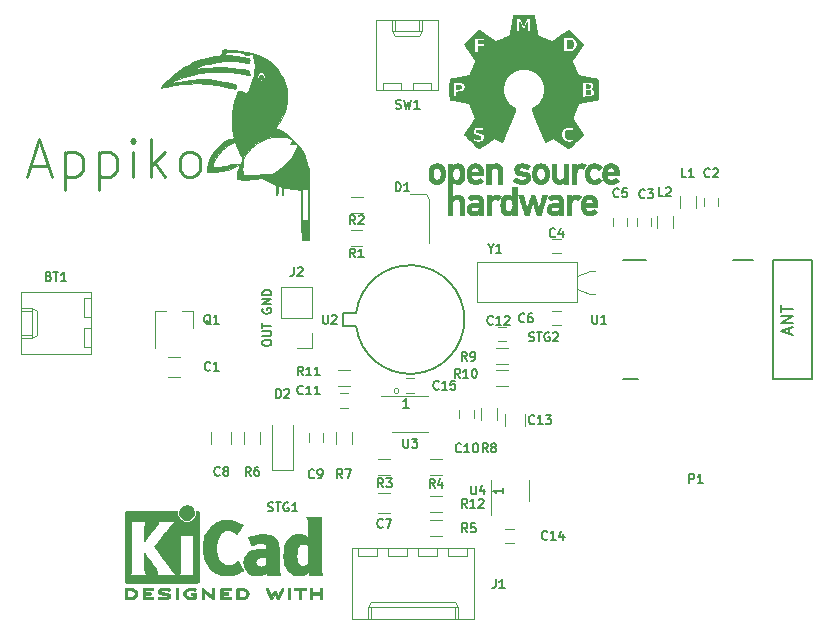
<source format=gto>
G04 #@! TF.GenerationSoftware,KiCad,Pcbnew,(5.0-dev-4140-g2e42d5c00)*
G04 #@! TF.CreationDate,2018-02-27T05:36:51+05:30*
G04 #@! TF.ProjectId,sense_rev4,73656E73655F726576342E6B69636164,rev?*
G04 #@! TF.SameCoordinates,Original*
G04 #@! TF.FileFunction,Legend,Top*
G04 #@! TF.FilePolarity,Positive*
%FSLAX46Y46*%
G04 Gerber Fmt 4.6, Leading zero omitted, Abs format (unit mm)*
G04 Created by KiCad (PCBNEW (5.0-dev-4140-g2e42d5c00)) date 02/27/18 05:36:51*
%MOMM*%
%LPD*%
G01*
G04 APERTURE LIST*
%ADD10C,0.150000*%
%ADD11C,0.200000*%
%ADD12C,0.120000*%
%ADD13C,0.100000*%
%ADD14C,0.010000*%
%ADD15C,0.250000*%
G04 APERTURE END LIST*
D10*
X125525000Y-104071428D02*
X125489285Y-104142857D01*
X125489285Y-104250000D01*
X125525000Y-104357142D01*
X125596428Y-104428571D01*
X125667857Y-104464285D01*
X125810714Y-104500000D01*
X125917857Y-104500000D01*
X126060714Y-104464285D01*
X126132142Y-104428571D01*
X126203571Y-104357142D01*
X126239285Y-104250000D01*
X126239285Y-104178571D01*
X126203571Y-104071428D01*
X126167857Y-104035714D01*
X125917857Y-104035714D01*
X125917857Y-104178571D01*
X126239285Y-103714285D02*
X125489285Y-103714285D01*
X126239285Y-103285714D01*
X125489285Y-103285714D01*
X126239285Y-102928571D02*
X125489285Y-102928571D01*
X125489285Y-102750000D01*
X125525000Y-102642857D01*
X125596428Y-102571428D01*
X125667857Y-102535714D01*
X125810714Y-102500000D01*
X125917857Y-102500000D01*
X126060714Y-102535714D01*
X126132142Y-102571428D01*
X126203571Y-102642857D01*
X126239285Y-102750000D01*
X126239285Y-102928571D01*
X125489285Y-107050000D02*
X125489285Y-106907142D01*
X125525000Y-106835714D01*
X125596428Y-106764285D01*
X125739285Y-106728571D01*
X125989285Y-106728571D01*
X126132142Y-106764285D01*
X126203571Y-106835714D01*
X126239285Y-106907142D01*
X126239285Y-107050000D01*
X126203571Y-107121428D01*
X126132142Y-107192857D01*
X125989285Y-107228571D01*
X125739285Y-107228571D01*
X125596428Y-107192857D01*
X125525000Y-107121428D01*
X125489285Y-107050000D01*
X125489285Y-106407142D02*
X126096428Y-106407142D01*
X126167857Y-106371428D01*
X126203571Y-106335714D01*
X126239285Y-106264285D01*
X126239285Y-106121428D01*
X126203571Y-106050000D01*
X126167857Y-106014285D01*
X126096428Y-105978571D01*
X125489285Y-105978571D01*
X125489285Y-105728571D02*
X125489285Y-105300000D01*
X126239285Y-105514285D02*
X125489285Y-105514285D01*
D11*
X145861904Y-119271428D02*
X145861904Y-119728571D01*
X145861904Y-119500000D02*
X145061904Y-119500000D01*
X145176190Y-119576190D01*
X145252380Y-119652380D01*
X145290476Y-119728571D01*
X137878571Y-112471904D02*
X137421428Y-112471904D01*
X137650000Y-112471904D02*
X137650000Y-111671904D01*
X137573809Y-111786190D01*
X137497619Y-111862380D01*
X137421428Y-111900476D01*
D12*
X139500000Y-114500000D02*
X136500000Y-114500000D01*
X139500000Y-111500000D02*
X135500000Y-111500000D01*
D13*
X137079317Y-111050000D02*
G75*
G03X137079317Y-111050000I-219317J0D01*
G01*
D14*
G36*
X125507118Y-84345471D02*
X125565553Y-84424417D01*
X125567600Y-84441832D01*
X125531391Y-84581698D01*
X125441695Y-84663216D01*
X125326907Y-84673760D01*
X125215420Y-84600708D01*
X125214023Y-84599037D01*
X125177946Y-84487505D01*
X125211659Y-84368785D01*
X125293813Y-84296675D01*
X125401477Y-84294905D01*
X125507118Y-84345471D01*
X125507118Y-84345471D01*
G37*
X125507118Y-84345471D02*
X125565553Y-84424417D01*
X125567600Y-84441832D01*
X125531391Y-84581698D01*
X125441695Y-84663216D01*
X125326907Y-84673760D01*
X125215420Y-84600708D01*
X125214023Y-84599037D01*
X125177946Y-84487505D01*
X125211659Y-84368785D01*
X125293813Y-84296675D01*
X125401477Y-84294905D01*
X125507118Y-84345471D01*
G36*
X122478149Y-82141476D02*
X122559924Y-82163429D01*
X122570400Y-82176472D01*
X122617736Y-82194269D01*
X122745920Y-82208708D01*
X122934212Y-82218104D01*
X123116500Y-82220859D01*
X123598577Y-82247586D01*
X124109595Y-82321731D01*
X124617283Y-82436037D01*
X125089371Y-82583250D01*
X125491056Y-82754821D01*
X125969684Y-83045620D01*
X126411581Y-83406441D01*
X126790806Y-83814722D01*
X126937158Y-84012400D01*
X127095997Y-84255608D01*
X127215307Y-84469073D01*
X127315095Y-84693512D01*
X127415372Y-84969646D01*
X127432480Y-85020393D01*
X127485310Y-85188763D01*
X127521713Y-85340367D01*
X127544661Y-85500904D01*
X127557129Y-85696076D01*
X127562089Y-85951584D01*
X127562698Y-86146000D01*
X127560824Y-86450565D01*
X127553227Y-86679240D01*
X127536945Y-86857693D01*
X127509014Y-87011597D01*
X127466474Y-87166623D01*
X127432982Y-87270026D01*
X127316330Y-87592949D01*
X127197496Y-87856262D01*
X127055395Y-88100179D01*
X126868946Y-88364918D01*
X126836154Y-88408509D01*
X126720806Y-88564417D01*
X126636031Y-88685782D01*
X126595158Y-88753237D01*
X126593811Y-88760639D01*
X126644373Y-88786034D01*
X126761523Y-88840699D01*
X126907545Y-88907201D01*
X127309547Y-89126928D01*
X127719140Y-89419693D01*
X128109821Y-89762826D01*
X128455081Y-90133658D01*
X128663047Y-90408589D01*
X128978446Y-90933750D01*
X129212004Y-91467928D01*
X129379489Y-92048333D01*
X129402161Y-92152527D01*
X129425512Y-92323030D01*
X129444916Y-92585950D01*
X129460292Y-92932178D01*
X129471559Y-93352603D01*
X129478637Y-93838117D01*
X129481443Y-94379611D01*
X129479897Y-94967974D01*
X129473919Y-95594097D01*
X129463426Y-96248872D01*
X129448338Y-96923188D01*
X129445555Y-97029900D01*
X129412131Y-98287200D01*
X128835068Y-98287200D01*
X128801644Y-97029900D01*
X128791699Y-96616328D01*
X128782921Y-96175810D01*
X128775780Y-95738112D01*
X128770742Y-95332999D01*
X128768278Y-94990237D01*
X128768110Y-94899412D01*
X128768000Y-94026225D01*
X128552100Y-94000003D01*
X128397406Y-93981268D01*
X128297515Y-93969200D01*
X128869600Y-93969200D01*
X128869600Y-96560000D01*
X129377600Y-96560000D01*
X129377600Y-93969200D01*
X128869600Y-93969200D01*
X128297515Y-93969200D01*
X128183146Y-93955383D01*
X127950626Y-93927339D01*
X127904400Y-93921770D01*
X127691313Y-93893969D01*
X127505688Y-93865938D01*
X127379545Y-93842627D01*
X127358300Y-93837354D01*
X127297355Y-93825762D01*
X127263137Y-93848203D01*
X127247949Y-93925128D01*
X127244096Y-94076982D01*
X127244000Y-94141075D01*
X127236936Y-94315954D01*
X127218170Y-94435949D01*
X127193200Y-94477200D01*
X127167047Y-94430275D01*
X127149008Y-94304776D01*
X127142400Y-94126569D01*
X127140495Y-93941715D01*
X127127976Y-93832531D01*
X127094635Y-93773087D01*
X127030265Y-93737452D01*
X126982419Y-93720169D01*
X126868794Y-93682228D01*
X126806454Y-93664563D01*
X126804619Y-93664400D01*
X126796343Y-93711190D01*
X126790111Y-93835531D01*
X126786978Y-94013380D01*
X126786800Y-94070800D01*
X126783210Y-94279320D01*
X126770188Y-94404461D01*
X126744350Y-94464262D01*
X126710600Y-94477200D01*
X126672411Y-94458701D01*
X126649080Y-94391382D01*
X126637459Y-94257511D01*
X126634400Y-94047843D01*
X126634400Y-93618487D01*
X126201926Y-93415823D01*
X125989981Y-93312328D01*
X125794955Y-93209791D01*
X125648447Y-93125088D01*
X125610501Y-93099976D01*
X125504235Y-93033088D01*
X125412893Y-93012373D01*
X125290705Y-93032217D01*
X125217475Y-93051769D01*
X125042387Y-93085492D01*
X124795371Y-93113924D01*
X124506027Y-93135605D01*
X124203955Y-93149071D01*
X123918754Y-93152860D01*
X123680024Y-93145511D01*
X123560710Y-93133611D01*
X123319210Y-93097396D01*
X123353065Y-92766946D01*
X123388361Y-92540528D01*
X123443297Y-92308301D01*
X123456945Y-92265850D01*
X123809540Y-92265850D01*
X123816720Y-92482959D01*
X123828535Y-92619695D01*
X123850827Y-92697275D01*
X123889440Y-92736918D01*
X123945138Y-92758344D01*
X124083185Y-92777343D01*
X124243820Y-92771924D01*
X124246800Y-92771535D01*
X124355005Y-92762250D01*
X124544325Y-92751232D01*
X124794314Y-92739460D01*
X125084521Y-92727913D01*
X125339000Y-92719272D01*
X125667942Y-92708228D01*
X125912897Y-92697036D01*
X126091451Y-92683231D01*
X126221188Y-92664350D01*
X126319697Y-92637931D01*
X126404561Y-92601510D01*
X126482000Y-92559185D01*
X127055347Y-92175975D01*
X127549673Y-91730068D01*
X127968991Y-91217315D01*
X128286526Y-90693412D01*
X128525136Y-90237024D01*
X128355992Y-90168006D01*
X128143226Y-90123359D01*
X127990067Y-90130455D01*
X127793284Y-90161922D01*
X127899642Y-90026710D01*
X127993595Y-89878045D01*
X128008823Y-89762451D01*
X127939943Y-89673920D01*
X127781571Y-89606447D01*
X127528326Y-89554022D01*
X127468163Y-89545143D01*
X126888188Y-89514150D01*
X126311013Y-89582558D01*
X125744932Y-89748317D01*
X125198234Y-90009377D01*
X124942503Y-90169723D01*
X124545208Y-90472019D01*
X124241690Y-90781558D01*
X124024358Y-91112386D01*
X123885616Y-91478555D01*
X123817871Y-91894112D01*
X123809540Y-92265850D01*
X123456945Y-92265850D01*
X123485455Y-92177176D01*
X123544995Y-91998725D01*
X123554345Y-91903916D01*
X123512659Y-91887572D01*
X123444263Y-91925901D01*
X123026293Y-92165185D01*
X122543567Y-92341774D01*
X122015034Y-92450561D01*
X121459641Y-92486437D01*
X121369919Y-92485079D01*
X120817800Y-92470600D01*
X120829568Y-92157496D01*
X120866428Y-91913947D01*
X121311379Y-91913947D01*
X121325253Y-92015794D01*
X121407545Y-92068690D01*
X121571572Y-92086988D01*
X121667105Y-92087815D01*
X121905264Y-92074651D01*
X122162097Y-92042992D01*
X122291000Y-92019170D01*
X122497382Y-91966594D01*
X122698487Y-91903739D01*
X122799000Y-91865664D01*
X123066008Y-91799435D01*
X123331068Y-91790791D01*
X123659936Y-91802563D01*
X123734651Y-91561977D01*
X123776385Y-91410154D01*
X123781186Y-91311950D01*
X123747767Y-91225846D01*
X123722969Y-91184796D01*
X123630547Y-91022672D01*
X123517021Y-90800578D01*
X123399015Y-90552877D01*
X123293150Y-90313935D01*
X123246650Y-90200051D01*
X123153274Y-89961503D01*
X122926746Y-90062923D01*
X122789049Y-90129691D01*
X122694521Y-90185024D01*
X122673408Y-90203224D01*
X122619240Y-90251505D01*
X122508331Y-90334440D01*
X122413433Y-90400697D01*
X122055985Y-90689668D01*
X121746623Y-91030566D01*
X121503278Y-91400602D01*
X121352609Y-91748795D01*
X121311379Y-91913947D01*
X120866428Y-91913947D01*
X120892355Y-91742637D01*
X121044882Y-91318539D01*
X121278981Y-90903102D01*
X121572390Y-90529582D01*
X121801114Y-90310213D01*
X122078070Y-90092323D01*
X122372446Y-89896974D01*
X122653431Y-89745230D01*
X122816092Y-89679359D01*
X123060710Y-89598110D01*
X122990442Y-89281755D01*
X122912051Y-88770058D01*
X122886500Y-88205822D01*
X122911522Y-87619518D01*
X122984853Y-87041615D01*
X123104224Y-86502581D01*
X123224301Y-86137770D01*
X123318116Y-85895218D01*
X123387920Y-85734480D01*
X123451247Y-85644651D01*
X123525631Y-85614827D01*
X123628607Y-85634105D01*
X123777710Y-85691580D01*
X123876876Y-85731973D01*
X124141952Y-85838437D01*
X124324354Y-85527214D01*
X124546672Y-85068565D01*
X124708886Y-84565765D01*
X124750393Y-84345391D01*
X125019998Y-84345391D01*
X125037430Y-84508818D01*
X125150969Y-84653894D01*
X125237400Y-84713042D01*
X125321406Y-84757537D01*
X125384275Y-84763738D01*
X125466389Y-84726598D01*
X125554900Y-84673356D01*
X125684531Y-84545661D01*
X125722237Y-84387604D01*
X125665502Y-84217075D01*
X125626720Y-84162460D01*
X125493556Y-84069794D01*
X125330217Y-84051379D01*
X125174941Y-84106345D01*
X125101393Y-84174390D01*
X125019998Y-84345391D01*
X124750393Y-84345391D01*
X124807361Y-84042933D01*
X124838460Y-83524190D01*
X124798546Y-83033656D01*
X124740374Y-82767800D01*
X124692527Y-82631238D01*
X124642901Y-82539866D01*
X124630273Y-82527277D01*
X124518240Y-82490386D01*
X124401569Y-82506155D01*
X124328874Y-82567716D01*
X124327961Y-82569988D01*
X124260240Y-82622865D01*
X124135389Y-82611025D01*
X123971292Y-82538270D01*
X123868898Y-82472322D01*
X123792093Y-82424567D01*
X123706382Y-82392804D01*
X123589942Y-82373885D01*
X123420951Y-82364662D01*
X123177586Y-82361989D01*
X123103800Y-82361974D01*
X122839757Y-82363868D01*
X122653907Y-82371397D01*
X122522860Y-82388218D01*
X122423226Y-82417984D01*
X122331617Y-82464350D01*
X122291000Y-82488974D01*
X122087800Y-82615400D01*
X122468800Y-82626637D01*
X122754137Y-82641905D01*
X123067883Y-82670084D01*
X123389830Y-82708130D01*
X123699772Y-82752998D01*
X123977502Y-82801643D01*
X124202815Y-82851023D01*
X124355505Y-82898093D01*
X124393341Y-82916579D01*
X124420125Y-82990218D01*
X124398516Y-83074398D01*
X124375474Y-83166598D01*
X124387757Y-83201144D01*
X124382198Y-83222664D01*
X124336312Y-83254126D01*
X124238655Y-83275601D01*
X124068662Y-83263012D01*
X123865588Y-83226569D01*
X123169120Y-83128443D01*
X122445588Y-83117535D01*
X121686667Y-83194137D01*
X121016351Y-83326176D01*
X120727675Y-83401881D01*
X120463671Y-83484509D01*
X120239445Y-83567921D01*
X120070103Y-83645973D01*
X119970752Y-83712525D01*
X119953998Y-83758074D01*
X120008804Y-83792409D01*
X120024219Y-83787619D01*
X120121482Y-83757779D01*
X120303054Y-83729820D01*
X120551647Y-83704594D01*
X120849976Y-83682949D01*
X121180753Y-83665737D01*
X121526693Y-83653808D01*
X121870508Y-83648011D01*
X122194912Y-83649196D01*
X122482620Y-83658215D01*
X122562527Y-83662790D01*
X122809630Y-83682953D01*
X123086988Y-83712239D01*
X123375662Y-83747862D01*
X123656710Y-83787034D01*
X123911191Y-83826969D01*
X124120165Y-83864880D01*
X124264691Y-83897979D01*
X124324746Y-83922093D01*
X124345106Y-83975329D01*
X124379704Y-84090427D01*
X124390713Y-84130039D01*
X124421213Y-84253807D01*
X124412411Y-84303931D01*
X124352066Y-84304698D01*
X124307127Y-84295881D01*
X123887633Y-84212290D01*
X123535632Y-84149387D01*
X123222861Y-84104351D01*
X122921054Y-84074361D01*
X122601948Y-84056595D01*
X122237281Y-84048233D01*
X121808400Y-84046441D01*
X121375068Y-84048999D01*
X121018893Y-84057271D01*
X120715488Y-84073623D01*
X120440464Y-84100423D01*
X120169434Y-84140038D01*
X119878010Y-84194833D01*
X119547800Y-84265839D01*
X119199206Y-84354248D01*
X118818890Y-84468213D01*
X118448100Y-84594382D01*
X118128083Y-84719402D01*
X118074600Y-84742738D01*
X117719000Y-84901400D01*
X117896800Y-84929455D01*
X118031249Y-84937765D01*
X118124049Y-84920875D01*
X118130074Y-84917196D01*
X118195687Y-84894875D01*
X118209845Y-84901179D01*
X118266643Y-84902194D01*
X118401307Y-84885984D01*
X118592140Y-84855561D01*
X118763971Y-84824292D01*
X119536182Y-84703036D01*
X120235915Y-84647898D01*
X120861190Y-84659014D01*
X120991052Y-84670622D01*
X121434817Y-84723650D01*
X121863749Y-84787893D01*
X122251450Y-84858855D01*
X122571525Y-84932039D01*
X122646600Y-84952653D01*
X122847813Y-85008925D01*
X123052297Y-85063512D01*
X123117146Y-85080072D01*
X123249164Y-85119381D01*
X123300232Y-85159081D01*
X123289635Y-85216156D01*
X123284033Y-85227052D01*
X123254130Y-85312498D01*
X123259214Y-85344681D01*
X123248589Y-85392439D01*
X123219327Y-85422728D01*
X123147948Y-85441083D01*
X123007979Y-85428062D01*
X122788137Y-85382262D01*
X122680233Y-85355700D01*
X121754942Y-85159310D01*
X120833501Y-85038064D01*
X119935716Y-84993820D01*
X119139892Y-85023367D01*
X118573245Y-85078314D01*
X118083359Y-85143799D01*
X117645620Y-85223591D01*
X117294203Y-85305985D01*
X117120064Y-85346172D01*
X116982254Y-85368998D01*
X116915070Y-85370023D01*
X116920802Y-85328728D01*
X116992007Y-85233125D01*
X117116679Y-85094629D01*
X117282814Y-84924655D01*
X117478405Y-84734619D01*
X117691447Y-84535937D01*
X117909934Y-84340024D01*
X118121862Y-84158296D01*
X118315225Y-84002168D01*
X118478016Y-83883055D01*
X118481000Y-83881047D01*
X118848323Y-83651473D01*
X119248759Y-83430561D01*
X119654996Y-83231587D01*
X120039722Y-83067829D01*
X120375623Y-82952565D01*
X120411400Y-82942611D01*
X120802570Y-82842188D01*
X121124328Y-82771832D01*
X121402492Y-82726191D01*
X121525070Y-82711802D01*
X121797061Y-82664597D01*
X121979879Y-82584415D01*
X122082316Y-82465203D01*
X122113200Y-82306912D01*
X122118290Y-82199927D01*
X122151993Y-82149265D01*
X122241956Y-82133869D01*
X122341800Y-82132800D01*
X122478149Y-82141476D01*
X122478149Y-82141476D01*
G37*
X122478149Y-82141476D02*
X122559924Y-82163429D01*
X122570400Y-82176472D01*
X122617736Y-82194269D01*
X122745920Y-82208708D01*
X122934212Y-82218104D01*
X123116500Y-82220859D01*
X123598577Y-82247586D01*
X124109595Y-82321731D01*
X124617283Y-82436037D01*
X125089371Y-82583250D01*
X125491056Y-82754821D01*
X125969684Y-83045620D01*
X126411581Y-83406441D01*
X126790806Y-83814722D01*
X126937158Y-84012400D01*
X127095997Y-84255608D01*
X127215307Y-84469073D01*
X127315095Y-84693512D01*
X127415372Y-84969646D01*
X127432480Y-85020393D01*
X127485310Y-85188763D01*
X127521713Y-85340367D01*
X127544661Y-85500904D01*
X127557129Y-85696076D01*
X127562089Y-85951584D01*
X127562698Y-86146000D01*
X127560824Y-86450565D01*
X127553227Y-86679240D01*
X127536945Y-86857693D01*
X127509014Y-87011597D01*
X127466474Y-87166623D01*
X127432982Y-87270026D01*
X127316330Y-87592949D01*
X127197496Y-87856262D01*
X127055395Y-88100179D01*
X126868946Y-88364918D01*
X126836154Y-88408509D01*
X126720806Y-88564417D01*
X126636031Y-88685782D01*
X126595158Y-88753237D01*
X126593811Y-88760639D01*
X126644373Y-88786034D01*
X126761523Y-88840699D01*
X126907545Y-88907201D01*
X127309547Y-89126928D01*
X127719140Y-89419693D01*
X128109821Y-89762826D01*
X128455081Y-90133658D01*
X128663047Y-90408589D01*
X128978446Y-90933750D01*
X129212004Y-91467928D01*
X129379489Y-92048333D01*
X129402161Y-92152527D01*
X129425512Y-92323030D01*
X129444916Y-92585950D01*
X129460292Y-92932178D01*
X129471559Y-93352603D01*
X129478637Y-93838117D01*
X129481443Y-94379611D01*
X129479897Y-94967974D01*
X129473919Y-95594097D01*
X129463426Y-96248872D01*
X129448338Y-96923188D01*
X129445555Y-97029900D01*
X129412131Y-98287200D01*
X128835068Y-98287200D01*
X128801644Y-97029900D01*
X128791699Y-96616328D01*
X128782921Y-96175810D01*
X128775780Y-95738112D01*
X128770742Y-95332999D01*
X128768278Y-94990237D01*
X128768110Y-94899412D01*
X128768000Y-94026225D01*
X128552100Y-94000003D01*
X128397406Y-93981268D01*
X128297515Y-93969200D01*
X128869600Y-93969200D01*
X128869600Y-96560000D01*
X129377600Y-96560000D01*
X129377600Y-93969200D01*
X128869600Y-93969200D01*
X128297515Y-93969200D01*
X128183146Y-93955383D01*
X127950626Y-93927339D01*
X127904400Y-93921770D01*
X127691313Y-93893969D01*
X127505688Y-93865938D01*
X127379545Y-93842627D01*
X127358300Y-93837354D01*
X127297355Y-93825762D01*
X127263137Y-93848203D01*
X127247949Y-93925128D01*
X127244096Y-94076982D01*
X127244000Y-94141075D01*
X127236936Y-94315954D01*
X127218170Y-94435949D01*
X127193200Y-94477200D01*
X127167047Y-94430275D01*
X127149008Y-94304776D01*
X127142400Y-94126569D01*
X127140495Y-93941715D01*
X127127976Y-93832531D01*
X127094635Y-93773087D01*
X127030265Y-93737452D01*
X126982419Y-93720169D01*
X126868794Y-93682228D01*
X126806454Y-93664563D01*
X126804619Y-93664400D01*
X126796343Y-93711190D01*
X126790111Y-93835531D01*
X126786978Y-94013380D01*
X126786800Y-94070800D01*
X126783210Y-94279320D01*
X126770188Y-94404461D01*
X126744350Y-94464262D01*
X126710600Y-94477200D01*
X126672411Y-94458701D01*
X126649080Y-94391382D01*
X126637459Y-94257511D01*
X126634400Y-94047843D01*
X126634400Y-93618487D01*
X126201926Y-93415823D01*
X125989981Y-93312328D01*
X125794955Y-93209791D01*
X125648447Y-93125088D01*
X125610501Y-93099976D01*
X125504235Y-93033088D01*
X125412893Y-93012373D01*
X125290705Y-93032217D01*
X125217475Y-93051769D01*
X125042387Y-93085492D01*
X124795371Y-93113924D01*
X124506027Y-93135605D01*
X124203955Y-93149071D01*
X123918754Y-93152860D01*
X123680024Y-93145511D01*
X123560710Y-93133611D01*
X123319210Y-93097396D01*
X123353065Y-92766946D01*
X123388361Y-92540528D01*
X123443297Y-92308301D01*
X123456945Y-92265850D01*
X123809540Y-92265850D01*
X123816720Y-92482959D01*
X123828535Y-92619695D01*
X123850827Y-92697275D01*
X123889440Y-92736918D01*
X123945138Y-92758344D01*
X124083185Y-92777343D01*
X124243820Y-92771924D01*
X124246800Y-92771535D01*
X124355005Y-92762250D01*
X124544325Y-92751232D01*
X124794314Y-92739460D01*
X125084521Y-92727913D01*
X125339000Y-92719272D01*
X125667942Y-92708228D01*
X125912897Y-92697036D01*
X126091451Y-92683231D01*
X126221188Y-92664350D01*
X126319697Y-92637931D01*
X126404561Y-92601510D01*
X126482000Y-92559185D01*
X127055347Y-92175975D01*
X127549673Y-91730068D01*
X127968991Y-91217315D01*
X128286526Y-90693412D01*
X128525136Y-90237024D01*
X128355992Y-90168006D01*
X128143226Y-90123359D01*
X127990067Y-90130455D01*
X127793284Y-90161922D01*
X127899642Y-90026710D01*
X127993595Y-89878045D01*
X128008823Y-89762451D01*
X127939943Y-89673920D01*
X127781571Y-89606447D01*
X127528326Y-89554022D01*
X127468163Y-89545143D01*
X126888188Y-89514150D01*
X126311013Y-89582558D01*
X125744932Y-89748317D01*
X125198234Y-90009377D01*
X124942503Y-90169723D01*
X124545208Y-90472019D01*
X124241690Y-90781558D01*
X124024358Y-91112386D01*
X123885616Y-91478555D01*
X123817871Y-91894112D01*
X123809540Y-92265850D01*
X123456945Y-92265850D01*
X123485455Y-92177176D01*
X123544995Y-91998725D01*
X123554345Y-91903916D01*
X123512659Y-91887572D01*
X123444263Y-91925901D01*
X123026293Y-92165185D01*
X122543567Y-92341774D01*
X122015034Y-92450561D01*
X121459641Y-92486437D01*
X121369919Y-92485079D01*
X120817800Y-92470600D01*
X120829568Y-92157496D01*
X120866428Y-91913947D01*
X121311379Y-91913947D01*
X121325253Y-92015794D01*
X121407545Y-92068690D01*
X121571572Y-92086988D01*
X121667105Y-92087815D01*
X121905264Y-92074651D01*
X122162097Y-92042992D01*
X122291000Y-92019170D01*
X122497382Y-91966594D01*
X122698487Y-91903739D01*
X122799000Y-91865664D01*
X123066008Y-91799435D01*
X123331068Y-91790791D01*
X123659936Y-91802563D01*
X123734651Y-91561977D01*
X123776385Y-91410154D01*
X123781186Y-91311950D01*
X123747767Y-91225846D01*
X123722969Y-91184796D01*
X123630547Y-91022672D01*
X123517021Y-90800578D01*
X123399015Y-90552877D01*
X123293150Y-90313935D01*
X123246650Y-90200051D01*
X123153274Y-89961503D01*
X122926746Y-90062923D01*
X122789049Y-90129691D01*
X122694521Y-90185024D01*
X122673408Y-90203224D01*
X122619240Y-90251505D01*
X122508331Y-90334440D01*
X122413433Y-90400697D01*
X122055985Y-90689668D01*
X121746623Y-91030566D01*
X121503278Y-91400602D01*
X121352609Y-91748795D01*
X121311379Y-91913947D01*
X120866428Y-91913947D01*
X120892355Y-91742637D01*
X121044882Y-91318539D01*
X121278981Y-90903102D01*
X121572390Y-90529582D01*
X121801114Y-90310213D01*
X122078070Y-90092323D01*
X122372446Y-89896974D01*
X122653431Y-89745230D01*
X122816092Y-89679359D01*
X123060710Y-89598110D01*
X122990442Y-89281755D01*
X122912051Y-88770058D01*
X122886500Y-88205822D01*
X122911522Y-87619518D01*
X122984853Y-87041615D01*
X123104224Y-86502581D01*
X123224301Y-86137770D01*
X123318116Y-85895218D01*
X123387920Y-85734480D01*
X123451247Y-85644651D01*
X123525631Y-85614827D01*
X123628607Y-85634105D01*
X123777710Y-85691580D01*
X123876876Y-85731973D01*
X124141952Y-85838437D01*
X124324354Y-85527214D01*
X124546672Y-85068565D01*
X124708886Y-84565765D01*
X124750393Y-84345391D01*
X125019998Y-84345391D01*
X125037430Y-84508818D01*
X125150969Y-84653894D01*
X125237400Y-84713042D01*
X125321406Y-84757537D01*
X125384275Y-84763738D01*
X125466389Y-84726598D01*
X125554900Y-84673356D01*
X125684531Y-84545661D01*
X125722237Y-84387604D01*
X125665502Y-84217075D01*
X125626720Y-84162460D01*
X125493556Y-84069794D01*
X125330217Y-84051379D01*
X125174941Y-84106345D01*
X125101393Y-84174390D01*
X125019998Y-84345391D01*
X124750393Y-84345391D01*
X124807361Y-84042933D01*
X124838460Y-83524190D01*
X124798546Y-83033656D01*
X124740374Y-82767800D01*
X124692527Y-82631238D01*
X124642901Y-82539866D01*
X124630273Y-82527277D01*
X124518240Y-82490386D01*
X124401569Y-82506155D01*
X124328874Y-82567716D01*
X124327961Y-82569988D01*
X124260240Y-82622865D01*
X124135389Y-82611025D01*
X123971292Y-82538270D01*
X123868898Y-82472322D01*
X123792093Y-82424567D01*
X123706382Y-82392804D01*
X123589942Y-82373885D01*
X123420951Y-82364662D01*
X123177586Y-82361989D01*
X123103800Y-82361974D01*
X122839757Y-82363868D01*
X122653907Y-82371397D01*
X122522860Y-82388218D01*
X122423226Y-82417984D01*
X122331617Y-82464350D01*
X122291000Y-82488974D01*
X122087800Y-82615400D01*
X122468800Y-82626637D01*
X122754137Y-82641905D01*
X123067883Y-82670084D01*
X123389830Y-82708130D01*
X123699772Y-82752998D01*
X123977502Y-82801643D01*
X124202815Y-82851023D01*
X124355505Y-82898093D01*
X124393341Y-82916579D01*
X124420125Y-82990218D01*
X124398516Y-83074398D01*
X124375474Y-83166598D01*
X124387757Y-83201144D01*
X124382198Y-83222664D01*
X124336312Y-83254126D01*
X124238655Y-83275601D01*
X124068662Y-83263012D01*
X123865588Y-83226569D01*
X123169120Y-83128443D01*
X122445588Y-83117535D01*
X121686667Y-83194137D01*
X121016351Y-83326176D01*
X120727675Y-83401881D01*
X120463671Y-83484509D01*
X120239445Y-83567921D01*
X120070103Y-83645973D01*
X119970752Y-83712525D01*
X119953998Y-83758074D01*
X120008804Y-83792409D01*
X120024219Y-83787619D01*
X120121482Y-83757779D01*
X120303054Y-83729820D01*
X120551647Y-83704594D01*
X120849976Y-83682949D01*
X121180753Y-83665737D01*
X121526693Y-83653808D01*
X121870508Y-83648011D01*
X122194912Y-83649196D01*
X122482620Y-83658215D01*
X122562527Y-83662790D01*
X122809630Y-83682953D01*
X123086988Y-83712239D01*
X123375662Y-83747862D01*
X123656710Y-83787034D01*
X123911191Y-83826969D01*
X124120165Y-83864880D01*
X124264691Y-83897979D01*
X124324746Y-83922093D01*
X124345106Y-83975329D01*
X124379704Y-84090427D01*
X124390713Y-84130039D01*
X124421213Y-84253807D01*
X124412411Y-84303931D01*
X124352066Y-84304698D01*
X124307127Y-84295881D01*
X123887633Y-84212290D01*
X123535632Y-84149387D01*
X123222861Y-84104351D01*
X122921054Y-84074361D01*
X122601948Y-84056595D01*
X122237281Y-84048233D01*
X121808400Y-84046441D01*
X121375068Y-84048999D01*
X121018893Y-84057271D01*
X120715488Y-84073623D01*
X120440464Y-84100423D01*
X120169434Y-84140038D01*
X119878010Y-84194833D01*
X119547800Y-84265839D01*
X119199206Y-84354248D01*
X118818890Y-84468213D01*
X118448100Y-84594382D01*
X118128083Y-84719402D01*
X118074600Y-84742738D01*
X117719000Y-84901400D01*
X117896800Y-84929455D01*
X118031249Y-84937765D01*
X118124049Y-84920875D01*
X118130074Y-84917196D01*
X118195687Y-84894875D01*
X118209845Y-84901179D01*
X118266643Y-84902194D01*
X118401307Y-84885984D01*
X118592140Y-84855561D01*
X118763971Y-84824292D01*
X119536182Y-84703036D01*
X120235915Y-84647898D01*
X120861190Y-84659014D01*
X120991052Y-84670622D01*
X121434817Y-84723650D01*
X121863749Y-84787893D01*
X122251450Y-84858855D01*
X122571525Y-84932039D01*
X122646600Y-84952653D01*
X122847813Y-85008925D01*
X123052297Y-85063512D01*
X123117146Y-85080072D01*
X123249164Y-85119381D01*
X123300232Y-85159081D01*
X123289635Y-85216156D01*
X123284033Y-85227052D01*
X123254130Y-85312498D01*
X123259214Y-85344681D01*
X123248589Y-85392439D01*
X123219327Y-85422728D01*
X123147948Y-85441083D01*
X123007979Y-85428062D01*
X122788137Y-85382262D01*
X122680233Y-85355700D01*
X121754942Y-85159310D01*
X120833501Y-85038064D01*
X119935716Y-84993820D01*
X119139892Y-85023367D01*
X118573245Y-85078314D01*
X118083359Y-85143799D01*
X117645620Y-85223591D01*
X117294203Y-85305985D01*
X117120064Y-85346172D01*
X116982254Y-85368998D01*
X116915070Y-85370023D01*
X116920802Y-85328728D01*
X116992007Y-85233125D01*
X117116679Y-85094629D01*
X117282814Y-84924655D01*
X117478405Y-84734619D01*
X117691447Y-84535937D01*
X117909934Y-84340024D01*
X118121862Y-84158296D01*
X118315225Y-84002168D01*
X118478016Y-83883055D01*
X118481000Y-83881047D01*
X118848323Y-83651473D01*
X119248759Y-83430561D01*
X119654996Y-83231587D01*
X120039722Y-83067829D01*
X120375623Y-82952565D01*
X120411400Y-82942611D01*
X120802570Y-82842188D01*
X121124328Y-82771832D01*
X121402492Y-82726191D01*
X121525070Y-82711802D01*
X121797061Y-82664597D01*
X121979879Y-82584415D01*
X122082316Y-82465203D01*
X122113200Y-82306912D01*
X122118290Y-82199927D01*
X122151993Y-82149265D01*
X122241956Y-82133869D01*
X122341800Y-82132800D01*
X122478149Y-82141476D01*
D12*
X146060000Y-113010000D02*
X146060000Y-114010000D01*
X147760000Y-114010000D02*
X147760000Y-113010000D01*
X129730000Y-102230000D02*
X127070000Y-102230000D01*
X129730000Y-104830000D02*
X129730000Y-102230000D01*
X127070000Y-104830000D02*
X127070000Y-102230000D01*
X129730000Y-104830000D02*
X127070000Y-104830000D01*
X129730000Y-106100000D02*
X129730000Y-107430000D01*
X129730000Y-107430000D02*
X128400000Y-107430000D01*
X133100000Y-114500000D02*
X133100000Y-115500000D01*
X131740000Y-115500000D02*
X131740000Y-114500000D01*
X148050000Y-120370000D02*
X148050000Y-118570000D01*
X144830000Y-118570000D02*
X144830000Y-121520000D01*
X126270000Y-113900000D02*
X126270000Y-117700000D01*
X126270000Y-117700000D02*
X128070000Y-117700000D01*
X128070000Y-117700000D02*
X128070000Y-113900000D01*
X111020000Y-102630000D02*
X105020000Y-102630000D01*
X105020000Y-102630000D02*
X105020000Y-107910000D01*
X105020000Y-107910000D02*
X111020000Y-107910000D01*
X111020000Y-107910000D02*
X111020000Y-102630000D01*
X105020000Y-104000000D02*
X106020000Y-104000000D01*
X106020000Y-104000000D02*
X106020000Y-106540000D01*
X106020000Y-106540000D02*
X105020000Y-106540000D01*
X106020000Y-104000000D02*
X106450000Y-104250000D01*
X106450000Y-104250000D02*
X106450000Y-106290000D01*
X106450000Y-106290000D02*
X106020000Y-106540000D01*
X105020000Y-104250000D02*
X106020000Y-104250000D01*
X105020000Y-106290000D02*
X106020000Y-106290000D01*
X111020000Y-103200000D02*
X110400000Y-103200000D01*
X110400000Y-103200000D02*
X110400000Y-104800000D01*
X110400000Y-104800000D02*
X111020000Y-104800000D01*
X111020000Y-105740000D02*
X110400000Y-105740000D01*
X110400000Y-105740000D02*
X110400000Y-107340000D01*
X110400000Y-107340000D02*
X111020000Y-107340000D01*
X119580000Y-104240000D02*
X118650000Y-104240000D01*
X116420000Y-104240000D02*
X117350000Y-104240000D01*
X116420000Y-104240000D02*
X116420000Y-107400000D01*
X119580000Y-104240000D02*
X119580000Y-105700000D01*
X140380000Y-85600000D02*
X140380000Y-79600000D01*
X140380000Y-79600000D02*
X135100000Y-79600000D01*
X135100000Y-79600000D02*
X135100000Y-85600000D01*
X135100000Y-85600000D02*
X140380000Y-85600000D01*
X139010000Y-79600000D02*
X139010000Y-80600000D01*
X139010000Y-80600000D02*
X136470000Y-80600000D01*
X136470000Y-80600000D02*
X136470000Y-79600000D01*
X139010000Y-80600000D02*
X138760000Y-81030000D01*
X138760000Y-81030000D02*
X136720000Y-81030000D01*
X136720000Y-81030000D02*
X136470000Y-80600000D01*
X138760000Y-79600000D02*
X138760000Y-80600000D01*
X136720000Y-79600000D02*
X136720000Y-80600000D01*
X139810000Y-85600000D02*
X139810000Y-84980000D01*
X139810000Y-84980000D02*
X138210000Y-84980000D01*
X138210000Y-84980000D02*
X138210000Y-85600000D01*
X137270000Y-85600000D02*
X137270000Y-84980000D01*
X137270000Y-84980000D02*
X135670000Y-84980000D01*
X135670000Y-84980000D02*
X135670000Y-85600000D01*
D10*
X171999600Y-110003800D02*
X168748400Y-110003800D01*
X155997600Y-110003800D02*
X157267600Y-110003800D01*
X156023000Y-99996200D02*
X157953400Y-99996200D01*
X171999600Y-99996200D02*
X168748400Y-99996200D01*
X165319400Y-99996200D02*
X167072000Y-99996200D01*
X172000000Y-100000000D02*
X172000000Y-110000000D01*
X168750000Y-110000000D02*
X168750000Y-100000000D01*
X133436887Y-105580023D02*
G75*
G03X133436000Y-104427000I4563113J580023D01*
G01*
X133436000Y-104427000D02*
X132286000Y-104427000D01*
X133436000Y-105573000D02*
X132286000Y-105573000D01*
X132286000Y-104427000D02*
X132286000Y-105573000D01*
D12*
X152100000Y-100150000D02*
X143700000Y-100150000D01*
X143700000Y-100150000D02*
X143700000Y-103550000D01*
X143700000Y-103550000D02*
X152100000Y-103550000D01*
X152100000Y-103550000D02*
X152100000Y-100150000D01*
X152100000Y-101305000D02*
X153250000Y-100900000D01*
X153250000Y-100900000D02*
X153700000Y-100900000D01*
X152100000Y-102395000D02*
X153250000Y-102800000D01*
X153250000Y-102800000D02*
X153700000Y-102800000D01*
X164100000Y-94730000D02*
X164100000Y-95430000D01*
X162900000Y-95430000D02*
X162900000Y-94730000D01*
X158390000Y-96370000D02*
X158390000Y-97070000D01*
X157190000Y-97070000D02*
X157190000Y-96370000D01*
X150050000Y-98200000D02*
X150750000Y-98200000D01*
X150750000Y-99400000D02*
X150050000Y-99400000D01*
X156400000Y-96370000D02*
X156400000Y-97070000D01*
X155200000Y-97070000D02*
X155200000Y-96370000D01*
X150050000Y-104300000D02*
X150750000Y-104300000D01*
X150750000Y-105500000D02*
X150050000Y-105500000D01*
X129440000Y-115350000D02*
X129440000Y-114650000D01*
X130640000Y-114650000D02*
X130640000Y-115350000D01*
X143380000Y-112650000D02*
X143380000Y-113350000D01*
X142180000Y-113350000D02*
X142180000Y-112650000D01*
X132760000Y-112450000D02*
X132060000Y-112450000D01*
X132060000Y-111250000D02*
X132760000Y-111250000D01*
X145450000Y-105600000D02*
X146150000Y-105600000D01*
X146150000Y-106800000D02*
X145450000Y-106800000D01*
X132970000Y-97410000D02*
X133970000Y-97410000D01*
X133970000Y-98770000D02*
X132970000Y-98770000D01*
X133980000Y-95970000D02*
X132980000Y-95970000D01*
X132980000Y-94610000D02*
X133980000Y-94610000D01*
X136300000Y-118180000D02*
X135300000Y-118180000D01*
X135300000Y-116820000D02*
X136300000Y-116820000D01*
X140700000Y-118180000D02*
X139700000Y-118180000D01*
X139700000Y-116820000D02*
X140700000Y-116820000D01*
X139680000Y-121990000D02*
X140680000Y-121990000D01*
X140680000Y-123350000D02*
X139680000Y-123350000D01*
X123960000Y-115500000D02*
X123960000Y-114500000D01*
X125320000Y-114500000D02*
X125320000Y-115500000D01*
X144030000Y-113510000D02*
X144030000Y-112510000D01*
X145390000Y-112510000D02*
X145390000Y-113510000D01*
X145310000Y-107440000D02*
X146310000Y-107440000D01*
X146310000Y-108800000D02*
X145310000Y-108800000D01*
X131910000Y-109310000D02*
X132910000Y-109310000D01*
X132910000Y-110670000D02*
X131910000Y-110670000D01*
X139680000Y-119900000D02*
X140680000Y-119900000D01*
X140680000Y-121260000D02*
X139680000Y-121260000D01*
X145310000Y-109310000D02*
X146310000Y-109310000D01*
X146310000Y-110670000D02*
X145310000Y-110670000D01*
X162200000Y-94580000D02*
X162200000Y-95580000D01*
X160840000Y-95580000D02*
X160840000Y-94580000D01*
X158890000Y-97220000D02*
X158890000Y-96220000D01*
X160250000Y-96220000D02*
X160250000Y-97220000D01*
X146080000Y-122710000D02*
X146780000Y-122710000D01*
X146780000Y-123910000D02*
X146080000Y-123910000D01*
X138350000Y-111180000D02*
X137650000Y-111180000D01*
X137650000Y-109980000D02*
X138350000Y-109980000D01*
X135310000Y-121420000D02*
X136310000Y-121420000D01*
X136310000Y-119720000D02*
X135310000Y-119720000D01*
X121170000Y-114510000D02*
X121170000Y-115510000D01*
X122870000Y-115510000D02*
X122870000Y-114510000D01*
X117500000Y-109850000D02*
X118500000Y-109850000D01*
X118500000Y-108150000D02*
X117500000Y-108150000D01*
X142840000Y-124990000D02*
X142840000Y-124370000D01*
X141240000Y-124990000D02*
X142840000Y-124990000D01*
X141240000Y-124370000D02*
X141240000Y-124990000D01*
X140300000Y-124990000D02*
X140300000Y-124370000D01*
X138700000Y-124990000D02*
X140300000Y-124990000D01*
X138700000Y-124370000D02*
X138700000Y-124990000D01*
X137760000Y-124990000D02*
X137760000Y-124370000D01*
X136160000Y-124990000D02*
X137760000Y-124990000D01*
X136160000Y-124370000D02*
X136160000Y-124990000D01*
X135220000Y-124990000D02*
X135220000Y-124370000D01*
X133620000Y-124990000D02*
X135220000Y-124990000D01*
X133620000Y-124370000D02*
X133620000Y-124990000D01*
X141790000Y-130370000D02*
X141790000Y-129370000D01*
X134670000Y-130370000D02*
X134670000Y-129370000D01*
X141790000Y-128940000D02*
X142040000Y-129370000D01*
X134670000Y-128940000D02*
X141790000Y-128940000D01*
X134420000Y-129370000D02*
X134670000Y-128940000D01*
X142040000Y-129370000D02*
X142040000Y-130370000D01*
X134420000Y-129370000D02*
X142040000Y-129370000D01*
X134420000Y-130370000D02*
X134420000Y-129370000D01*
X143410000Y-124370000D02*
X133050000Y-124370000D01*
X143410000Y-130370000D02*
X143410000Y-124370000D01*
X133050000Y-130370000D02*
X143410000Y-130370000D01*
X133050000Y-124370000D02*
X133050000Y-130370000D01*
D14*
G36*
X151914729Y-81189229D02*
X151937453Y-81210542D01*
X151932791Y-81222794D01*
X151929832Y-81223000D01*
X151911929Y-81207966D01*
X151905395Y-81198563D01*
X151902900Y-81184079D01*
X151914729Y-81189229D01*
X151914729Y-81189229D01*
G37*
X151914729Y-81189229D02*
X151937453Y-81210542D01*
X151932791Y-81222794D01*
X151929832Y-81223000D01*
X151911929Y-81207966D01*
X151905395Y-81198563D01*
X151902900Y-81184079D01*
X151914729Y-81189229D01*
G36*
X152023833Y-81297084D02*
X152013250Y-81307667D01*
X152002667Y-81297084D01*
X152013250Y-81286500D01*
X152023833Y-81297084D01*
X152023833Y-81297084D01*
G37*
X152023833Y-81297084D02*
X152013250Y-81307667D01*
X152002667Y-81297084D01*
X152013250Y-81286500D01*
X152023833Y-81297084D01*
G36*
X152023833Y-82037917D02*
X152013250Y-82048500D01*
X152002667Y-82037917D01*
X152013250Y-82027334D01*
X152023833Y-82037917D01*
X152023833Y-82037917D01*
G37*
X152023833Y-82037917D02*
X152013250Y-82048500D01*
X152002667Y-82037917D01*
X152013250Y-82027334D01*
X152023833Y-82037917D01*
G36*
X151488234Y-81294084D02*
X151533872Y-81300088D01*
X151547168Y-81308339D01*
X151555733Y-81316727D01*
X151582614Y-81312942D01*
X151614069Y-81309578D01*
X151612061Y-81327220D01*
X151611123Y-81328770D01*
X151605426Y-81346493D01*
X151619963Y-81340470D01*
X151651772Y-81342208D01*
X151691462Y-81367953D01*
X151725513Y-81405189D01*
X151740402Y-81441398D01*
X151738949Y-81450625D01*
X151739883Y-81468638D01*
X151752506Y-81464044D01*
X151768162Y-81463341D01*
X151763511Y-81484111D01*
X151759761Y-81513519D01*
X151766689Y-81519334D01*
X151774247Y-81538721D01*
X151778757Y-81589882D01*
X151779369Y-81662312D01*
X151779117Y-81672792D01*
X151776264Y-81768515D01*
X151773315Y-81829019D01*
X151769034Y-81861405D01*
X151762184Y-81872772D01*
X151751531Y-81870219D01*
X151745396Y-81866562D01*
X151731011Y-81863955D01*
X151737030Y-81877463D01*
X151735292Y-81909272D01*
X151709547Y-81948963D01*
X151672311Y-81983013D01*
X151636102Y-81997902D01*
X151626875Y-81996450D01*
X151608854Y-81997415D01*
X151613294Y-82009744D01*
X151612208Y-82025538D01*
X151582614Y-82022058D01*
X151551296Y-82018850D01*
X151547168Y-82026662D01*
X151533339Y-82035038D01*
X151487237Y-82040990D01*
X151420197Y-82043209D01*
X151283000Y-82043209D01*
X151283000Y-81962455D01*
X151669189Y-81962455D01*
X151672085Y-81963834D01*
X151691401Y-81948933D01*
X151695750Y-81942667D01*
X151701144Y-81922878D01*
X151698248Y-81921500D01*
X151678932Y-81936401D01*
X151674583Y-81942667D01*
X151669189Y-81962455D01*
X151283000Y-81962455D01*
X151283000Y-81377234D01*
X151667412Y-81377234D01*
X151672562Y-81389063D01*
X151693875Y-81411786D01*
X151706127Y-81407125D01*
X151706333Y-81404166D01*
X151691299Y-81386263D01*
X151681896Y-81379729D01*
X151667412Y-81377234D01*
X151283000Y-81377234D01*
X151283000Y-81291792D01*
X151420197Y-81291792D01*
X151488234Y-81294084D01*
X151488234Y-81294084D01*
G37*
X151488234Y-81294084D02*
X151533872Y-81300088D01*
X151547168Y-81308339D01*
X151555733Y-81316727D01*
X151582614Y-81312942D01*
X151614069Y-81309578D01*
X151612061Y-81327220D01*
X151611123Y-81328770D01*
X151605426Y-81346493D01*
X151619963Y-81340470D01*
X151651772Y-81342208D01*
X151691462Y-81367953D01*
X151725513Y-81405189D01*
X151740402Y-81441398D01*
X151738949Y-81450625D01*
X151739883Y-81468638D01*
X151752506Y-81464044D01*
X151768162Y-81463341D01*
X151763511Y-81484111D01*
X151759761Y-81513519D01*
X151766689Y-81519334D01*
X151774247Y-81538721D01*
X151778757Y-81589882D01*
X151779369Y-81662312D01*
X151779117Y-81672792D01*
X151776264Y-81768515D01*
X151773315Y-81829019D01*
X151769034Y-81861405D01*
X151762184Y-81872772D01*
X151751531Y-81870219D01*
X151745396Y-81866562D01*
X151731011Y-81863955D01*
X151737030Y-81877463D01*
X151735292Y-81909272D01*
X151709547Y-81948963D01*
X151672311Y-81983013D01*
X151636102Y-81997902D01*
X151626875Y-81996450D01*
X151608854Y-81997415D01*
X151613294Y-82009744D01*
X151612208Y-82025538D01*
X151582614Y-82022058D01*
X151551296Y-82018850D01*
X151547168Y-82026662D01*
X151533339Y-82035038D01*
X151487237Y-82040990D01*
X151420197Y-82043209D01*
X151283000Y-82043209D01*
X151283000Y-81962455D01*
X151669189Y-81962455D01*
X151672085Y-81963834D01*
X151691401Y-81948933D01*
X151695750Y-81942667D01*
X151701144Y-81922878D01*
X151698248Y-81921500D01*
X151678932Y-81936401D01*
X151674583Y-81942667D01*
X151669189Y-81962455D01*
X151283000Y-81962455D01*
X151283000Y-81377234D01*
X151667412Y-81377234D01*
X151672562Y-81389063D01*
X151693875Y-81411786D01*
X151706127Y-81407125D01*
X151706333Y-81404166D01*
X151691299Y-81386263D01*
X151681896Y-81379729D01*
X151667412Y-81377234D01*
X151283000Y-81377234D01*
X151283000Y-81291792D01*
X151420197Y-81291792D01*
X151488234Y-81294084D01*
G36*
X151932526Y-82125673D02*
X151928583Y-82133167D01*
X151908640Y-82153381D01*
X151904918Y-82154334D01*
X151903474Y-82140661D01*
X151907417Y-82133167D01*
X151927360Y-82112953D01*
X151931082Y-82112000D01*
X151932526Y-82125673D01*
X151932526Y-82125673D01*
G37*
X151932526Y-82125673D02*
X151928583Y-82133167D01*
X151908640Y-82153381D01*
X151904918Y-82154334D01*
X151903474Y-82140661D01*
X151907417Y-82133167D01*
X151927360Y-82112953D01*
X151931082Y-82112000D01*
X151932526Y-82125673D01*
G36*
X153040564Y-85100157D02*
X153116558Y-85104617D01*
X153175152Y-85113733D01*
X153204169Y-85125572D01*
X153204599Y-85126162D01*
X153216408Y-85166250D01*
X153221333Y-85227105D01*
X153219242Y-85289696D01*
X153210004Y-85334990D01*
X153206090Y-85342018D01*
X153177231Y-85353992D01*
X153118553Y-85363295D01*
X153042561Y-85367969D01*
X153039890Y-85368022D01*
X152891667Y-85370760D01*
X152891667Y-85097407D01*
X153040564Y-85100157D01*
X153040564Y-85100157D01*
G37*
X153040564Y-85100157D02*
X153116558Y-85104617D01*
X153175152Y-85113733D01*
X153204169Y-85125572D01*
X153204599Y-85126162D01*
X153216408Y-85166250D01*
X153221333Y-85227105D01*
X153219242Y-85289696D01*
X153210004Y-85334990D01*
X153206090Y-85342018D01*
X153177231Y-85353992D01*
X153118553Y-85363295D01*
X153042561Y-85367969D01*
X153039890Y-85368022D01*
X152891667Y-85370760D01*
X152891667Y-85097407D01*
X153040564Y-85100157D01*
G36*
X153050041Y-85586742D02*
X153149054Y-85592597D01*
X153212984Y-85609017D01*
X153248720Y-85641063D01*
X153263151Y-85693797D01*
X153264309Y-85744135D01*
X153257754Y-85812966D01*
X153237293Y-85857326D01*
X153195351Y-85882645D01*
X153124350Y-85894354D01*
X153050496Y-85897416D01*
X152891667Y-85900435D01*
X152891667Y-85871675D01*
X153188000Y-85871675D01*
X153198296Y-85878011D01*
X153226434Y-85850820D01*
X153233033Y-85842625D01*
X153251339Y-85817553D01*
X153240378Y-85822809D01*
X153225042Y-85834634D01*
X153195727Y-85860745D01*
X153188000Y-85871675D01*
X152891667Y-85871675D01*
X152891667Y-85604661D01*
X153189386Y-85604661D01*
X153194642Y-85615622D01*
X153206467Y-85630959D01*
X153237362Y-85663866D01*
X153251152Y-85663723D01*
X153251500Y-85660009D01*
X153237035Y-85642340D01*
X153214458Y-85622967D01*
X153189386Y-85604661D01*
X152891667Y-85604661D01*
X152891667Y-85583732D01*
X153050041Y-85586742D01*
X153050041Y-85586742D01*
G37*
X153050041Y-85586742D02*
X153149054Y-85592597D01*
X153212984Y-85609017D01*
X153248720Y-85641063D01*
X153263151Y-85693797D01*
X153264309Y-85744135D01*
X153257754Y-85812966D01*
X153237293Y-85857326D01*
X153195351Y-85882645D01*
X153124350Y-85894354D01*
X153050496Y-85897416D01*
X152891667Y-85900435D01*
X152891667Y-85871675D01*
X153188000Y-85871675D01*
X153198296Y-85878011D01*
X153226434Y-85850820D01*
X153233033Y-85842625D01*
X153251339Y-85817553D01*
X153240378Y-85822809D01*
X153225042Y-85834634D01*
X153195727Y-85860745D01*
X153188000Y-85871675D01*
X152891667Y-85871675D01*
X152891667Y-85604661D01*
X153189386Y-85604661D01*
X153194642Y-85615622D01*
X153206467Y-85630959D01*
X153237362Y-85663866D01*
X153251152Y-85663723D01*
X153251500Y-85660009D01*
X153237035Y-85642340D01*
X153214458Y-85622967D01*
X153189386Y-85604661D01*
X152891667Y-85604661D01*
X152891667Y-85583732D01*
X153050041Y-85586742D01*
G36*
X153484333Y-86017250D02*
X153473750Y-86027834D01*
X153463167Y-86017250D01*
X153473750Y-86006667D01*
X153484333Y-86017250D01*
X153484333Y-86017250D01*
G37*
X153484333Y-86017250D02*
X153473750Y-86027834D01*
X153463167Y-86017250D01*
X153473750Y-86006667D01*
X153484333Y-86017250D01*
G36*
X142066097Y-85121486D02*
X142162659Y-85128105D01*
X142224785Y-85145452D01*
X142260085Y-85179373D01*
X142276175Y-85235715D01*
X142279887Y-85285683D01*
X142276292Y-85358428D01*
X142254878Y-85406691D01*
X142209099Y-85435467D01*
X142132410Y-85449750D01*
X142059625Y-85453723D01*
X141927333Y-85457450D01*
X141927333Y-85403417D01*
X142223667Y-85403417D01*
X142234250Y-85414000D01*
X142244833Y-85403417D01*
X142234250Y-85392834D01*
X142223667Y-85403417D01*
X141927333Y-85403417D01*
X141927333Y-85170584D01*
X142223667Y-85170584D01*
X142234250Y-85181167D01*
X142244833Y-85170584D01*
X142234250Y-85160000D01*
X142223667Y-85170584D01*
X141927333Y-85170584D01*
X141927333Y-85117663D01*
X142066097Y-85121486D01*
X142066097Y-85121486D01*
G37*
X142066097Y-85121486D02*
X142162659Y-85128105D01*
X142224785Y-85145452D01*
X142260085Y-85179373D01*
X142276175Y-85235715D01*
X142279887Y-85285683D01*
X142276292Y-85358428D01*
X142254878Y-85406691D01*
X142209099Y-85435467D01*
X142132410Y-85449750D01*
X142059625Y-85453723D01*
X141927333Y-85457450D01*
X141927333Y-85403417D01*
X142223667Y-85403417D01*
X142234250Y-85414000D01*
X142244833Y-85403417D01*
X142234250Y-85392834D01*
X142223667Y-85403417D01*
X141927333Y-85403417D01*
X141927333Y-85170584D01*
X142223667Y-85170584D01*
X142234250Y-85181167D01*
X142244833Y-85170584D01*
X142234250Y-85160000D01*
X142223667Y-85170584D01*
X141927333Y-85170584D01*
X141927333Y-85117663D01*
X142066097Y-85121486D01*
G36*
X150980024Y-88832955D02*
X150968200Y-88848292D01*
X150937305Y-88881199D01*
X150923514Y-88881056D01*
X150923167Y-88877342D01*
X150937631Y-88859673D01*
X150960208Y-88840300D01*
X150985280Y-88821994D01*
X150980024Y-88832955D01*
X150980024Y-88832955D01*
G37*
X150980024Y-88832955D02*
X150968200Y-88848292D01*
X150937305Y-88881199D01*
X150923514Y-88881056D01*
X150923167Y-88877342D01*
X150937631Y-88859673D01*
X150960208Y-88840300D01*
X150985280Y-88821994D01*
X150980024Y-88832955D01*
G36*
X150934288Y-89738643D02*
X150949625Y-89750467D01*
X150978940Y-89776578D01*
X150986667Y-89787509D01*
X150976370Y-89793844D01*
X150948232Y-89766654D01*
X150941633Y-89758459D01*
X150923327Y-89733387D01*
X150934288Y-89738643D01*
X150934288Y-89738643D01*
G37*
X150934288Y-89738643D02*
X150949625Y-89750467D01*
X150978940Y-89776578D01*
X150986667Y-89787509D01*
X150976370Y-89793844D01*
X150948232Y-89766654D01*
X150941633Y-89758459D01*
X150923327Y-89733387D01*
X150934288Y-89738643D01*
G36*
X154747692Y-92201006D02*
X154743750Y-92208500D01*
X154723806Y-92228714D01*
X154720085Y-92229667D01*
X154718641Y-92215994D01*
X154722583Y-92208500D01*
X154742527Y-92188286D01*
X154746248Y-92187334D01*
X154747692Y-92201006D01*
X154747692Y-92201006D01*
G37*
X154747692Y-92201006D02*
X154743750Y-92208500D01*
X154723806Y-92228714D01*
X154720085Y-92229667D01*
X154718641Y-92215994D01*
X154722583Y-92208500D01*
X154742527Y-92188286D01*
X154746248Y-92187334D01*
X154747692Y-92201006D01*
G36*
X155262333Y-92261417D02*
X155251750Y-92272000D01*
X155241167Y-92261417D01*
X155251750Y-92250834D01*
X155262333Y-92261417D01*
X155262333Y-92261417D01*
G37*
X155262333Y-92261417D02*
X155251750Y-92272000D01*
X155241167Y-92261417D01*
X155251750Y-92250834D01*
X155262333Y-92261417D01*
G36*
X148821024Y-92219622D02*
X148809200Y-92234959D01*
X148778305Y-92267866D01*
X148764514Y-92267723D01*
X148764167Y-92264009D01*
X148778631Y-92246340D01*
X148801208Y-92226967D01*
X148826280Y-92208661D01*
X148821024Y-92219622D01*
X148821024Y-92219622D01*
G37*
X148821024Y-92219622D02*
X148809200Y-92234959D01*
X148778305Y-92267866D01*
X148764514Y-92267723D01*
X148764167Y-92264009D01*
X148778631Y-92246340D01*
X148801208Y-92226967D01*
X148826280Y-92208661D01*
X148821024Y-92219622D01*
G36*
X148775288Y-93040643D02*
X148790625Y-93052467D01*
X148819940Y-93078578D01*
X148827667Y-93089509D01*
X148817370Y-93095844D01*
X148789232Y-93068654D01*
X148782633Y-93060459D01*
X148764327Y-93035387D01*
X148775288Y-93040643D01*
X148775288Y-93040643D01*
G37*
X148775288Y-93040643D02*
X148790625Y-93052467D01*
X148819940Y-93078578D01*
X148827667Y-93089509D01*
X148817370Y-93095844D01*
X148789232Y-93068654D01*
X148782633Y-93060459D01*
X148764327Y-93035387D01*
X148775288Y-93040643D01*
G36*
X143303167Y-92176750D02*
X143292583Y-92187334D01*
X143282000Y-92176750D01*
X143292583Y-92166167D01*
X143303167Y-92176750D01*
X143303167Y-92176750D01*
G37*
X143303167Y-92176750D02*
X143292583Y-92187334D01*
X143282000Y-92176750D01*
X143292583Y-92166167D01*
X143303167Y-92176750D01*
G36*
X143723229Y-92195896D02*
X143745953Y-92217208D01*
X143741291Y-92229461D01*
X143738332Y-92229667D01*
X143720429Y-92214633D01*
X143713895Y-92205230D01*
X143711400Y-92190745D01*
X143723229Y-92195896D01*
X143723229Y-92195896D01*
G37*
X143723229Y-92195896D02*
X143745953Y-92217208D01*
X143741291Y-92229461D01*
X143738332Y-92229667D01*
X143720429Y-92214633D01*
X143713895Y-92205230D01*
X143711400Y-92190745D01*
X143723229Y-92195896D01*
G36*
X140484729Y-92217062D02*
X140507274Y-92236738D01*
X140509167Y-92241499D01*
X140499121Y-92250199D01*
X140478207Y-92230705D01*
X140475395Y-92226396D01*
X140472900Y-92211912D01*
X140484729Y-92217062D01*
X140484729Y-92217062D01*
G37*
X140484729Y-92217062D02*
X140507274Y-92236738D01*
X140509167Y-92241499D01*
X140499121Y-92250199D01*
X140478207Y-92230705D01*
X140475395Y-92226396D01*
X140472900Y-92211912D01*
X140484729Y-92217062D01*
G36*
X140502526Y-93068839D02*
X140498583Y-93076334D01*
X140478640Y-93096548D01*
X140474918Y-93097500D01*
X140473474Y-93083828D01*
X140477417Y-93076334D01*
X140497360Y-93056119D01*
X140501082Y-93055167D01*
X140502526Y-93068839D01*
X140502526Y-93068839D01*
G37*
X140502526Y-93068839D02*
X140498583Y-93076334D01*
X140478640Y-93096548D01*
X140474918Y-93097500D01*
X140473474Y-93083828D01*
X140477417Y-93076334D01*
X140497360Y-93056119D01*
X140501082Y-93055167D01*
X140502526Y-93068839D01*
G36*
X153375229Y-94841729D02*
X153397953Y-94863042D01*
X153393291Y-94875294D01*
X153390332Y-94875500D01*
X153372429Y-94860466D01*
X153365895Y-94851063D01*
X153363400Y-94836579D01*
X153375229Y-94841729D01*
X153375229Y-94841729D01*
G37*
X153375229Y-94841729D02*
X153397953Y-94863042D01*
X153393291Y-94875294D01*
X153390332Y-94875500D01*
X153372429Y-94860466D01*
X153365895Y-94851063D01*
X153363400Y-94836579D01*
X153375229Y-94841729D01*
G36*
X149991833Y-95499917D02*
X149981250Y-95510500D01*
X149970667Y-95499917D01*
X149981250Y-95489334D01*
X149991833Y-95499917D01*
X149991833Y-95499917D01*
G37*
X149991833Y-95499917D02*
X149981250Y-95510500D01*
X149970667Y-95499917D01*
X149981250Y-95489334D01*
X149991833Y-95499917D01*
G36*
X149967396Y-95751896D02*
X149990119Y-95773208D01*
X149985458Y-95785461D01*
X149982499Y-95785667D01*
X149964596Y-95770633D01*
X149958062Y-95761230D01*
X149955567Y-95746745D01*
X149967396Y-95751896D01*
X149967396Y-95751896D01*
G37*
X149967396Y-95751896D02*
X149990119Y-95773208D01*
X149985458Y-95785461D01*
X149982499Y-95785667D01*
X149964596Y-95770633D01*
X149958062Y-95761230D01*
X149955567Y-95746745D01*
X149967396Y-95751896D01*
G36*
X146541667Y-94843750D02*
X146531083Y-94854334D01*
X146520500Y-94843750D01*
X146531083Y-94833167D01*
X146541667Y-94843750D01*
X146541667Y-94843750D01*
G37*
X146541667Y-94843750D02*
X146531083Y-94854334D01*
X146520500Y-94843750D01*
X146531083Y-94833167D01*
X146541667Y-94843750D01*
G36*
X146577359Y-95735839D02*
X146573417Y-95743334D01*
X146553473Y-95763548D01*
X146549751Y-95764500D01*
X146548307Y-95750828D01*
X146552250Y-95743334D01*
X146572193Y-95723119D01*
X146575915Y-95722167D01*
X146577359Y-95735839D01*
X146577359Y-95735839D01*
G37*
X146577359Y-95735839D02*
X146573417Y-95743334D01*
X146553473Y-95763548D01*
X146549751Y-95764500D01*
X146548307Y-95750828D01*
X146552250Y-95743334D01*
X146572193Y-95723119D01*
X146575915Y-95722167D01*
X146577359Y-95735839D01*
G36*
X146115063Y-95730729D02*
X146137786Y-95752042D01*
X146133125Y-95764294D01*
X146130166Y-95764500D01*
X146112263Y-95749466D01*
X146105729Y-95740063D01*
X146103234Y-95725579D01*
X146115063Y-95730729D01*
X146115063Y-95730729D01*
G37*
X146115063Y-95730729D02*
X146137786Y-95752042D01*
X146133125Y-95764294D01*
X146130166Y-95764500D01*
X146112263Y-95749466D01*
X146105729Y-95740063D01*
X146103234Y-95725579D01*
X146115063Y-95730729D01*
G36*
X143768833Y-95775084D02*
X143758250Y-95785667D01*
X143747667Y-95775084D01*
X143758250Y-95764500D01*
X143768833Y-95775084D01*
X143768833Y-95775084D01*
G37*
X143768833Y-95775084D02*
X143758250Y-95785667D01*
X143747667Y-95775084D01*
X143758250Y-95764500D01*
X143768833Y-95775084D01*
G36*
X142139000Y-92219084D02*
X142128417Y-92229667D01*
X142117833Y-92219084D01*
X142128417Y-92208500D01*
X142139000Y-92219084D01*
X142139000Y-92219084D01*
G37*
X142139000Y-92219084D02*
X142128417Y-92229667D01*
X142117833Y-92219084D01*
X142128417Y-92208500D01*
X142139000Y-92219084D01*
G36*
X142139000Y-93086917D02*
X142128417Y-93097500D01*
X142117833Y-93086917D01*
X142128417Y-93076334D01*
X142139000Y-93086917D01*
X142139000Y-93086917D01*
G37*
X142139000Y-93086917D02*
X142128417Y-93097500D01*
X142117833Y-93086917D01*
X142128417Y-93076334D01*
X142139000Y-93086917D01*
G36*
X148933500Y-86652250D02*
X148922917Y-86662834D01*
X148912333Y-86652250D01*
X148922917Y-86641667D01*
X148933500Y-86652250D01*
X148933500Y-86652250D01*
G37*
X148933500Y-86652250D02*
X148922917Y-86662834D01*
X148912333Y-86652250D01*
X148922917Y-86641667D01*
X148933500Y-86652250D01*
G36*
X146308833Y-86652250D02*
X146298250Y-86662834D01*
X146287667Y-86652250D01*
X146298250Y-86641667D01*
X146308833Y-86652250D01*
X146308833Y-86652250D01*
G37*
X146308833Y-86652250D02*
X146298250Y-86662834D01*
X146287667Y-86652250D01*
X146298250Y-86641667D01*
X146308833Y-86652250D01*
G36*
X147824748Y-79233475D02*
X148000398Y-79233997D01*
X148141348Y-79235049D01*
X148251416Y-79236779D01*
X148334419Y-79239336D01*
X148394173Y-79242867D01*
X148434495Y-79247522D01*
X148459201Y-79253449D01*
X148472110Y-79260796D01*
X148476221Y-79266994D01*
X148480238Y-79308590D01*
X148475215Y-79323181D01*
X148474473Y-79335427D01*
X148488573Y-79328847D01*
X148506270Y-79326815D01*
X148508759Y-79356908D01*
X148506093Y-79378493D01*
X148504837Y-79424008D01*
X148514963Y-79444860D01*
X148516235Y-79445000D01*
X148527550Y-79463025D01*
X148527114Y-79506471D01*
X148526982Y-79507382D01*
X148526011Y-79548314D01*
X148537530Y-79557574D01*
X148538007Y-79557292D01*
X148549661Y-79565739D01*
X148549103Y-79606554D01*
X148548590Y-79610209D01*
X148547158Y-79652872D01*
X148558053Y-79663742D01*
X148559174Y-79663126D01*
X148570762Y-79671642D01*
X148570216Y-79712683D01*
X148569593Y-79717160D01*
X148568337Y-79762675D01*
X148578463Y-79783527D01*
X148579735Y-79783667D01*
X148591050Y-79801692D01*
X148590614Y-79845138D01*
X148590482Y-79846049D01*
X148589511Y-79886981D01*
X148601030Y-79896240D01*
X148601507Y-79895959D01*
X148613161Y-79904406D01*
X148612603Y-79945220D01*
X148612090Y-79948876D01*
X148610658Y-79991538D01*
X148621553Y-80002409D01*
X148622674Y-80001792D01*
X148634262Y-80010309D01*
X148633716Y-80051350D01*
X148633093Y-80055827D01*
X148631837Y-80101342D01*
X148641963Y-80122194D01*
X148643235Y-80122333D01*
X148654550Y-80140359D01*
X148654114Y-80183805D01*
X148653982Y-80184716D01*
X148653011Y-80225648D01*
X148664530Y-80234907D01*
X148665007Y-80234626D01*
X148676595Y-80243142D01*
X148676049Y-80284183D01*
X148675426Y-80288660D01*
X148674170Y-80334175D01*
X148684296Y-80355027D01*
X148685568Y-80355167D01*
X148696883Y-80373192D01*
X148696447Y-80416638D01*
X148696316Y-80417549D01*
X148695345Y-80458481D01*
X148706864Y-80467740D01*
X148707340Y-80467459D01*
X148718994Y-80475906D01*
X148718436Y-80516720D01*
X148717924Y-80520376D01*
X148716492Y-80563038D01*
X148727386Y-80573909D01*
X148728507Y-80573292D01*
X148740095Y-80581809D01*
X148739549Y-80622850D01*
X148738926Y-80627327D01*
X148737670Y-80672842D01*
X148747796Y-80693694D01*
X148749068Y-80693833D01*
X148760383Y-80711859D01*
X148759947Y-80755305D01*
X148759816Y-80756216D01*
X148758332Y-80796396D01*
X148767275Y-80808279D01*
X148767996Y-80807883D01*
X148782213Y-80815788D01*
X148785333Y-80836041D01*
X148797153Y-80883399D01*
X148816336Y-80919177D01*
X148834660Y-80957309D01*
X148832856Y-80977922D01*
X148836768Y-80983436D01*
X148858242Y-80977105D01*
X148885778Y-80971847D01*
X148882956Y-80986327D01*
X148882240Y-81001881D01*
X148904123Y-80996911D01*
X148928757Y-80992790D01*
X148923118Y-81011007D01*
X148917283Y-81029061D01*
X148930419Y-81023821D01*
X148965554Y-81016384D01*
X149003181Y-81024981D01*
X149026513Y-81043515D01*
X149025787Y-81058461D01*
X149024805Y-81071297D01*
X149036252Y-81066154D01*
X149069378Y-81059424D01*
X149107714Y-81066326D01*
X149133760Y-81081729D01*
X149135118Y-81095134D01*
X149140892Y-81110310D01*
X149150686Y-81111443D01*
X149212732Y-81113826D01*
X149242141Y-81125451D01*
X149241893Y-81135944D01*
X149246710Y-81152473D01*
X149256519Y-81153776D01*
X149319694Y-81156391D01*
X149347681Y-81169159D01*
X149346400Y-81180424D01*
X149349985Y-81192106D01*
X149369789Y-81187411D01*
X149394424Y-81183290D01*
X149388785Y-81201507D01*
X149382950Y-81219561D01*
X149396085Y-81214321D01*
X149429211Y-81207591D01*
X149467548Y-81214492D01*
X149493593Y-81229896D01*
X149494952Y-81243301D01*
X149500725Y-81258476D01*
X149510519Y-81259609D01*
X149572566Y-81261993D01*
X149601975Y-81273617D01*
X149601727Y-81284110D01*
X149606543Y-81300640D01*
X149616353Y-81301943D01*
X149678399Y-81304326D01*
X149707808Y-81315951D01*
X149707560Y-81326444D01*
X149712376Y-81342973D01*
X149722186Y-81344276D01*
X149785360Y-81346891D01*
X149813348Y-81359659D01*
X149812066Y-81370924D01*
X149815652Y-81382606D01*
X149835456Y-81377911D01*
X149859968Y-81374673D01*
X149859879Y-81383445D01*
X149868713Y-81397068D01*
X149905532Y-81405357D01*
X149956263Y-81407799D01*
X150006832Y-81403880D01*
X150043168Y-81393086D01*
X150047225Y-81390279D01*
X150081589Y-81376964D01*
X150095277Y-81380273D01*
X150122864Y-81377470D01*
X150131224Y-81368242D01*
X150133554Y-81353105D01*
X150116812Y-81359150D01*
X150110352Y-81358682D01*
X150132499Y-81337433D01*
X150140000Y-81331141D01*
X150158325Y-81318250D01*
X150182333Y-81318250D01*
X150192917Y-81328834D01*
X150203500Y-81318250D01*
X150192917Y-81307667D01*
X150182333Y-81318250D01*
X150158325Y-81318250D01*
X150193228Y-81293697D01*
X150235226Y-81282666D01*
X150251125Y-81283994D01*
X150262494Y-81270379D01*
X150261708Y-81260042D01*
X150273920Y-81239089D01*
X150292628Y-81236385D01*
X150321078Y-81227640D01*
X150324378Y-81215218D01*
X150337397Y-81196317D01*
X150356128Y-81194052D01*
X150384578Y-81185306D01*
X150387878Y-81172885D01*
X150400953Y-81154113D01*
X150420230Y-81151819D01*
X150445939Y-81146348D01*
X150446096Y-81137006D01*
X150452029Y-81115444D01*
X150481246Y-81095354D01*
X150515493Y-81086395D01*
X150532194Y-81091453D01*
X150539104Y-81091391D01*
X150533728Y-81080125D01*
X150535385Y-81056654D01*
X150570327Y-81049190D01*
X150589791Y-81051160D01*
X150601161Y-81037546D01*
X150600375Y-81027208D01*
X150612587Y-81006255D01*
X150631295Y-81003552D01*
X150659745Y-80994806D01*
X150663045Y-80982385D01*
X150676064Y-80963484D01*
X150694795Y-80961218D01*
X150723245Y-80952473D01*
X150726545Y-80940052D01*
X150739620Y-80921280D01*
X150758897Y-80918985D01*
X150784605Y-80913514D01*
X150784763Y-80904172D01*
X150791611Y-80883234D01*
X150820700Y-80861559D01*
X150853679Y-80850427D01*
X150867467Y-80853328D01*
X150872205Y-80851924D01*
X150870079Y-80848885D01*
X150877295Y-80829293D01*
X150899820Y-80810250D01*
X150923167Y-80810250D01*
X150933750Y-80820834D01*
X150944333Y-80810250D01*
X150933750Y-80799667D01*
X150923167Y-80810250D01*
X150899820Y-80810250D01*
X150908447Y-80802957D01*
X150948472Y-80779606D01*
X150982307Y-80768966D01*
X150991162Y-80770695D01*
X151003748Y-80765239D01*
X151003066Y-80753615D01*
X151014770Y-80731371D01*
X151033461Y-80728385D01*
X151061912Y-80719640D01*
X151065211Y-80707218D01*
X151078231Y-80688317D01*
X151096961Y-80686052D01*
X151125412Y-80677306D01*
X151128711Y-80664885D01*
X151141864Y-80644354D01*
X151159798Y-80640647D01*
X151200801Y-80630102D01*
X151212714Y-80621378D01*
X151213917Y-80612232D01*
X151198333Y-80618193D01*
X151190531Y-80617835D01*
X151211853Y-80596742D01*
X151219500Y-80590308D01*
X151237825Y-80577417D01*
X151261833Y-80577417D01*
X151272417Y-80588000D01*
X151283000Y-80577417D01*
X151272417Y-80566834D01*
X151261833Y-80577417D01*
X151237825Y-80577417D01*
X151272728Y-80552864D01*
X151314726Y-80541833D01*
X151330625Y-80543160D01*
X151341994Y-80529546D01*
X151341208Y-80519208D01*
X151355621Y-80497917D01*
X151397536Y-80485723D01*
X151415723Y-80486205D01*
X151437394Y-80493454D01*
X151459613Y-80506638D01*
X151452333Y-80513917D01*
X151462917Y-80524500D01*
X151472188Y-80515229D01*
X151503484Y-80539186D01*
X151554051Y-80583133D01*
X151620398Y-80644777D01*
X151705597Y-80726849D01*
X151812724Y-80832083D01*
X151944851Y-80963210D01*
X152028573Y-81046640D01*
X152198901Y-81217104D01*
X152339717Y-81359337D01*
X152452040Y-81474435D01*
X152536889Y-81563494D01*
X152595283Y-81627609D01*
X152628240Y-81667875D01*
X152636779Y-81685388D01*
X152621919Y-81681243D01*
X152615015Y-81677166D01*
X152597250Y-81673604D01*
X152602244Y-81697311D01*
X152604991Y-81736558D01*
X152592503Y-81777616D01*
X152571754Y-81804677D01*
X152554328Y-81805904D01*
X152540904Y-81813188D01*
X152539515Y-81831770D01*
X152531000Y-81860600D01*
X152518448Y-81864122D01*
X152499547Y-81877141D01*
X152497282Y-81895872D01*
X152486794Y-81923600D01*
X152472052Y-81926267D01*
X152453090Y-81930699D01*
X152454971Y-81938171D01*
X152452729Y-81964768D01*
X152433619Y-82003992D01*
X152407369Y-82040778D01*
X152383705Y-82060065D01*
X152376782Y-82059254D01*
X152370449Y-82059065D01*
X152372338Y-82061867D01*
X152372637Y-82088590D01*
X152355776Y-82122185D01*
X152333038Y-82144301D01*
X152321494Y-82144571D01*
X152308071Y-82151855D01*
X152306681Y-82170436D01*
X152298166Y-82199267D01*
X152285615Y-82202789D01*
X152266714Y-82215808D01*
X152264448Y-82234539D01*
X152255703Y-82262989D01*
X152243282Y-82266289D01*
X152224380Y-82279308D01*
X152222115Y-82298039D01*
X152212297Y-82326045D01*
X152198458Y-82328959D01*
X152175713Y-82333655D01*
X152174506Y-82339542D01*
X152171656Y-82381287D01*
X152144824Y-82428530D01*
X152127359Y-82450667D01*
X152102666Y-82477484D01*
X152097582Y-82476031D01*
X152099473Y-82471834D01*
X152104670Y-82452799D01*
X152096288Y-82457452D01*
X152079263Y-82492166D01*
X152077020Y-82510369D01*
X152065361Y-82538501D01*
X152052782Y-82541455D01*
X152033880Y-82554475D01*
X152031615Y-82573205D01*
X152022870Y-82601655D01*
X152010448Y-82604955D01*
X151991547Y-82617975D01*
X151989282Y-82636705D01*
X151978794Y-82664434D01*
X151964052Y-82667101D01*
X151945090Y-82671533D01*
X151946971Y-82679005D01*
X151944729Y-82705602D01*
X151925619Y-82744825D01*
X151899369Y-82781611D01*
X151875705Y-82800899D01*
X151868782Y-82800087D01*
X151862449Y-82799898D01*
X151864338Y-82802700D01*
X151864637Y-82829424D01*
X151847776Y-82863019D01*
X151825038Y-82885134D01*
X151813494Y-82885404D01*
X151800071Y-82892688D01*
X151798681Y-82911270D01*
X151790166Y-82940100D01*
X151777615Y-82943622D01*
X151758714Y-82956641D01*
X151756448Y-82975372D01*
X151746957Y-83003514D01*
X151733553Y-83006546D01*
X151717365Y-83016517D01*
X151721275Y-83036476D01*
X151723935Y-83059962D01*
X151715222Y-83059410D01*
X151701433Y-83068467D01*
X151695750Y-83106833D01*
X151700481Y-83146155D01*
X151711625Y-83156480D01*
X151725668Y-83165756D01*
X151732963Y-83208781D01*
X151733224Y-83249481D01*
X151745220Y-83265259D01*
X151754653Y-83261883D01*
X151767943Y-83263764D01*
X151763089Y-83284377D01*
X151759847Y-83309047D01*
X151770076Y-83307767D01*
X151788056Y-83314058D01*
X151796562Y-83357823D01*
X151796724Y-83397647D01*
X151808720Y-83413426D01*
X151818153Y-83410050D01*
X151831443Y-83411931D01*
X151826589Y-83432544D01*
X151823347Y-83457214D01*
X151833576Y-83455934D01*
X151851556Y-83462225D01*
X151860062Y-83505990D01*
X151860224Y-83545814D01*
X151872220Y-83561592D01*
X151881653Y-83558217D01*
X151894943Y-83560098D01*
X151890089Y-83580711D01*
X151886847Y-83605381D01*
X151897076Y-83604100D01*
X151915056Y-83610392D01*
X151923562Y-83654157D01*
X151923724Y-83693981D01*
X151935720Y-83709759D01*
X151945153Y-83706383D01*
X151958443Y-83708264D01*
X151953589Y-83728877D01*
X151950347Y-83753547D01*
X151960576Y-83752267D01*
X151978556Y-83758558D01*
X151987062Y-83802323D01*
X151987224Y-83842147D01*
X151996265Y-83859967D01*
X152002994Y-83858047D01*
X152020058Y-83867219D01*
X152038136Y-83902456D01*
X152051833Y-83947978D01*
X152055754Y-83988005D01*
X152052059Y-84001535D01*
X152052203Y-84013571D01*
X152060834Y-84009712D01*
X152080764Y-84017148D01*
X152101246Y-84050996D01*
X152116258Y-84095846D01*
X152119775Y-84136292D01*
X152115559Y-84149702D01*
X152115590Y-84161591D01*
X152125776Y-84156988D01*
X152148318Y-84162561D01*
X152162873Y-84195183D01*
X152184298Y-84245636D01*
X152205594Y-84272530D01*
X152225114Y-84301777D01*
X152223584Y-84315489D01*
X152229427Y-84324706D01*
X152248456Y-84320077D01*
X152273127Y-84316835D01*
X152271840Y-84327073D01*
X152279533Y-84339590D01*
X152321607Y-84338792D01*
X152324291Y-84338410D01*
X152366954Y-84336978D01*
X152377824Y-84347872D01*
X152377208Y-84348993D01*
X152385654Y-84360647D01*
X152426469Y-84360089D01*
X152430124Y-84359576D01*
X152472787Y-84358145D01*
X152483658Y-84369039D01*
X152483041Y-84370160D01*
X152491296Y-84381996D01*
X152531475Y-84381397D01*
X152532951Y-84381184D01*
X152576707Y-84380513D01*
X152595327Y-84391642D01*
X152595333Y-84391932D01*
X152613457Y-84402893D01*
X152657521Y-84402666D01*
X152661840Y-84402074D01*
X152705137Y-84400477D01*
X152716595Y-84411146D01*
X152715874Y-84412493D01*
X152724321Y-84424147D01*
X152765136Y-84423589D01*
X152768791Y-84423076D01*
X152811454Y-84421645D01*
X152822324Y-84432539D01*
X152821708Y-84433660D01*
X152829962Y-84445496D01*
X152870141Y-84444897D01*
X152871618Y-84444684D01*
X152915373Y-84444013D01*
X152933993Y-84455142D01*
X152934000Y-84455432D01*
X152952124Y-84466393D01*
X152996188Y-84466166D01*
X153000507Y-84465574D01*
X153043804Y-84463977D01*
X153055262Y-84474646D01*
X153054541Y-84475993D01*
X153062796Y-84487829D01*
X153102975Y-84487230D01*
X153104451Y-84487018D01*
X153148207Y-84486347D01*
X153166827Y-84497476D01*
X153166833Y-84497765D01*
X153184957Y-84508726D01*
X153229021Y-84508499D01*
X153233340Y-84507907D01*
X153276637Y-84506310D01*
X153288095Y-84516979D01*
X153287374Y-84518326D01*
X153295821Y-84529980D01*
X153336636Y-84529423D01*
X153340291Y-84528910D01*
X153382954Y-84527478D01*
X153393824Y-84538372D01*
X153393208Y-84539493D01*
X153401462Y-84551329D01*
X153441641Y-84550730D01*
X153443118Y-84550518D01*
X153486873Y-84549847D01*
X153505493Y-84560976D01*
X153505500Y-84561265D01*
X153523624Y-84572226D01*
X153567688Y-84571999D01*
X153572007Y-84571407D01*
X153615304Y-84569810D01*
X153626762Y-84580479D01*
X153626041Y-84581826D01*
X153634488Y-84593480D01*
X153675303Y-84592923D01*
X153678958Y-84592410D01*
X153722496Y-84590962D01*
X153731887Y-84602916D01*
X153731397Y-84603765D01*
X153738042Y-84616314D01*
X153773870Y-84614124D01*
X153812416Y-84612037D01*
X153814463Y-84627522D01*
X153814455Y-84642526D01*
X153836159Y-84637500D01*
X153862109Y-84634077D01*
X153858667Y-84660008D01*
X153855329Y-84684839D01*
X153865576Y-84683600D01*
X153871530Y-84700655D01*
X153876521Y-84759233D01*
X153880527Y-84858534D01*
X153883527Y-84997760D01*
X153885501Y-85176111D01*
X153886427Y-85392786D01*
X153886500Y-85482125D01*
X153886330Y-85691853D01*
X153885713Y-85863351D01*
X153884483Y-86000724D01*
X153882478Y-86108075D01*
X153879533Y-86189505D01*
X153875484Y-86249120D01*
X153870168Y-86291021D01*
X153863421Y-86319313D01*
X153855078Y-86338098D01*
X153852136Y-86342643D01*
X153810937Y-86379501D01*
X153758003Y-86382932D01*
X153718605Y-86382383D01*
X153710708Y-86394341D01*
X153702191Y-86405929D01*
X153661150Y-86405383D01*
X153656673Y-86404760D01*
X153611158Y-86403504D01*
X153590306Y-86413630D01*
X153590167Y-86414902D01*
X153572141Y-86426217D01*
X153528695Y-86425781D01*
X153527784Y-86425649D01*
X153486852Y-86424678D01*
X153477593Y-86436197D01*
X153477874Y-86436674D01*
X153469428Y-86448328D01*
X153428613Y-86447770D01*
X153424958Y-86447257D01*
X153382295Y-86445825D01*
X153371424Y-86456720D01*
X153372041Y-86457841D01*
X153363525Y-86469429D01*
X153322483Y-86468883D01*
X153318007Y-86468260D01*
X153272492Y-86467004D01*
X153251640Y-86477130D01*
X153251500Y-86478402D01*
X153233475Y-86489717D01*
X153190029Y-86489281D01*
X153189118Y-86489149D01*
X153148186Y-86488178D01*
X153138926Y-86499697D01*
X153139208Y-86500174D01*
X153130761Y-86511828D01*
X153089946Y-86511270D01*
X153086291Y-86510757D01*
X153043628Y-86509325D01*
X153032758Y-86520220D01*
X153033374Y-86521341D01*
X153024858Y-86532929D01*
X152983817Y-86532383D01*
X152979340Y-86531760D01*
X152933825Y-86530504D01*
X152912973Y-86540630D01*
X152912833Y-86541902D01*
X152894808Y-86553217D01*
X152851362Y-86552781D01*
X152850451Y-86552649D01*
X152809519Y-86551678D01*
X152800260Y-86563197D01*
X152800541Y-86563674D01*
X152792025Y-86575262D01*
X152750983Y-86574716D01*
X152746507Y-86574093D01*
X152700992Y-86572837D01*
X152680140Y-86582963D01*
X152680000Y-86584235D01*
X152661975Y-86595550D01*
X152618529Y-86595114D01*
X152617618Y-86594983D01*
X152576686Y-86594012D01*
X152567426Y-86605531D01*
X152567708Y-86606007D01*
X152559261Y-86617661D01*
X152518446Y-86617103D01*
X152514791Y-86616591D01*
X152472128Y-86615159D01*
X152461258Y-86626053D01*
X152461874Y-86627174D01*
X152453358Y-86638762D01*
X152412317Y-86638216D01*
X152407840Y-86637593D01*
X152362268Y-86635013D01*
X152341462Y-86641944D01*
X152341333Y-86642864D01*
X152323902Y-86659152D01*
X152284836Y-86676169D01*
X152243973Y-86686161D01*
X152230208Y-86686289D01*
X152216683Y-86698526D01*
X152216840Y-86699875D01*
X152217895Y-86745879D01*
X152208383Y-86776915D01*
X152195556Y-86780727D01*
X152179027Y-86785543D01*
X152177724Y-86795353D01*
X152175340Y-86857399D01*
X152163716Y-86886808D01*
X152153223Y-86886560D01*
X152136694Y-86891377D01*
X152135391Y-86901186D01*
X152133007Y-86963233D01*
X152121383Y-86992642D01*
X152110890Y-86992394D01*
X152094360Y-86997210D01*
X152093057Y-87007020D01*
X152090674Y-87069066D01*
X152079049Y-87098475D01*
X152068556Y-87098227D01*
X152052027Y-87103043D01*
X152050724Y-87112853D01*
X152048340Y-87174899D01*
X152036716Y-87204308D01*
X152026223Y-87204060D01*
X152009694Y-87208877D01*
X152008391Y-87218686D01*
X152006007Y-87280733D01*
X151994383Y-87310142D01*
X151983890Y-87309894D01*
X151967360Y-87314710D01*
X151966057Y-87324520D01*
X151963674Y-87386566D01*
X151952049Y-87415975D01*
X151941556Y-87415727D01*
X151925027Y-87420543D01*
X151923724Y-87430353D01*
X151921340Y-87492399D01*
X151909716Y-87521808D01*
X151899223Y-87521560D01*
X151882694Y-87526377D01*
X151881391Y-87536186D01*
X151879007Y-87598233D01*
X151867383Y-87627642D01*
X151856890Y-87627394D01*
X151840360Y-87632210D01*
X151839057Y-87642020D01*
X151836674Y-87704066D01*
X151825049Y-87733475D01*
X151814556Y-87733227D01*
X151798027Y-87738043D01*
X151796724Y-87747853D01*
X151794478Y-87809125D01*
X151783523Y-87839394D01*
X151773442Y-87839814D01*
X151764351Y-87852022D01*
X151760736Y-87895218D01*
X151761642Y-87928523D01*
X151767083Y-88008021D01*
X151773103Y-88052796D01*
X151781490Y-88070438D01*
X151794030Y-88068540D01*
X151794528Y-88068237D01*
X151810759Y-88074574D01*
X151816478Y-88109142D01*
X151814673Y-88128625D01*
X151828287Y-88139994D01*
X151838625Y-88139208D01*
X151859578Y-88151421D01*
X151862282Y-88170128D01*
X151871027Y-88198579D01*
X151883448Y-88201878D01*
X151902350Y-88214898D01*
X151904615Y-88233628D01*
X151913360Y-88262079D01*
X151925782Y-88265378D01*
X151946313Y-88278531D01*
X151950020Y-88296465D01*
X151960565Y-88337468D01*
X151969288Y-88349381D01*
X151978434Y-88350584D01*
X151972473Y-88335000D01*
X151972832Y-88327198D01*
X151993924Y-88348520D01*
X152000359Y-88356167D01*
X152037803Y-88409395D01*
X152048834Y-88451393D01*
X152047506Y-88467292D01*
X152061121Y-88478661D01*
X152071458Y-88477875D01*
X152092411Y-88490087D01*
X152095115Y-88508795D01*
X152103860Y-88537245D01*
X152116282Y-88540545D01*
X152135183Y-88553564D01*
X152137448Y-88572295D01*
X152146194Y-88600745D01*
X152158615Y-88604045D01*
X152177387Y-88617120D01*
X152179681Y-88636397D01*
X152185152Y-88662106D01*
X152194494Y-88662263D01*
X152215432Y-88669112D01*
X152237108Y-88698201D01*
X152248239Y-88731179D01*
X152245338Y-88744967D01*
X152246743Y-88749706D01*
X152249782Y-88747580D01*
X152269374Y-88754795D01*
X152295709Y-88785947D01*
X152319060Y-88825972D01*
X152329701Y-88859808D01*
X152327971Y-88868662D01*
X152333428Y-88881248D01*
X152345052Y-88880566D01*
X152367295Y-88892270D01*
X152370282Y-88910962D01*
X152379027Y-88939412D01*
X152391448Y-88942712D01*
X152410350Y-88955731D01*
X152412615Y-88974462D01*
X152421360Y-89002912D01*
X152433782Y-89006212D01*
X152454313Y-89019364D01*
X152458020Y-89037298D01*
X152468565Y-89078302D01*
X152477288Y-89090215D01*
X152486434Y-89091418D01*
X152480473Y-89075834D01*
X152480832Y-89068031D01*
X152501924Y-89089353D01*
X152508359Y-89097000D01*
X152545653Y-89149900D01*
X152556655Y-89191650D01*
X152554982Y-89209698D01*
X152565313Y-89217604D01*
X152573682Y-89213716D01*
X152593333Y-89222114D01*
X152616270Y-89255595D01*
X152633607Y-89298699D01*
X152637667Y-89325048D01*
X152623213Y-89342539D01*
X152581990Y-89386632D01*
X152517203Y-89454040D01*
X152432061Y-89541473D01*
X152329770Y-89645643D01*
X152213537Y-89763262D01*
X152086567Y-89891040D01*
X152050796Y-89926920D01*
X151889563Y-90087797D01*
X151755492Y-90219876D01*
X151646561Y-90325028D01*
X151560747Y-90405120D01*
X151496029Y-90462024D01*
X151450384Y-90497607D01*
X151421792Y-90513740D01*
X151414546Y-90515167D01*
X151381211Y-90508626D01*
X151376773Y-90496390D01*
X151370088Y-90482102D01*
X151351564Y-90480515D01*
X151324836Y-90472621D01*
X151473719Y-90472621D01*
X151473799Y-90472834D01*
X151490631Y-90458378D01*
X151533982Y-90417203D01*
X151600505Y-90352593D01*
X151686856Y-90267832D01*
X151789690Y-90166205D01*
X151905662Y-90050998D01*
X152031426Y-89925494D01*
X152045000Y-89911917D01*
X152170795Y-89785783D01*
X152286190Y-89669552D01*
X152387982Y-89566491D01*
X152472971Y-89479861D01*
X152537957Y-89412929D01*
X152579738Y-89368958D01*
X152595114Y-89351212D01*
X152595034Y-89351000D01*
X152578202Y-89365455D01*
X152534851Y-89406630D01*
X152468328Y-89471241D01*
X152381977Y-89556002D01*
X152279143Y-89657629D01*
X152163171Y-89772836D01*
X152037407Y-89898339D01*
X152023833Y-89911917D01*
X151898038Y-90038051D01*
X151782643Y-90154281D01*
X151680851Y-90257343D01*
X151595862Y-90343972D01*
X151530876Y-90410905D01*
X151489095Y-90454876D01*
X151473719Y-90472621D01*
X151324836Y-90472621D01*
X151322733Y-90472000D01*
X151319211Y-90459449D01*
X151306192Y-90440547D01*
X151287461Y-90438282D01*
X151259011Y-90429537D01*
X151255711Y-90417115D01*
X151242692Y-90398214D01*
X151223961Y-90395949D01*
X151195955Y-90386130D01*
X151193041Y-90372292D01*
X151188345Y-90349547D01*
X151182458Y-90348340D01*
X151140713Y-90345489D01*
X151093470Y-90318658D01*
X151087673Y-90314084D01*
X151113667Y-90314084D01*
X151124250Y-90324667D01*
X151134833Y-90314084D01*
X151124250Y-90303500D01*
X151113667Y-90314084D01*
X151087673Y-90314084D01*
X151071333Y-90301193D01*
X151044516Y-90276500D01*
X151045969Y-90271416D01*
X151050167Y-90273307D01*
X151069201Y-90278504D01*
X151064548Y-90270122D01*
X151029834Y-90253096D01*
X151011631Y-90250853D01*
X150983499Y-90239195D01*
X150980545Y-90226615D01*
X150967525Y-90207714D01*
X150948795Y-90205449D01*
X150920345Y-90196704D01*
X150917045Y-90184282D01*
X150904025Y-90165381D01*
X150885295Y-90163115D01*
X150857288Y-90153297D01*
X150854375Y-90139459D01*
X150849678Y-90116713D01*
X150843791Y-90115507D01*
X150802046Y-90112656D01*
X150754803Y-90085824D01*
X150749006Y-90081250D01*
X150775000Y-90081250D01*
X150785583Y-90091834D01*
X150796167Y-90081250D01*
X150785583Y-90070667D01*
X150775000Y-90081250D01*
X150749006Y-90081250D01*
X150732667Y-90068359D01*
X150705849Y-90043667D01*
X150707302Y-90038583D01*
X150711500Y-90040474D01*
X150730534Y-90045671D01*
X150725881Y-90037289D01*
X150691167Y-90020263D01*
X150672964Y-90018020D01*
X150644832Y-90006362D01*
X150641878Y-89993782D01*
X150628859Y-89974881D01*
X150610128Y-89972615D01*
X150581678Y-89963870D01*
X150578378Y-89951449D01*
X150565359Y-89932547D01*
X150546628Y-89930282D01*
X150518900Y-89919795D01*
X150516233Y-89905052D01*
X150511801Y-89886090D01*
X150504329Y-89887972D01*
X150477732Y-89885729D01*
X150438508Y-89866620D01*
X150413000Y-89848417D01*
X150436333Y-89848417D01*
X150446917Y-89859000D01*
X150457500Y-89848417D01*
X150446917Y-89837834D01*
X150436333Y-89848417D01*
X150413000Y-89848417D01*
X150401722Y-89840369D01*
X150382435Y-89816705D01*
X150383246Y-89809782D01*
X150383435Y-89803450D01*
X150380633Y-89805339D01*
X150353910Y-89805638D01*
X150320315Y-89788777D01*
X150298199Y-89766038D01*
X150297929Y-89754495D01*
X150290645Y-89741071D01*
X150272064Y-89739682D01*
X150243233Y-89731167D01*
X150239711Y-89718615D01*
X150226692Y-89699714D01*
X150207961Y-89697449D01*
X150180233Y-89686961D01*
X150177566Y-89672219D01*
X150171410Y-89654457D01*
X150162128Y-89657322D01*
X150128909Y-89658534D01*
X150095550Y-89646201D01*
X150064502Y-89632417D01*
X150063162Y-89642490D01*
X150066672Y-89648556D01*
X150068939Y-89666391D01*
X150037447Y-89663225D01*
X150005599Y-89660906D01*
X150005860Y-89674071D01*
X150004252Y-89687523D01*
X149980076Y-89681562D01*
X149954573Y-89675345D01*
X149955361Y-89681417D01*
X149951153Y-89700586D01*
X149921032Y-89725903D01*
X149878955Y-89749291D01*
X149838880Y-89762671D01*
X149817957Y-89760942D01*
X149805049Y-89759520D01*
X149812118Y-89774660D01*
X149816873Y-89793533D01*
X149793123Y-89788756D01*
X149768241Y-89784891D01*
X149767820Y-89792647D01*
X149760429Y-89812639D01*
X149727780Y-89833215D01*
X149686222Y-89847156D01*
X149652107Y-89847244D01*
X149648310Y-89845415D01*
X149635080Y-89844319D01*
X149638495Y-89852386D01*
X149628824Y-89872704D01*
X149589964Y-89902127D01*
X149553573Y-89922403D01*
X149455613Y-89971326D01*
X149424648Y-89933084D01*
X149441500Y-89933084D01*
X149452083Y-89943667D01*
X149462667Y-89933084D01*
X149452083Y-89922500D01*
X149441500Y-89933084D01*
X149424648Y-89933084D01*
X149415881Y-89922258D01*
X149390781Y-89878008D01*
X149387415Y-89843829D01*
X149387541Y-89827250D01*
X149674333Y-89827250D01*
X149684917Y-89837834D01*
X149695500Y-89827250D01*
X149684917Y-89816667D01*
X149674333Y-89827250D01*
X149387541Y-89827250D01*
X149387563Y-89824465D01*
X149379281Y-89826458D01*
X149359641Y-89820778D01*
X149352750Y-89806084D01*
X149716667Y-89806084D01*
X149727250Y-89816667D01*
X149737833Y-89806084D01*
X149727250Y-89795500D01*
X149716667Y-89806084D01*
X149352750Y-89806084D01*
X149345206Y-89790002D01*
X149344716Y-89784917D01*
X149356833Y-89784917D01*
X149367417Y-89795500D01*
X149378000Y-89784917D01*
X149367417Y-89774334D01*
X149356833Y-89784917D01*
X149344716Y-89784917D01*
X149341477Y-89751366D01*
X149348154Y-89728919D01*
X149351041Y-89714443D01*
X149335340Y-89721619D01*
X149316467Y-89726373D01*
X149321244Y-89702623D01*
X149324486Y-89677953D01*
X149314257Y-89679233D01*
X149296277Y-89672942D01*
X149287771Y-89629177D01*
X149287609Y-89589353D01*
X149278277Y-89571732D01*
X149271301Y-89573785D01*
X149252961Y-89567305D01*
X149239448Y-89535996D01*
X149235891Y-89497359D01*
X149242321Y-89474919D01*
X149245208Y-89460443D01*
X149229507Y-89467619D01*
X149210634Y-89472373D01*
X149215410Y-89448623D01*
X149218652Y-89423953D01*
X149208424Y-89425233D01*
X149190444Y-89418942D01*
X149181938Y-89375177D01*
X149181776Y-89335353D01*
X149171630Y-89318290D01*
X149163943Y-89320727D01*
X149147621Y-89313139D01*
X149146802Y-89308667D01*
X150785583Y-89308667D01*
X150787231Y-89390126D01*
X150791642Y-89451199D01*
X150798018Y-89483001D01*
X150801458Y-89485313D01*
X150814150Y-89495786D01*
X150821930Y-89538476D01*
X150823057Y-89599481D01*
X150835053Y-89615259D01*
X150844487Y-89611883D01*
X150857776Y-89613764D01*
X150852923Y-89634377D01*
X150849680Y-89658910D01*
X150858847Y-89658423D01*
X150882613Y-89664682D01*
X150901683Y-89689074D01*
X150914041Y-89721989D01*
X150910047Y-89732000D01*
X150911252Y-89745062D01*
X150932990Y-89773493D01*
X150965472Y-89803876D01*
X150983895Y-89813320D01*
X151027869Y-89815409D01*
X151040902Y-89833203D01*
X151037562Y-89841104D01*
X151035070Y-89855740D01*
X151044986Y-89851619D01*
X151077760Y-89845598D01*
X151110583Y-89855776D01*
X151125255Y-89875034D01*
X151123029Y-89882142D01*
X151128772Y-89891505D01*
X151147789Y-89886911D01*
X151172528Y-89883649D01*
X151170696Y-89894679D01*
X151176511Y-89908065D01*
X151212703Y-89905790D01*
X151248954Y-89903982D01*
X151256417Y-89914140D01*
X151270692Y-89922445D01*
X151319330Y-89928837D01*
X151394377Y-89932512D01*
X151443771Y-89933084D01*
X151529699Y-89931275D01*
X151596984Y-89926418D01*
X151636388Y-89919363D01*
X151642833Y-89914740D01*
X151659713Y-89904525D01*
X151685196Y-89907474D01*
X151713842Y-89908868D01*
X151715697Y-89899360D01*
X151723113Y-89882619D01*
X151768221Y-89874450D01*
X151803633Y-89873940D01*
X151817706Y-89855405D01*
X151827083Y-89807999D01*
X151831465Y-89744958D01*
X151830556Y-89679515D01*
X151824058Y-89624905D01*
X151811672Y-89594361D01*
X151809953Y-89593049D01*
X151794069Y-89589418D01*
X151797162Y-89597846D01*
X151790613Y-89620994D01*
X151757704Y-89648310D01*
X151712594Y-89671712D01*
X151669442Y-89683113D01*
X151651221Y-89681170D01*
X151629595Y-89679269D01*
X151630595Y-89686990D01*
X151616643Y-89694860D01*
X151569688Y-89699685D01*
X151499002Y-89700662D01*
X151478236Y-89700197D01*
X151385264Y-89697320D01*
X151327370Y-89694389D01*
X151297319Y-89690021D01*
X151287878Y-89682830D01*
X151289170Y-89679084D01*
X151325333Y-89679084D01*
X151335917Y-89689667D01*
X151346500Y-89679084D01*
X151335917Y-89668500D01*
X151325333Y-89679084D01*
X151289170Y-89679084D01*
X151291812Y-89671430D01*
X151295604Y-89665230D01*
X151298176Y-89650443D01*
X151289720Y-89653764D01*
X151256489Y-89653445D01*
X151217826Y-89630019D01*
X151189763Y-89596448D01*
X151186086Y-89569955D01*
X151187172Y-89549370D01*
X151179142Y-89550863D01*
X151158453Y-89546133D01*
X151144505Y-89517269D01*
X151144414Y-89482471D01*
X151148618Y-89472820D01*
X151149732Y-89459700D01*
X151142003Y-89462986D01*
X151131352Y-89450251D01*
X151124294Y-89400228D01*
X151121486Y-89317858D01*
X151121465Y-89308667D01*
X152595333Y-89308667D01*
X152603078Y-89326089D01*
X152609444Y-89322778D01*
X152611978Y-89297658D01*
X152609444Y-89294556D01*
X152596861Y-89297461D01*
X152595333Y-89308667D01*
X151121465Y-89308667D01*
X151123840Y-89223521D01*
X151130528Y-89170260D01*
X151140871Y-89153825D01*
X151142003Y-89154348D01*
X151152669Y-89153268D01*
X151151119Y-89149917D01*
X152510667Y-89149917D01*
X152521250Y-89160500D01*
X152531833Y-89149917D01*
X152521250Y-89139334D01*
X152510667Y-89149917D01*
X151151119Y-89149917D01*
X151148618Y-89144514D01*
X151142598Y-89111740D01*
X151152776Y-89078917D01*
X151172034Y-89064245D01*
X151179142Y-89066471D01*
X151189456Y-89061683D01*
X151186086Y-89047379D01*
X151192927Y-89015291D01*
X151223799Y-88982485D01*
X151262670Y-88961926D01*
X151289720Y-88963570D01*
X151300413Y-88962532D01*
X151295604Y-88952104D01*
X151288282Y-88938583D01*
X151288399Y-88938250D01*
X151325333Y-88938250D01*
X151335917Y-88948834D01*
X151346500Y-88938250D01*
X151335917Y-88927667D01*
X151325333Y-88938250D01*
X151288399Y-88938250D01*
X151291374Y-88929836D01*
X151312114Y-88924480D01*
X151357737Y-88921128D01*
X151435476Y-88918397D01*
X151478236Y-88917136D01*
X151567517Y-88917011D01*
X151617962Y-88922865D01*
X151628424Y-88933857D01*
X151628926Y-88945169D01*
X151639328Y-88940416D01*
X151671314Y-88938238D01*
X151717239Y-88952109D01*
X151762842Y-88975068D01*
X151793863Y-89000153D01*
X151798126Y-89017927D01*
X151797904Y-89029821D01*
X151809953Y-89024285D01*
X151822999Y-88997165D01*
X151830125Y-88944536D01*
X151831629Y-88879631D01*
X151827808Y-88815686D01*
X151827020Y-88811250D01*
X152277833Y-88811250D01*
X152288417Y-88821834D01*
X152299000Y-88811250D01*
X152288417Y-88800667D01*
X152277833Y-88811250D01*
X151827020Y-88811250D01*
X151818961Y-88765933D01*
X151805386Y-88743607D01*
X151803633Y-88743394D01*
X151741773Y-88740078D01*
X151714241Y-88728092D01*
X151715027Y-88719058D01*
X151706048Y-88709283D01*
X151670797Y-88711543D01*
X151634546Y-88713352D01*
X151627083Y-88703194D01*
X151612839Y-88694855D01*
X151564281Y-88688449D01*
X151489411Y-88684793D01*
X151441750Y-88684250D01*
X151356170Y-88686115D01*
X151292656Y-88691164D01*
X151259212Y-88698580D01*
X151256417Y-88703194D01*
X151247842Y-88713564D01*
X151212703Y-88711543D01*
X151174593Y-88709776D01*
X151170696Y-88722655D01*
X151168028Y-88735210D01*
X151147789Y-88730423D01*
X151123159Y-88726909D01*
X151123029Y-88735191D01*
X151118299Y-88755880D01*
X151089436Y-88769828D01*
X151054637Y-88769919D01*
X151044986Y-88765715D01*
X151032562Y-88765146D01*
X151037562Y-88776230D01*
X151035451Y-88797999D01*
X151000053Y-88805278D01*
X150983895Y-88804014D01*
X150961338Y-88816692D01*
X150932990Y-88843840D01*
X150910300Y-88873993D01*
X150910047Y-88885334D01*
X150912981Y-88900782D01*
X150901683Y-88928260D01*
X150876654Y-88956916D01*
X150858847Y-88958910D01*
X150848374Y-88963723D01*
X150852923Y-88982956D01*
X150856214Y-89007736D01*
X150844487Y-89005450D01*
X150824797Y-89008011D01*
X150823057Y-89017853D01*
X150821668Y-89081810D01*
X150813575Y-89123021D01*
X150801458Y-89132021D01*
X150794436Y-89147036D01*
X150789004Y-89195490D01*
X150785961Y-89268496D01*
X150785583Y-89308667D01*
X149146802Y-89308667D01*
X149139631Y-89269531D01*
X149139442Y-89229520D01*
X149130110Y-89211899D01*
X149123134Y-89213952D01*
X149104794Y-89207472D01*
X149091281Y-89176162D01*
X149090814Y-89171084D01*
X149102833Y-89171084D01*
X149113417Y-89181667D01*
X149124000Y-89171084D01*
X149113417Y-89160500D01*
X149102833Y-89171084D01*
X149090814Y-89171084D01*
X149087725Y-89137526D01*
X149094154Y-89115086D01*
X149097041Y-89100610D01*
X149081340Y-89107785D01*
X149062467Y-89112540D01*
X149067244Y-89088790D01*
X149070486Y-89064120D01*
X149060257Y-89065400D01*
X149042277Y-89059109D01*
X149033771Y-89015344D01*
X149033609Y-88975520D01*
X149024277Y-88957899D01*
X149017301Y-88959952D01*
X148998961Y-88953472D01*
X148985448Y-88922162D01*
X148981891Y-88883526D01*
X148988321Y-88861086D01*
X148991208Y-88846610D01*
X148975507Y-88853785D01*
X148956634Y-88858540D01*
X148961410Y-88834790D01*
X148964652Y-88810120D01*
X148954424Y-88811400D01*
X148936444Y-88805109D01*
X148927938Y-88761344D01*
X148927776Y-88721520D01*
X148917630Y-88704457D01*
X148909943Y-88706894D01*
X148893621Y-88699305D01*
X148885631Y-88655697D01*
X148885442Y-88615686D01*
X148873447Y-88599908D01*
X148864013Y-88603284D01*
X148850723Y-88601403D01*
X148855577Y-88580790D01*
X148858819Y-88556120D01*
X148848591Y-88557400D01*
X148830610Y-88551109D01*
X148822104Y-88507344D01*
X148821942Y-88467520D01*
X148811796Y-88450457D01*
X148804110Y-88452894D01*
X148787788Y-88445305D01*
X148781152Y-88409084D01*
X152002667Y-88409084D01*
X152013250Y-88419667D01*
X152023833Y-88409084D01*
X152013250Y-88398500D01*
X152002667Y-88409084D01*
X148781152Y-88409084D01*
X148779798Y-88401697D01*
X148779609Y-88361686D01*
X148770277Y-88344066D01*
X148763301Y-88346119D01*
X148744961Y-88339639D01*
X148731448Y-88308329D01*
X148727891Y-88269692D01*
X148734321Y-88247252D01*
X148737208Y-88232776D01*
X148721507Y-88239952D01*
X148702634Y-88244707D01*
X148707410Y-88220956D01*
X148710652Y-88196286D01*
X148700424Y-88197567D01*
X148682444Y-88191275D01*
X148673938Y-88147510D01*
X148673776Y-88107686D01*
X148663630Y-88090624D01*
X148655943Y-88093060D01*
X148639621Y-88085472D01*
X148631631Y-88041864D01*
X148631442Y-88001853D01*
X148619447Y-87986075D01*
X148610013Y-87989450D01*
X148596723Y-87987569D01*
X148601577Y-87966956D01*
X148604819Y-87942286D01*
X148594591Y-87943567D01*
X148576610Y-87937275D01*
X148568104Y-87893510D01*
X148567942Y-87853686D01*
X148557796Y-87836624D01*
X148550110Y-87839060D01*
X148533788Y-87831472D01*
X148525798Y-87787864D01*
X148525609Y-87747853D01*
X148516277Y-87730232D01*
X148509301Y-87732285D01*
X148490961Y-87725805D01*
X148477448Y-87694496D01*
X148473891Y-87655859D01*
X148480321Y-87633419D01*
X148483208Y-87618943D01*
X148467507Y-87626119D01*
X148448634Y-87630873D01*
X148453410Y-87607123D01*
X148456652Y-87582453D01*
X148446424Y-87583733D01*
X148428444Y-87577442D01*
X148419938Y-87533677D01*
X148419776Y-87493853D01*
X148409630Y-87476790D01*
X148401943Y-87479227D01*
X148385621Y-87471639D01*
X148377631Y-87428031D01*
X148377442Y-87388020D01*
X148365447Y-87372241D01*
X148356013Y-87375617D01*
X148342723Y-87373736D01*
X148347577Y-87353123D01*
X148350819Y-87328453D01*
X148340591Y-87329733D01*
X148327680Y-87333341D01*
X148319820Y-87319093D01*
X148315313Y-87279052D01*
X148312458Y-87205283D01*
X148312240Y-87197292D01*
X148315046Y-87143790D01*
X148330161Y-87122302D01*
X148345805Y-87120718D01*
X148373926Y-87111850D01*
X148377045Y-87099552D01*
X148390120Y-87080780D01*
X148409397Y-87078485D01*
X148434789Y-87072573D01*
X148434606Y-87062610D01*
X148440162Y-87045483D01*
X148474536Y-87039643D01*
X148495865Y-87041851D01*
X148504044Y-87031697D01*
X148500564Y-87024253D01*
X148505452Y-87000940D01*
X148533914Y-86979516D01*
X148568034Y-86970282D01*
X148584860Y-86975787D01*
X148592016Y-86975980D01*
X148587051Y-86965521D01*
X148591130Y-86939164D01*
X148618776Y-86915413D01*
X148652212Y-86905974D01*
X148667897Y-86912287D01*
X148677419Y-86909958D01*
X148675972Y-86895667D01*
X148685450Y-86869797D01*
X148704678Y-86866643D01*
X148741978Y-86853649D01*
X148785179Y-86818319D01*
X148789345Y-86813727D01*
X148838250Y-86758084D01*
X148774750Y-86810644D01*
X148755370Y-86823977D01*
X148763651Y-86809919D01*
X148797717Y-86771401D01*
X148804529Y-86764126D01*
X148855571Y-86713627D01*
X148896908Y-86679426D01*
X148918134Y-86669232D01*
X148938015Y-86655481D01*
X148944845Y-86635323D01*
X148961551Y-86589794D01*
X148988644Y-86555161D01*
X149014943Y-86544975D01*
X149018175Y-86546422D01*
X149030508Y-86538381D01*
X149031652Y-86519731D01*
X149040167Y-86490900D01*
X149052718Y-86487378D01*
X149071619Y-86474359D01*
X149073885Y-86455628D01*
X149082630Y-86427178D01*
X149095051Y-86423878D01*
X149116215Y-86412139D01*
X149117427Y-86402712D01*
X149124306Y-86367451D01*
X149143851Y-86314502D01*
X149170254Y-86256029D01*
X149197709Y-86204196D01*
X149220407Y-86171167D01*
X149230518Y-86165840D01*
X149238896Y-86157268D01*
X149235108Y-86130386D01*
X149234280Y-86118953D01*
X152574167Y-86118953D01*
X152939292Y-86103224D01*
X153062398Y-86097842D01*
X153173275Y-86092846D01*
X153263928Y-86088608D01*
X153326359Y-86085500D01*
X153350020Y-86084123D01*
X153381006Y-86074224D01*
X153383590Y-86061278D01*
X153388845Y-86051256D01*
X153407877Y-86055744D01*
X153432655Y-86059033D01*
X153430392Y-86047342D01*
X153434276Y-86031678D01*
X153455276Y-86031710D01*
X153488543Y-86023682D01*
X153495404Y-86006667D01*
X153510027Y-85981542D01*
X153522337Y-85980209D01*
X153544347Y-85975273D01*
X153545327Y-85969625D01*
X153544155Y-85925612D01*
X153552176Y-85893108D01*
X153563708Y-85886980D01*
X153571842Y-85873021D01*
X153577567Y-85826941D01*
X153579583Y-85763250D01*
X153576821Y-85694582D01*
X153569476Y-85651445D01*
X153560111Y-85641744D01*
X153550089Y-85636488D01*
X153554577Y-85617456D01*
X153557819Y-85592786D01*
X153547591Y-85594067D01*
X153528792Y-85590036D01*
X153522764Y-85556001D01*
X153525924Y-85530417D01*
X153520049Y-85520421D01*
X153515163Y-85524281D01*
X153488281Y-85525642D01*
X153442196Y-85509219D01*
X153435087Y-85505675D01*
X153401070Y-85488084D01*
X153442000Y-85488084D01*
X153452583Y-85498667D01*
X153463167Y-85488084D01*
X153452583Y-85477500D01*
X153442000Y-85488084D01*
X153401070Y-85488084D01*
X153370042Y-85472039D01*
X153376367Y-85466917D01*
X153399667Y-85466917D01*
X153410250Y-85477500D01*
X153420833Y-85466917D01*
X153410250Y-85456334D01*
X153399667Y-85466917D01*
X153376367Y-85466917D01*
X153418809Y-85432550D01*
X153460294Y-85408512D01*
X153489808Y-85406801D01*
X153501843Y-85407137D01*
X153496365Y-85395177D01*
X153493864Y-85358518D01*
X153501585Y-85344281D01*
X153513965Y-85313057D01*
X153523557Y-85260743D01*
X153529558Y-85199872D01*
X153531166Y-85142975D01*
X153527579Y-85102584D01*
X153517995Y-85091232D01*
X153517778Y-85091361D01*
X153508081Y-85085943D01*
X153513605Y-85063576D01*
X153520461Y-85037363D01*
X153515438Y-85037173D01*
X153494241Y-85033131D01*
X153460940Y-85008662D01*
X153429633Y-84976590D01*
X153414415Y-84949741D01*
X153414711Y-84945532D01*
X153402678Y-84933628D01*
X153393545Y-84932992D01*
X153329341Y-84931427D01*
X153288427Y-84923205D01*
X153279858Y-84911292D01*
X153263137Y-84905655D01*
X153210732Y-84899978D01*
X153129289Y-84894712D01*
X153025454Y-84890306D01*
X152931857Y-84887728D01*
X152574167Y-84880039D01*
X152574167Y-86118953D01*
X149234280Y-86118953D01*
X149232804Y-86098595D01*
X149245692Y-86098636D01*
X149259757Y-86095144D01*
X149256275Y-86066886D01*
X149253971Y-86035095D01*
X149266858Y-86035136D01*
X149280923Y-86031644D01*
X149277442Y-86003386D01*
X149275181Y-85971886D01*
X149286941Y-85970966D01*
X149300037Y-85964859D01*
X149297790Y-85928797D01*
X149296049Y-85891564D01*
X149307601Y-85885986D01*
X149319514Y-85877762D01*
X149318882Y-85836558D01*
X149318409Y-85833209D01*
X149316901Y-85791912D01*
X149326062Y-85778717D01*
X149327531Y-85779438D01*
X149336560Y-85767124D01*
X149340308Y-85723191D01*
X149338999Y-85676611D01*
X149338318Y-85613593D01*
X149344218Y-85572026D01*
X149351653Y-85562167D01*
X149366163Y-85543741D01*
X149373342Y-85499359D01*
X149373363Y-85498667D01*
X149368332Y-85454128D01*
X149353694Y-85435174D01*
X149353375Y-85435167D01*
X149341317Y-85415747D01*
X149337499Y-85363290D01*
X149338915Y-85329320D01*
X149339818Y-85269070D01*
X149334104Y-85230739D01*
X149327972Y-85223487D01*
X149317795Y-85205452D01*
X149318727Y-85161971D01*
X149318851Y-85161118D01*
X149321047Y-85120391D01*
X149313780Y-85107566D01*
X149313247Y-85107858D01*
X149299640Y-85097748D01*
X149287858Y-85061555D01*
X149280963Y-85015511D01*
X149282018Y-84975849D01*
X149286115Y-84964056D01*
X149286600Y-84952132D01*
X149272103Y-84958956D01*
X149253291Y-84962587D01*
X149255620Y-84932997D01*
X149256275Y-84930447D01*
X149258564Y-84899808D01*
X149249026Y-84896637D01*
X149232380Y-84889297D01*
X149224291Y-84845639D01*
X149224109Y-84805686D01*
X149212113Y-84789908D01*
X149202680Y-84793284D01*
X149189390Y-84791403D01*
X149194244Y-84770790D01*
X149197757Y-84746159D01*
X149189475Y-84746029D01*
X149168718Y-84741415D01*
X149154914Y-84712279D01*
X149154896Y-84704917D01*
X149166333Y-84704917D01*
X149176917Y-84715500D01*
X149187500Y-84704917D01*
X149176917Y-84694334D01*
X149166333Y-84704917D01*
X149154896Y-84704917D01*
X149154826Y-84676434D01*
X149159075Y-84665965D01*
X149162325Y-84652641D01*
X149155750Y-84657157D01*
X149133210Y-84655919D01*
X149108722Y-84629580D01*
X149092485Y-84593590D01*
X149094294Y-84564026D01*
X149096752Y-84549581D01*
X149084937Y-84554729D01*
X149063312Y-84552706D01*
X149056185Y-84518678D01*
X149058518Y-84496969D01*
X149048363Y-84488789D01*
X149040920Y-84492270D01*
X149017606Y-84487381D01*
X148996182Y-84458919D01*
X148986949Y-84424799D01*
X148992453Y-84407973D01*
X148992648Y-84400815D01*
X148982194Y-84405779D01*
X148956736Y-84399194D01*
X148921614Y-84368620D01*
X148887886Y-84326984D01*
X148866612Y-84287211D01*
X148864708Y-84268451D01*
X148855803Y-84254397D01*
X148851382Y-84255125D01*
X148819775Y-84247909D01*
X148777885Y-84221037D01*
X148738638Y-84185568D01*
X148714960Y-84152560D01*
X148714055Y-84137640D01*
X148718175Y-84123247D01*
X148711860Y-84127380D01*
X148683748Y-84131720D01*
X148649555Y-84117120D01*
X148627197Y-84093881D01*
X148627564Y-84078914D01*
X148628428Y-84061674D01*
X148622865Y-84061316D01*
X148579778Y-84061959D01*
X148559705Y-84049348D01*
X148561606Y-84040557D01*
X148554921Y-84026269D01*
X148536397Y-84024682D01*
X148507872Y-84015429D01*
X148504621Y-84001887D01*
X148494650Y-83985699D01*
X148474690Y-83989609D01*
X148451140Y-83993024D01*
X148457048Y-83974993D01*
X148462838Y-83956837D01*
X148451523Y-83961082D01*
X148420222Y-83963990D01*
X148378768Y-83951846D01*
X148363008Y-83942917D01*
X148404333Y-83942917D01*
X148414917Y-83953500D01*
X148425500Y-83942917D01*
X148414917Y-83932334D01*
X148404333Y-83942917D01*
X148363008Y-83942917D01*
X148343511Y-83931871D01*
X148337263Y-83921750D01*
X148362000Y-83921750D01*
X148372583Y-83932334D01*
X148383167Y-83921750D01*
X148372583Y-83911167D01*
X148362000Y-83921750D01*
X148337263Y-83921750D01*
X148330800Y-83911284D01*
X148332013Y-83908314D01*
X148325783Y-83899664D01*
X148306710Y-83904423D01*
X148281911Y-83907738D01*
X148284473Y-83895571D01*
X148281295Y-83881226D01*
X148252886Y-83884725D01*
X148221195Y-83887009D01*
X148220879Y-83874558D01*
X148218140Y-83855090D01*
X148208314Y-83853391D01*
X148141224Y-83851692D01*
X148101863Y-83842078D01*
X148096197Y-83828474D01*
X148089424Y-83817657D01*
X148065696Y-83820360D01*
X148031958Y-83820964D01*
X148023333Y-83810737D01*
X148005664Y-83799065D01*
X147967271Y-83800754D01*
X147928446Y-83802675D01*
X147924942Y-83789249D01*
X147917265Y-83776071D01*
X147869744Y-83776473D01*
X147854005Y-83778384D01*
X147801310Y-83781371D01*
X147771691Y-83775131D01*
X147769333Y-83771079D01*
X147749897Y-83762159D01*
X147698485Y-83755560D01*
X147625439Y-83752498D01*
X147610583Y-83752417D01*
X147534704Y-83754702D01*
X147478571Y-83760745D01*
X147452528Y-83769332D01*
X147451833Y-83771079D01*
X147433316Y-83780209D01*
X147386981Y-83780523D01*
X147367162Y-83778384D01*
X147310930Y-83774994D01*
X147294483Y-83785195D01*
X147296224Y-83789249D01*
X147290943Y-83803159D01*
X147253896Y-83800754D01*
X147213136Y-83799486D01*
X147197833Y-83810737D01*
X147181014Y-83822825D01*
X147155471Y-83820360D01*
X147126824Y-83818966D01*
X147124970Y-83828474D01*
X147116212Y-83843631D01*
X147073026Y-83852362D01*
X147012853Y-83853391D01*
X146996983Y-83865270D01*
X147000288Y-83874558D01*
X146996303Y-83888174D01*
X146968280Y-83884725D01*
X146936432Y-83882406D01*
X146936693Y-83895571D01*
X146935302Y-83909312D01*
X146914456Y-83904423D01*
X146889575Y-83900557D01*
X146889153Y-83908314D01*
X146881762Y-83928306D01*
X146849113Y-83948882D01*
X146807556Y-83962823D01*
X146773440Y-83962910D01*
X146769643Y-83961082D01*
X146757080Y-83959981D01*
X146764118Y-83974993D01*
X146768851Y-83993998D01*
X146746476Y-83989609D01*
X146719072Y-83988753D01*
X146716545Y-84001887D01*
X146704027Y-84022077D01*
X146684769Y-84024682D01*
X146659378Y-84030594D01*
X146659560Y-84040557D01*
X146654004Y-84057684D01*
X146619631Y-84063524D01*
X146598302Y-84061316D01*
X146590122Y-84071470D01*
X146593603Y-84078914D01*
X146588714Y-84102227D01*
X146560252Y-84123651D01*
X146526132Y-84132885D01*
X146509306Y-84127380D01*
X146502148Y-84127185D01*
X146507112Y-84137640D01*
X146500527Y-84163098D01*
X146469953Y-84198220D01*
X146428317Y-84231947D01*
X146388544Y-84253221D01*
X146369784Y-84255125D01*
X146355730Y-84264030D01*
X146356458Y-84268451D01*
X146349242Y-84300058D01*
X146322370Y-84341949D01*
X146286901Y-84381196D01*
X146253893Y-84404873D01*
X146238973Y-84405779D01*
X146224580Y-84401658D01*
X146228713Y-84407973D01*
X146233053Y-84436085D01*
X146218453Y-84470278D01*
X146195214Y-84492637D01*
X146180247Y-84492270D01*
X146163007Y-84491405D01*
X146162649Y-84496969D01*
X146162859Y-84541764D01*
X146146832Y-84558358D01*
X146136229Y-84554729D01*
X146121743Y-84552235D01*
X146126872Y-84564026D01*
X146128432Y-84594582D01*
X146111829Y-84630512D01*
X146087258Y-84656364D01*
X146065416Y-84657157D01*
X146057509Y-84656173D01*
X146062092Y-84665965D01*
X146068151Y-84700058D01*
X146058215Y-84733446D01*
X146039046Y-84748317D01*
X146031691Y-84746029D01*
X146022328Y-84751772D01*
X146026923Y-84770790D01*
X146030214Y-84795570D01*
X146018487Y-84793284D01*
X145998797Y-84795844D01*
X145997057Y-84805686D01*
X145994628Y-84867974D01*
X145982778Y-84897098D01*
X145972140Y-84896637D01*
X145961740Y-84903827D01*
X145964891Y-84930447D01*
X145967195Y-84962239D01*
X145954308Y-84962197D01*
X145940243Y-84965689D01*
X145943725Y-84993947D01*
X145945985Y-85025448D01*
X145934225Y-85026367D01*
X145921129Y-85032475D01*
X145923376Y-85068537D01*
X145925117Y-85105769D01*
X145913565Y-85111347D01*
X145901471Y-85119377D01*
X145902146Y-85159943D01*
X145902316Y-85161118D01*
X145903454Y-85204889D01*
X145893443Y-85223481D01*
X145893194Y-85223487D01*
X145884103Y-85242430D01*
X145880842Y-85290902D01*
X145882251Y-85329320D01*
X145882763Y-85394419D01*
X145874471Y-85430615D01*
X145867792Y-85435167D01*
X145853027Y-85453514D01*
X145847779Y-85497736D01*
X145847803Y-85498667D01*
X145854847Y-85543285D01*
X145869296Y-85562163D01*
X145869513Y-85562167D01*
X145879267Y-85581209D01*
X145883388Y-85630273D01*
X145882167Y-85676611D01*
X145881263Y-85737145D01*
X145886505Y-85773824D01*
X145893635Y-85779438D01*
X145903779Y-85789046D01*
X145903466Y-85828007D01*
X145902757Y-85833209D01*
X145901320Y-85876140D01*
X145912526Y-85886568D01*
X145913565Y-85885986D01*
X145925496Y-85893217D01*
X145923376Y-85928797D01*
X145921616Y-85966751D01*
X145934225Y-85970966D01*
X145947112Y-85975733D01*
X145943725Y-86003386D01*
X145941421Y-86035177D01*
X145954308Y-86035136D01*
X145968373Y-86038628D01*
X145964891Y-86066886D01*
X145962587Y-86098677D01*
X145975475Y-86098636D01*
X145989540Y-86102128D01*
X145986058Y-86130386D01*
X145982845Y-86161707D01*
X145990649Y-86165840D01*
X146006362Y-86177899D01*
X146030995Y-86217483D01*
X146058741Y-86272428D01*
X146083793Y-86330572D01*
X146100344Y-86379750D01*
X146103739Y-86402712D01*
X146117102Y-86423634D01*
X146126115Y-86423878D01*
X146145016Y-86436898D01*
X146147282Y-86455628D01*
X146156027Y-86484079D01*
X146168448Y-86487378D01*
X146187220Y-86500453D01*
X146189515Y-86519731D01*
X146194425Y-86545840D01*
X146202991Y-86546422D01*
X146228190Y-86551696D01*
X146255883Y-86583481D01*
X146274892Y-86628225D01*
X146276322Y-86635323D01*
X146290862Y-86665271D01*
X146303032Y-86669232D01*
X146326971Y-86681365D01*
X146369431Y-86717158D01*
X146416637Y-86764126D01*
X146454209Y-86805876D01*
X146466262Y-86823582D01*
X146450920Y-86814313D01*
X146446417Y-86810644D01*
X146382917Y-86758084D01*
X146431821Y-86813727D01*
X146474529Y-86850737D01*
X146513364Y-86866679D01*
X146516488Y-86866643D01*
X146543900Y-86878072D01*
X146545194Y-86895667D01*
X146546436Y-86915492D01*
X146553269Y-86912287D01*
X146581477Y-86907190D01*
X146614778Y-86923570D01*
X146635393Y-86949721D01*
X146634116Y-86965521D01*
X146629990Y-86979920D01*
X146636306Y-86975787D01*
X146664418Y-86971447D01*
X146698611Y-86986047D01*
X146720970Y-87009286D01*
X146720603Y-87024253D01*
X146719738Y-87041493D01*
X146725302Y-87041851D01*
X146768388Y-87041208D01*
X146788462Y-87053819D01*
X146786560Y-87062610D01*
X146793245Y-87076898D01*
X146811769Y-87078485D01*
X146840600Y-87087000D01*
X146844122Y-87099552D01*
X146857086Y-87118522D01*
X146875361Y-87120718D01*
X146899320Y-87128277D01*
X146908600Y-87162440D01*
X146908927Y-87197292D01*
X146906134Y-87274259D01*
X146901830Y-87316830D01*
X146894318Y-87332941D01*
X146881897Y-87330529D01*
X146880576Y-87329733D01*
X146868894Y-87333319D01*
X146873589Y-87353123D01*
X146876880Y-87377903D01*
X146865153Y-87375617D01*
X146845463Y-87378177D01*
X146843724Y-87388020D01*
X146841340Y-87450066D01*
X146829716Y-87479475D01*
X146819223Y-87479227D01*
X146802694Y-87484043D01*
X146801391Y-87493853D01*
X146798775Y-87557027D01*
X146786008Y-87585015D01*
X146774742Y-87583733D01*
X146763060Y-87587319D01*
X146767756Y-87607123D01*
X146771876Y-87631757D01*
X146753660Y-87626119D01*
X146735605Y-87620284D01*
X146740846Y-87633419D01*
X146747576Y-87666545D01*
X146740674Y-87704881D01*
X146725271Y-87730927D01*
X146711866Y-87732285D01*
X146696690Y-87738059D01*
X146695557Y-87747853D01*
X146693174Y-87809899D01*
X146681549Y-87839308D01*
X146671056Y-87839060D01*
X146654527Y-87843877D01*
X146653224Y-87853686D01*
X146650609Y-87916861D01*
X146637841Y-87944848D01*
X146626576Y-87943567D01*
X146614894Y-87947152D01*
X146619589Y-87966956D01*
X146622880Y-87991736D01*
X146611153Y-87989450D01*
X146591463Y-87992011D01*
X146589724Y-88001853D01*
X146587340Y-88063899D01*
X146575716Y-88093308D01*
X146565223Y-88093060D01*
X146548694Y-88097877D01*
X146547391Y-88107686D01*
X146544775Y-88170861D01*
X146532008Y-88198848D01*
X146520742Y-88197567D01*
X146509060Y-88201152D01*
X146513756Y-88220956D01*
X146517876Y-88245591D01*
X146499660Y-88239952D01*
X146481605Y-88234117D01*
X146486846Y-88247252D01*
X146493576Y-88280378D01*
X146486674Y-88318715D01*
X146471271Y-88344760D01*
X146457866Y-88346119D01*
X146442690Y-88351892D01*
X146441557Y-88361686D01*
X146439174Y-88423733D01*
X146427549Y-88453142D01*
X146417056Y-88452894D01*
X146400527Y-88457710D01*
X146399224Y-88467520D01*
X146396609Y-88530694D01*
X146383841Y-88558682D01*
X146372576Y-88557400D01*
X146360894Y-88560986D01*
X146365589Y-88580790D01*
X146368880Y-88605570D01*
X146357153Y-88603284D01*
X146337463Y-88605844D01*
X146335724Y-88615686D01*
X146333340Y-88677733D01*
X146321716Y-88707142D01*
X146311223Y-88706894D01*
X146294694Y-88711710D01*
X146293391Y-88721520D01*
X146290775Y-88784694D01*
X146278008Y-88812682D01*
X146266742Y-88811400D01*
X146255060Y-88814986D01*
X146259756Y-88834790D01*
X146263876Y-88859424D01*
X146245660Y-88853785D01*
X146227605Y-88847950D01*
X146232846Y-88861086D01*
X146239576Y-88894211D01*
X146232674Y-88932548D01*
X146217271Y-88958593D01*
X146203866Y-88959952D01*
X146188690Y-88965725D01*
X146187557Y-88975520D01*
X146184942Y-89038694D01*
X146172174Y-89066682D01*
X146160909Y-89065400D01*
X146149227Y-89068986D01*
X146153923Y-89088790D01*
X146158043Y-89113424D01*
X146139826Y-89107785D01*
X146121772Y-89101950D01*
X146127012Y-89115086D01*
X146133743Y-89148211D01*
X146126841Y-89186548D01*
X146111438Y-89212593D01*
X146098032Y-89213952D01*
X146082857Y-89219725D01*
X146081724Y-89229520D01*
X146079340Y-89291566D01*
X146067716Y-89320975D01*
X146057223Y-89320727D01*
X146040694Y-89325543D01*
X146039391Y-89335353D01*
X146036775Y-89398527D01*
X146024008Y-89426515D01*
X146012742Y-89425233D01*
X146001060Y-89428819D01*
X146005756Y-89448623D01*
X146009876Y-89473257D01*
X145991660Y-89467619D01*
X145973605Y-89461784D01*
X145978846Y-89474919D01*
X145985576Y-89508045D01*
X145978674Y-89546381D01*
X145963271Y-89572427D01*
X145949866Y-89573785D01*
X145934690Y-89579559D01*
X145933557Y-89589353D01*
X145930942Y-89652527D01*
X145918174Y-89680515D01*
X145906909Y-89679233D01*
X145895227Y-89682819D01*
X145899923Y-89702623D01*
X145904043Y-89727257D01*
X145885826Y-89721619D01*
X145867772Y-89715784D01*
X145873012Y-89728919D01*
X145880020Y-89762825D01*
X145872481Y-89800905D01*
X145855896Y-89825924D01*
X145841885Y-89826458D01*
X145830736Y-89830590D01*
X145833752Y-89843829D01*
X145829679Y-89879954D01*
X145805286Y-89922258D01*
X145765553Y-89971326D01*
X145688981Y-89933084D01*
X145758500Y-89933084D01*
X145769083Y-89943667D01*
X145779667Y-89933084D01*
X145769083Y-89922500D01*
X145758500Y-89933084D01*
X145688981Y-89933084D01*
X145667594Y-89922403D01*
X145614893Y-89891296D01*
X145585151Y-89864159D01*
X145582671Y-89852386D01*
X145581847Y-89841308D01*
X145572856Y-89845415D01*
X145541555Y-89848323D01*
X145500101Y-89836180D01*
X145484340Y-89827250D01*
X145525667Y-89827250D01*
X145536250Y-89837834D01*
X145546833Y-89827250D01*
X145536250Y-89816667D01*
X145525667Y-89827250D01*
X145484340Y-89827250D01*
X145464844Y-89816205D01*
X145458596Y-89806084D01*
X145483333Y-89806084D01*
X145493917Y-89816667D01*
X145504500Y-89806084D01*
X145493917Y-89795500D01*
X145483333Y-89806084D01*
X145458596Y-89806084D01*
X145452134Y-89795617D01*
X145453346Y-89792647D01*
X145447779Y-89784917D01*
X145843167Y-89784917D01*
X145853750Y-89795500D01*
X145864333Y-89784917D01*
X145853750Y-89774334D01*
X145843167Y-89784917D01*
X145447779Y-89784917D01*
X145447116Y-89783997D01*
X145428044Y-89788756D01*
X145403409Y-89792877D01*
X145409048Y-89774660D01*
X145414841Y-89756522D01*
X145403209Y-89760942D01*
X145374421Y-89761014D01*
X145332718Y-89744762D01*
X145292059Y-89720264D01*
X145266402Y-89695599D01*
X145265806Y-89681417D01*
X145262462Y-89675369D01*
X145241091Y-89681562D01*
X145213422Y-89686508D01*
X145215307Y-89674071D01*
X145212128Y-89659726D01*
X145183719Y-89663225D01*
X145152185Y-89666370D01*
X145154494Y-89648556D01*
X145159500Y-89632649D01*
X145136144Y-89640707D01*
X145125617Y-89646201D01*
X145082643Y-89660140D01*
X145059038Y-89657322D01*
X145043370Y-89660619D01*
X145043600Y-89672219D01*
X145031897Y-89694462D01*
X145013205Y-89697449D01*
X144984755Y-89706194D01*
X144981455Y-89718615D01*
X144968380Y-89737387D01*
X144949103Y-89739682D01*
X144923394Y-89745153D01*
X144923237Y-89754495D01*
X144915477Y-89774606D01*
X144887068Y-89798078D01*
X144856296Y-89811650D01*
X144845825Y-89810630D01*
X144843212Y-89815074D01*
X144832883Y-89832464D01*
X144799133Y-89856681D01*
X144757758Y-89878612D01*
X144724555Y-89889145D01*
X144716838Y-89887972D01*
X144704252Y-89893428D01*
X144704934Y-89905052D01*
X144693230Y-89927296D01*
X144674538Y-89930282D01*
X144646088Y-89939027D01*
X144642788Y-89951449D01*
X144629769Y-89970350D01*
X144611038Y-89972615D01*
X144582588Y-89981361D01*
X144579288Y-89993782D01*
X144566136Y-90014313D01*
X144548202Y-90018020D01*
X144507198Y-90028565D01*
X144495285Y-90037289D01*
X144494082Y-90046435D01*
X144509667Y-90040474D01*
X144517469Y-90040832D01*
X144496147Y-90061925D01*
X144488500Y-90068359D01*
X144435272Y-90105803D01*
X144393274Y-90116834D01*
X144377375Y-90115507D01*
X144366006Y-90129121D01*
X144366792Y-90139459D01*
X144354579Y-90160412D01*
X144335872Y-90163115D01*
X144307421Y-90171861D01*
X144304122Y-90184282D01*
X144291102Y-90203183D01*
X144272372Y-90205449D01*
X144243921Y-90214194D01*
X144240622Y-90226615D01*
X144227469Y-90247146D01*
X144209535Y-90250853D01*
X144168532Y-90261399D01*
X144156619Y-90270122D01*
X144155416Y-90279268D01*
X144171000Y-90273307D01*
X144178802Y-90273665D01*
X144157480Y-90294758D01*
X144149833Y-90301193D01*
X144096605Y-90338636D01*
X144054607Y-90349667D01*
X144038708Y-90348340D01*
X144027339Y-90361954D01*
X144028125Y-90372292D01*
X144015913Y-90393245D01*
X143997205Y-90395949D01*
X143968755Y-90404694D01*
X143965455Y-90417115D01*
X143952436Y-90436017D01*
X143933705Y-90438282D01*
X143905255Y-90447027D01*
X143901955Y-90459449D01*
X143888880Y-90478221D01*
X143869603Y-90480515D01*
X143844211Y-90486427D01*
X143844393Y-90496390D01*
X143835977Y-90510603D01*
X143806620Y-90515167D01*
X143784416Y-90506447D01*
X143745987Y-90479040D01*
X143689310Y-90431078D01*
X143612364Y-90360691D01*
X143513127Y-90266009D01*
X143389577Y-90145163D01*
X143239692Y-89996285D01*
X143170371Y-89926920D01*
X143041049Y-89796960D01*
X142921595Y-89676269D01*
X142815216Y-89568136D01*
X142725119Y-89475851D01*
X142654510Y-89402702D01*
X142606597Y-89351978D01*
X142596423Y-89340417D01*
X142615250Y-89340417D01*
X143176017Y-89906625D01*
X143322056Y-90054023D01*
X143441077Y-90173969D01*
X143535804Y-90269138D01*
X143608963Y-90342202D01*
X143663278Y-90395835D01*
X143701474Y-90432709D01*
X143726276Y-90455497D01*
X143740409Y-90466873D01*
X143746599Y-90469510D01*
X143747667Y-90467392D01*
X143733159Y-90451801D01*
X143691828Y-90409741D01*
X143626959Y-90344496D01*
X143596555Y-90314084D01*
X144086333Y-90314084D01*
X144096917Y-90324667D01*
X144107500Y-90314084D01*
X144096917Y-90303500D01*
X144086333Y-90314084D01*
X143596555Y-90314084D01*
X143541841Y-90259356D01*
X143439759Y-90157605D01*
X143362949Y-90081250D01*
X144425000Y-90081250D01*
X144435583Y-90091834D01*
X144446167Y-90081250D01*
X144435583Y-90070667D01*
X144425000Y-90081250D01*
X143362949Y-90081250D01*
X143323999Y-90042531D01*
X143197850Y-89917420D01*
X143181458Y-89901184D01*
X142760295Y-89484067D01*
X143899245Y-89484067D01*
X143904395Y-89495896D01*
X143925708Y-89518620D01*
X143937960Y-89513958D01*
X143938167Y-89510999D01*
X143923132Y-89493096D01*
X143913729Y-89486562D01*
X143899245Y-89484067D01*
X142760295Y-89484067D01*
X142743483Y-89467417D01*
X143853500Y-89467417D01*
X143864083Y-89478000D01*
X143874667Y-89467417D01*
X143864083Y-89456834D01*
X143853500Y-89467417D01*
X142743483Y-89467417D01*
X142615250Y-89340417D01*
X142596423Y-89340417D01*
X142584586Y-89326968D01*
X142583500Y-89325048D01*
X142586984Y-89308667D01*
X142604667Y-89308667D01*
X142612411Y-89326089D01*
X142618778Y-89322778D01*
X142621311Y-89297658D01*
X142618778Y-89294556D01*
X142606194Y-89297461D01*
X142604667Y-89308667D01*
X142586984Y-89308667D01*
X142592211Y-89284096D01*
X142612422Y-89242501D01*
X142635246Y-89215725D01*
X142647485Y-89213716D01*
X142665594Y-89215511D01*
X142666184Y-89209698D01*
X142668043Y-89167957D01*
X142677949Y-89149917D01*
X142689333Y-89149917D01*
X142699917Y-89160500D01*
X142710500Y-89149917D01*
X142699917Y-89139334D01*
X142689333Y-89149917D01*
X142677949Y-89149917D01*
X142693463Y-89121667D01*
X142712807Y-89097000D01*
X142737500Y-89070183D01*
X142742584Y-89071636D01*
X142740693Y-89075834D01*
X142735496Y-89094868D01*
X142743878Y-89090215D01*
X142760904Y-89055501D01*
X142763147Y-89037298D01*
X142774805Y-89009166D01*
X142787385Y-89006212D01*
X142806286Y-88993192D01*
X142807733Y-88981221D01*
X143323214Y-88981221D01*
X143327896Y-89050737D01*
X143328992Y-89061939D01*
X143338746Y-89156398D01*
X143345645Y-89215930D01*
X143350950Y-89247740D01*
X143355924Y-89259036D01*
X143361826Y-89257023D01*
X143362955Y-89255934D01*
X143385050Y-89256674D01*
X143409471Y-89278698D01*
X143419795Y-89305334D01*
X143417777Y-89311590D01*
X143418062Y-89327085D01*
X143423302Y-89326886D01*
X143461096Y-89328339D01*
X143504413Y-89341807D01*
X143537049Y-89360591D01*
X143543786Y-89376692D01*
X143548485Y-89388461D01*
X143578333Y-89382750D01*
X143611034Y-89377642D01*
X143613374Y-89388008D01*
X143620635Y-89399906D01*
X143656203Y-89397790D01*
X143693989Y-89396036D01*
X143698536Y-89408374D01*
X143704702Y-89421394D01*
X143737724Y-89419558D01*
X143777357Y-89419713D01*
X143790000Y-89432535D01*
X143805428Y-89446260D01*
X143821913Y-89443259D01*
X143861992Y-89444907D01*
X143903232Y-89463384D01*
X143939338Y-89500478D01*
X143950223Y-89556075D01*
X143950018Y-89571161D01*
X143941202Y-89629333D01*
X143938023Y-89636606D01*
X143927583Y-89626167D01*
X143917000Y-89636750D01*
X143927583Y-89647334D01*
X143937798Y-89637119D01*
X143923196Y-89670520D01*
X143920994Y-89672973D01*
X143890686Y-89686062D01*
X143836297Y-89695953D01*
X143768957Y-89702251D01*
X143699799Y-89704564D01*
X143639953Y-89702496D01*
X143600550Y-89695656D01*
X143592043Y-89684608D01*
X143592639Y-89671979D01*
X143582577Y-89676461D01*
X143551078Y-89682469D01*
X143508730Y-89677793D01*
X143472587Y-89666183D01*
X143459703Y-89651389D01*
X143460509Y-89649611D01*
X143451359Y-89636746D01*
X143433904Y-89633762D01*
X143383585Y-89624155D01*
X143360168Y-89615916D01*
X143339739Y-89610892D01*
X143328791Y-89623438D01*
X143325057Y-89661686D01*
X143326266Y-89733768D01*
X143326371Y-89737026D01*
X143329887Y-89810735D01*
X143336509Y-89850702D01*
X143349421Y-89865521D01*
X143371809Y-89863783D01*
X143373221Y-89863419D01*
X143402149Y-89862210D01*
X143402779Y-89873108D01*
X143408326Y-89890446D01*
X143425927Y-89893836D01*
X143507356Y-89896544D01*
X143557659Y-89904354D01*
X143571454Y-89916398D01*
X143571020Y-89917209D01*
X143586483Y-89923750D01*
X143635970Y-89928982D01*
X143711180Y-89932272D01*
X143779417Y-89933084D01*
X143872446Y-89931364D01*
X143941790Y-89926640D01*
X143980457Y-89919561D01*
X143985752Y-89913874D01*
X143992934Y-89903461D01*
X144019553Y-89906609D01*
X144050760Y-89909667D01*
X144054734Y-89901577D01*
X144060073Y-89881976D01*
X144089623Y-89868884D01*
X144125258Y-89868705D01*
X144135868Y-89872908D01*
X144149100Y-89876071D01*
X144144495Y-89869403D01*
X144144476Y-89848417D01*
X144763667Y-89848417D01*
X144774250Y-89859000D01*
X144784833Y-89848417D01*
X144774250Y-89837834D01*
X144763667Y-89848417D01*
X144144476Y-89848417D01*
X144144471Y-89843538D01*
X144166212Y-89810913D01*
X144195851Y-89787620D01*
X144215920Y-89786515D01*
X144224786Y-89780433D01*
X144220077Y-89761377D01*
X144216838Y-89736775D01*
X144226479Y-89737626D01*
X144237587Y-89724787D01*
X144246627Y-89675898D01*
X144252491Y-89597233D01*
X144252848Y-89588314D01*
X144257251Y-89508209D01*
X144263381Y-89444430D01*
X144270032Y-89408960D01*
X144271125Y-89406612D01*
X144269026Y-89397515D01*
X144255340Y-89404119D01*
X144236804Y-89408940D01*
X144242545Y-89381732D01*
X144242605Y-89381576D01*
X144249610Y-89355198D01*
X144244825Y-89354786D01*
X144222611Y-89351974D01*
X144189800Y-89327251D01*
X144159642Y-89293682D01*
X144145387Y-89264334D01*
X144146447Y-89257771D01*
X144142708Y-89248396D01*
X144133847Y-89252548D01*
X144101670Y-89258390D01*
X144068477Y-89248880D01*
X144052766Y-89230752D01*
X144054734Y-89223756D01*
X144046392Y-89215042D01*
X144019553Y-89218725D01*
X143988052Y-89220985D01*
X143987133Y-89209225D01*
X143981025Y-89196129D01*
X143944963Y-89198377D01*
X143907178Y-89200131D01*
X143902630Y-89187793D01*
X143896465Y-89174773D01*
X143863443Y-89176609D01*
X143824454Y-89177114D01*
X143817308Y-89171084D01*
X146097167Y-89171084D01*
X146107750Y-89181667D01*
X146118333Y-89171084D01*
X146107750Y-89160500D01*
X146097167Y-89171084D01*
X143817308Y-89171084D01*
X143811167Y-89165903D01*
X143793498Y-89154232D01*
X143755104Y-89155921D01*
X143716161Y-89158159D01*
X143713870Y-89142645D01*
X143714054Y-89127345D01*
X143695580Y-89131361D01*
X143650807Y-89130988D01*
X143620008Y-89095285D01*
X143617492Y-89081901D01*
X143624078Y-89081901D01*
X143629229Y-89093730D01*
X143650541Y-89116453D01*
X143662794Y-89111792D01*
X143663000Y-89108833D01*
X143647966Y-89090930D01*
X143638563Y-89084396D01*
X143624078Y-89081901D01*
X143617492Y-89081901D01*
X143607771Y-89030200D01*
X143607839Y-89017563D01*
X143613987Y-88963799D01*
X143631485Y-88942493D01*
X143646897Y-88941152D01*
X143673455Y-88936869D01*
X143674502Y-88929153D01*
X143689492Y-88922117D01*
X143737470Y-88916579D01*
X143809094Y-88913481D01*
X143833001Y-88913173D01*
X143909694Y-88914430D01*
X143965422Y-88918724D01*
X143990868Y-88925219D01*
X143991245Y-88927406D01*
X144001583Y-88935178D01*
X144037203Y-88932124D01*
X144075613Y-88930338D01*
X144078867Y-88943791D01*
X144082673Y-88957570D01*
X144110780Y-88954109D01*
X144142641Y-88951539D01*
X144141460Y-88966423D01*
X144140957Y-88982021D01*
X144159317Y-88978076D01*
X144180365Y-88955834D01*
X144190484Y-88904781D01*
X144192167Y-88852616D01*
X144192167Y-88739761D01*
X144096917Y-88725477D01*
X144040249Y-88714318D01*
X144006143Y-88702466D01*
X144001667Y-88697722D01*
X143981995Y-88692067D01*
X143928955Y-88687581D01*
X143851505Y-88684834D01*
X143790000Y-88684250D01*
X143701147Y-88685512D01*
X143630661Y-88688915D01*
X143587502Y-88693884D01*
X143578333Y-88697831D01*
X143560452Y-88712462D01*
X143519052Y-88727758D01*
X143472501Y-88738237D01*
X143440750Y-88738875D01*
X143431150Y-88744092D01*
X143435504Y-88749560D01*
X143435881Y-88774217D01*
X143414252Y-88805841D01*
X143384479Y-88828918D01*
X143363313Y-88830344D01*
X143347530Y-88831084D01*
X143347482Y-88836135D01*
X143349247Y-88880111D01*
X143341647Y-88913331D01*
X143329559Y-88920313D01*
X143323782Y-88934551D01*
X143323214Y-88981221D01*
X142807733Y-88981221D01*
X142808551Y-88974462D01*
X142817296Y-88946012D01*
X142829718Y-88942712D01*
X142848619Y-88929692D01*
X142850885Y-88910962D01*
X142861372Y-88883233D01*
X142876115Y-88880566D01*
X142895076Y-88876134D01*
X142893195Y-88868662D01*
X142895437Y-88842065D01*
X142910450Y-88811250D01*
X142922167Y-88811250D01*
X142932750Y-88821834D01*
X142943333Y-88811250D01*
X142932750Y-88800667D01*
X142922167Y-88811250D01*
X142910450Y-88811250D01*
X142914547Y-88802842D01*
X142940797Y-88766056D01*
X142964461Y-88746768D01*
X142971385Y-88747580D01*
X142977717Y-88747769D01*
X142975828Y-88744967D01*
X142975529Y-88718243D01*
X142992390Y-88684648D01*
X143015128Y-88662533D01*
X143026672Y-88662263D01*
X143040096Y-88654979D01*
X143041485Y-88636397D01*
X143050000Y-88607567D01*
X143062551Y-88604045D01*
X143081453Y-88591026D01*
X143083718Y-88572295D01*
X143092463Y-88543845D01*
X143104885Y-88540545D01*
X143123786Y-88527526D01*
X143126051Y-88508795D01*
X143135870Y-88480789D01*
X143149708Y-88477875D01*
X143172453Y-88473179D01*
X143173660Y-88467292D01*
X143176511Y-88425547D01*
X143185860Y-88409084D01*
X143197333Y-88409084D01*
X143207917Y-88419667D01*
X143218500Y-88409084D01*
X143207917Y-88398500D01*
X143197333Y-88409084D01*
X143185860Y-88409084D01*
X143203342Y-88378303D01*
X143220807Y-88356167D01*
X143245500Y-88329350D01*
X143250584Y-88330802D01*
X143248693Y-88335000D01*
X143243496Y-88354034D01*
X143251878Y-88349381D01*
X143268904Y-88314668D01*
X143271147Y-88296465D01*
X143282805Y-88268333D01*
X143295385Y-88265378D01*
X143314286Y-88252359D01*
X143316551Y-88233628D01*
X143325296Y-88205178D01*
X143337718Y-88201878D01*
X143356619Y-88188859D01*
X143358885Y-88170128D01*
X143368703Y-88142122D01*
X143382541Y-88139208D01*
X143405287Y-88134512D01*
X143406493Y-88128625D01*
X143406485Y-88086332D01*
X143418891Y-88066569D01*
X143426639Y-88068237D01*
X143439344Y-88070642D01*
X143447837Y-88053755D01*
X143453907Y-88009982D01*
X143459338Y-87931733D01*
X143459525Y-87928523D01*
X143459596Y-87872925D01*
X143453366Y-87842113D01*
X143447724Y-87839814D01*
X143432355Y-87831506D01*
X143424656Y-87788094D01*
X143424442Y-87747853D01*
X143414296Y-87730790D01*
X143406610Y-87733227D01*
X143390288Y-87725639D01*
X143382298Y-87682031D01*
X143382109Y-87642020D01*
X143371963Y-87624957D01*
X143364277Y-87627394D01*
X143347954Y-87619805D01*
X143339964Y-87576197D01*
X143339776Y-87536186D01*
X143329630Y-87519124D01*
X143321943Y-87521560D01*
X143305621Y-87513972D01*
X143297631Y-87470364D01*
X143297442Y-87430353D01*
X143287296Y-87413290D01*
X143279610Y-87415727D01*
X143263288Y-87408139D01*
X143255298Y-87364531D01*
X143255109Y-87324520D01*
X143244963Y-87307457D01*
X143237277Y-87309894D01*
X143220954Y-87302305D01*
X143212964Y-87258697D01*
X143212776Y-87218686D01*
X143202630Y-87201624D01*
X143194943Y-87204060D01*
X143178621Y-87196472D01*
X143170631Y-87152864D01*
X143170442Y-87112853D01*
X143160296Y-87095790D01*
X143152610Y-87098227D01*
X143136288Y-87090639D01*
X143128298Y-87047031D01*
X143128109Y-87007020D01*
X143117963Y-86989957D01*
X143110277Y-86992394D01*
X143093954Y-86984805D01*
X143085964Y-86941197D01*
X143085776Y-86901186D01*
X143075630Y-86884124D01*
X143067943Y-86886560D01*
X143051621Y-86878972D01*
X143043631Y-86835364D01*
X143043442Y-86795353D01*
X143033296Y-86778290D01*
X143025610Y-86780727D01*
X143010406Y-86772983D01*
X143002552Y-86738046D01*
X143004327Y-86699875D01*
X142992307Y-86686152D01*
X142990958Y-86686289D01*
X142955813Y-86682032D01*
X142913475Y-86667238D01*
X142883783Y-86649659D01*
X142879833Y-86642864D01*
X142861655Y-86635232D01*
X142817479Y-86637013D01*
X142813326Y-86637593D01*
X142771429Y-86639244D01*
X142757408Y-86630314D01*
X142758171Y-86628636D01*
X142745847Y-86617460D01*
X142702018Y-86608845D01*
X142661026Y-86605795D01*
X142598324Y-86600145D01*
X142556188Y-86590180D01*
X142546332Y-86583079D01*
X142523571Y-86572920D01*
X142476938Y-86573776D01*
X142474143Y-86574169D01*
X142431138Y-86575690D01*
X142419951Y-86564917D01*
X142420625Y-86563674D01*
X142412371Y-86551838D01*
X142372192Y-86552437D01*
X142370715Y-86552649D01*
X142326960Y-86553320D01*
X142308340Y-86542191D01*
X142308333Y-86541902D01*
X142290209Y-86530941D01*
X142246145Y-86531168D01*
X142241826Y-86531760D01*
X142198529Y-86533357D01*
X142187071Y-86522688D01*
X142187792Y-86521341D01*
X142179345Y-86509687D01*
X142138530Y-86510244D01*
X142134875Y-86510757D01*
X142092213Y-86512189D01*
X142081342Y-86501295D01*
X142081959Y-86500174D01*
X142073704Y-86488338D01*
X142033525Y-86488937D01*
X142032049Y-86489149D01*
X141988293Y-86489820D01*
X141969673Y-86478691D01*
X141969667Y-86478402D01*
X141951542Y-86467441D01*
X141907479Y-86467668D01*
X141903160Y-86468260D01*
X141859862Y-86469857D01*
X141848404Y-86459188D01*
X141849125Y-86457841D01*
X141840679Y-86446187D01*
X141799864Y-86446744D01*
X141796209Y-86447257D01*
X141753546Y-86448689D01*
X141742675Y-86437795D01*
X141743292Y-86436674D01*
X141735037Y-86424838D01*
X141694858Y-86425437D01*
X141693382Y-86425649D01*
X141649626Y-86426320D01*
X141631006Y-86415191D01*
X141631000Y-86414902D01*
X141612876Y-86403941D01*
X141568812Y-86404168D01*
X141564493Y-86404760D01*
X141521196Y-86406357D01*
X141509738Y-86395688D01*
X141510459Y-86394341D01*
X141502377Y-86382339D01*
X141463163Y-86382932D01*
X141407748Y-86378439D01*
X141369031Y-86342643D01*
X141360159Y-86325976D01*
X141352934Y-86301077D01*
X141347191Y-86263843D01*
X141342766Y-86210171D01*
X141339495Y-86135958D01*
X141338954Y-86112500D01*
X141609833Y-86112500D01*
X141927333Y-86112500D01*
X141927333Y-85694988D01*
X142107457Y-85680373D01*
X142192440Y-85675361D01*
X142262171Y-85674720D01*
X142305207Y-85678431D01*
X142311811Y-85680733D01*
X142326077Y-85683023D01*
X142320938Y-85671271D01*
X142323420Y-85650877D01*
X142344126Y-85646694D01*
X142387464Y-85635353D01*
X142440842Y-85607996D01*
X142444596Y-85605566D01*
X142491373Y-85581452D01*
X142524542Y-85576062D01*
X142527241Y-85577226D01*
X142539127Y-85577339D01*
X142536267Y-85570729D01*
X142537955Y-85545220D01*
X142553064Y-85503202D01*
X142574527Y-85459398D01*
X142595276Y-85428532D01*
X142606995Y-85423384D01*
X142611085Y-85408347D01*
X142614038Y-85361009D01*
X142615246Y-85291400D01*
X142615250Y-85287000D01*
X142614158Y-85216430D01*
X142611288Y-85167564D01*
X142607246Y-85150432D01*
X142606995Y-85150616D01*
X142592208Y-85142226D01*
X142570968Y-85108300D01*
X142550190Y-85063470D01*
X142536790Y-85022368D01*
X142536390Y-85001250D01*
X142537258Y-84990637D01*
X142531653Y-84994754D01*
X142504600Y-84994860D01*
X142456694Y-84977358D01*
X142438615Y-84968296D01*
X142383365Y-84942136D01*
X142340947Y-84927986D01*
X142333856Y-84927167D01*
X142314142Y-84918169D01*
X142315581Y-84911292D01*
X142298879Y-84905657D01*
X142246491Y-84899988D01*
X142165060Y-84894731D01*
X142061232Y-84890338D01*
X141967580Y-84887769D01*
X141609833Y-84880121D01*
X141609833Y-86112500D01*
X141338954Y-86112500D01*
X141337215Y-86037100D01*
X141335762Y-85909494D01*
X141334972Y-85749037D01*
X141334681Y-85551626D01*
X141334667Y-85482125D01*
X141335201Y-85251529D01*
X141336791Y-85058964D01*
X141339416Y-84905230D01*
X141343054Y-84791125D01*
X141347684Y-84717449D01*
X141349847Y-84704917D01*
X146033667Y-84704917D01*
X146044250Y-84715500D01*
X146054833Y-84704917D01*
X146044250Y-84694334D01*
X146033667Y-84704917D01*
X141349847Y-84704917D01*
X141353286Y-84685002D01*
X141355591Y-84683600D01*
X141367254Y-84680003D01*
X141362499Y-84660008D01*
X141359076Y-84634058D01*
X141385008Y-84637500D01*
X141410012Y-84641008D01*
X141406703Y-84627522D01*
X141409236Y-84611877D01*
X141447297Y-84614124D01*
X141484931Y-84615874D01*
X141489769Y-84603765D01*
X141497443Y-84591228D01*
X141539547Y-84592030D01*
X141542209Y-84592410D01*
X141584871Y-84593842D01*
X141595742Y-84582947D01*
X141595125Y-84581826D01*
X141603642Y-84570238D01*
X141644683Y-84570784D01*
X141649160Y-84571407D01*
X141694675Y-84572663D01*
X141715527Y-84562537D01*
X141715667Y-84561265D01*
X141733692Y-84549950D01*
X141777138Y-84550386D01*
X141778049Y-84550518D01*
X141818981Y-84551489D01*
X141828240Y-84539970D01*
X141827959Y-84539493D01*
X141836405Y-84527839D01*
X141877220Y-84528397D01*
X141880875Y-84528910D01*
X141923538Y-84530342D01*
X141934409Y-84519447D01*
X141933792Y-84518326D01*
X141942308Y-84506738D01*
X141983350Y-84507284D01*
X141987826Y-84507907D01*
X142033341Y-84509163D01*
X142054193Y-84499037D01*
X142054333Y-84497765D01*
X142072358Y-84486450D01*
X142115804Y-84486886D01*
X142116715Y-84487018D01*
X142157647Y-84487989D01*
X142166907Y-84476470D01*
X142166625Y-84475993D01*
X142175142Y-84464405D01*
X142216183Y-84464951D01*
X142220660Y-84465574D01*
X142266175Y-84466830D01*
X142287027Y-84456704D01*
X142287167Y-84455432D01*
X142305192Y-84444117D01*
X142348638Y-84444553D01*
X142349549Y-84444684D01*
X142390481Y-84445655D01*
X142399740Y-84434136D01*
X142399459Y-84433660D01*
X142407905Y-84422006D01*
X142448720Y-84422564D01*
X142452375Y-84423076D01*
X142495038Y-84424508D01*
X142505909Y-84413614D01*
X142505292Y-84412493D01*
X142513808Y-84400905D01*
X142554850Y-84401451D01*
X142559326Y-84402074D01*
X142604841Y-84403330D01*
X142625693Y-84393204D01*
X142625833Y-84391932D01*
X142643858Y-84380617D01*
X142687304Y-84381053D01*
X142688215Y-84381184D01*
X142729147Y-84382155D01*
X142738407Y-84370636D01*
X142738125Y-84370160D01*
X142746572Y-84358506D01*
X142787387Y-84359064D01*
X142791042Y-84359576D01*
X142833705Y-84361008D01*
X142844575Y-84350114D01*
X142843959Y-84348993D01*
X142852405Y-84337339D01*
X142893220Y-84337897D01*
X142896875Y-84338410D01*
X142940393Y-84339858D01*
X142949820Y-84327929D01*
X142949326Y-84327073D01*
X142952901Y-84315381D01*
X142972710Y-84320077D01*
X142997392Y-84323663D01*
X142997582Y-84315489D01*
X143001621Y-84288479D01*
X143015573Y-84272530D01*
X143043526Y-84233583D01*
X143058294Y-84195183D01*
X143076101Y-84159213D01*
X143095391Y-84156988D01*
X143109427Y-84158846D01*
X143105607Y-84149702D01*
X143101399Y-84116921D01*
X143111600Y-84072278D01*
X143130187Y-84031182D01*
X143151137Y-84009041D01*
X143160332Y-84009712D01*
X143172822Y-84009975D01*
X143169107Y-84001535D01*
X143165707Y-83970750D01*
X143171460Y-83942917D01*
X146795667Y-83942917D01*
X146806250Y-83953500D01*
X146816833Y-83942917D01*
X146806250Y-83932334D01*
X146795667Y-83942917D01*
X143171460Y-83942917D01*
X143174926Y-83926156D01*
X143176625Y-83921750D01*
X146838000Y-83921750D01*
X146848583Y-83932334D01*
X146859167Y-83921750D01*
X146848583Y-83911167D01*
X146838000Y-83921750D01*
X143176625Y-83921750D01*
X143191369Y-83883534D01*
X143209640Y-83858665D01*
X143218172Y-83858047D01*
X143232868Y-83851935D01*
X143233942Y-83842147D01*
X143236558Y-83778973D01*
X143249325Y-83750985D01*
X143260591Y-83752267D01*
X143272273Y-83748681D01*
X143267577Y-83728877D01*
X143264286Y-83704097D01*
X143276013Y-83706383D01*
X143295703Y-83703823D01*
X143297442Y-83693981D01*
X143300058Y-83630806D01*
X143312825Y-83602819D01*
X143324091Y-83604100D01*
X143335773Y-83600515D01*
X143331077Y-83580711D01*
X143327786Y-83555931D01*
X143339513Y-83558217D01*
X143359203Y-83555656D01*
X143360942Y-83545814D01*
X143363558Y-83482640D01*
X143376325Y-83454652D01*
X143387591Y-83455934D01*
X143399273Y-83452348D01*
X143394577Y-83432544D01*
X143391286Y-83407764D01*
X143403013Y-83410050D01*
X143422703Y-83407490D01*
X143424442Y-83397647D01*
X143427058Y-83334473D01*
X143439825Y-83306485D01*
X143451091Y-83307767D01*
X143462773Y-83304181D01*
X143458077Y-83284377D01*
X143454786Y-83259597D01*
X143466513Y-83261883D01*
X143486203Y-83259323D01*
X143487942Y-83249481D01*
X143489993Y-83189460D01*
X143500009Y-83157950D01*
X143509542Y-83156480D01*
X143520821Y-83145730D01*
X143525417Y-83106834D01*
X143519660Y-83068287D01*
X143505944Y-83059410D01*
X143495739Y-83054309D01*
X143499891Y-83036476D01*
X143500747Y-83009073D01*
X143487613Y-83006546D01*
X143467286Y-82994087D01*
X143464718Y-82975372D01*
X143455973Y-82946922D01*
X143443551Y-82943622D01*
X143424779Y-82930547D01*
X143422485Y-82911270D01*
X143417014Y-82885561D01*
X143407672Y-82885404D01*
X143386734Y-82878555D01*
X143365058Y-82849466D01*
X143353927Y-82816488D01*
X143356828Y-82802700D01*
X143355424Y-82797961D01*
X143352385Y-82800087D01*
X143332792Y-82792872D01*
X143306457Y-82761720D01*
X143291695Y-82736417D01*
X143303167Y-82736417D01*
X143313750Y-82747000D01*
X143324333Y-82736417D01*
X151896833Y-82736417D01*
X151907417Y-82747000D01*
X151918000Y-82736417D01*
X151907417Y-82725834D01*
X151896833Y-82736417D01*
X143324333Y-82736417D01*
X143313750Y-82725834D01*
X143303167Y-82736417D01*
X143291695Y-82736417D01*
X143283106Y-82721695D01*
X143272465Y-82687859D01*
X143274195Y-82679005D01*
X143268738Y-82666419D01*
X143257115Y-82667101D01*
X143234871Y-82655397D01*
X143231885Y-82636705D01*
X143223139Y-82608255D01*
X143210718Y-82604955D01*
X143191817Y-82591936D01*
X143189551Y-82573205D01*
X143180806Y-82544755D01*
X143168385Y-82541455D01*
X143147854Y-82528303D01*
X143144147Y-82510369D01*
X143133601Y-82469365D01*
X143124878Y-82457452D01*
X143115732Y-82456249D01*
X143121693Y-82471834D01*
X143121335Y-82479636D01*
X143100242Y-82458314D01*
X143093807Y-82450667D01*
X143056583Y-82397750D01*
X143070333Y-82397750D01*
X143080917Y-82408334D01*
X143091500Y-82397750D01*
X152129667Y-82397750D01*
X152140250Y-82408334D01*
X152150833Y-82397750D01*
X152140250Y-82387167D01*
X152129667Y-82397750D01*
X143091500Y-82397750D01*
X143080917Y-82387167D01*
X143070333Y-82397750D01*
X143056583Y-82397750D01*
X143056364Y-82397439D01*
X143045333Y-82355441D01*
X143046660Y-82339542D01*
X143033046Y-82328173D01*
X143022708Y-82328959D01*
X143001755Y-82316746D01*
X142999051Y-82298039D01*
X142990306Y-82269588D01*
X142977885Y-82266289D01*
X142958983Y-82253269D01*
X142956718Y-82234539D01*
X142947973Y-82206088D01*
X142935551Y-82202789D01*
X142916779Y-82189714D01*
X142914485Y-82170436D01*
X142909014Y-82144728D01*
X142899672Y-82144571D01*
X142878734Y-82137722D01*
X142857058Y-82108633D01*
X142845927Y-82075655D01*
X142848828Y-82061867D01*
X142847424Y-82057128D01*
X142844385Y-82059254D01*
X142824792Y-82052038D01*
X142798457Y-82020887D01*
X142783695Y-81995584D01*
X142795167Y-81995584D01*
X142805750Y-82006167D01*
X142816333Y-81995584D01*
X142805750Y-81985000D01*
X142795167Y-81995584D01*
X142783695Y-81995584D01*
X142775106Y-81980862D01*
X142764465Y-81947026D01*
X142766195Y-81938171D01*
X142760738Y-81925585D01*
X142749115Y-81926267D01*
X142726871Y-81914564D01*
X142723885Y-81895872D01*
X142715139Y-81867422D01*
X142702718Y-81864122D01*
X142683946Y-81851047D01*
X142681652Y-81831770D01*
X142676181Y-81806061D01*
X142666839Y-81805904D01*
X142644487Y-81800723D01*
X142624959Y-81769221D01*
X142615228Y-81727204D01*
X142618923Y-81697311D01*
X142623094Y-81672307D01*
X142606152Y-81677166D01*
X142585850Y-81686326D01*
X142588703Y-81674090D01*
X142615731Y-81639362D01*
X142667951Y-81581047D01*
X142746384Y-81498051D01*
X142852047Y-81389276D01*
X142985960Y-81253629D01*
X143100948Y-81138334D01*
X143430167Y-81138334D01*
X143430167Y-82366000D01*
X143747667Y-82366000D01*
X143747667Y-82284555D01*
X150965500Y-82284555D01*
X151301903Y-82277653D01*
X151414943Y-82274384D01*
X151510598Y-82269800D01*
X151582027Y-82264375D01*
X151622390Y-82258588D01*
X151628737Y-82254875D01*
X151640309Y-82243268D01*
X151683301Y-82235353D01*
X151746848Y-82232862D01*
X151764314Y-82233276D01*
X151782191Y-82224320D01*
X151780310Y-82217662D01*
X151785929Y-82198404D01*
X151815308Y-82185352D01*
X151849875Y-82185145D01*
X151859680Y-82189285D01*
X151871884Y-82190052D01*
X151864881Y-82175174D01*
X151860165Y-82156042D01*
X151881230Y-82160062D01*
X151921467Y-82156760D01*
X151940211Y-82142492D01*
X151954182Y-82117591D01*
X151949750Y-82112000D01*
X151947725Y-82099018D01*
X151959772Y-82080927D01*
X151992855Y-82056866D01*
X152009988Y-82054469D01*
X152027086Y-82041619D01*
X152027709Y-82019918D01*
X152030566Y-81993045D01*
X152046855Y-81996730D01*
X152062926Y-82000608D01*
X152060931Y-81995584D01*
X152404833Y-81995584D01*
X152415417Y-82006167D01*
X152426000Y-81995584D01*
X152415417Y-81985000D01*
X152404833Y-81995584D01*
X152060931Y-81995584D01*
X152058785Y-81990181D01*
X152052944Y-81958004D01*
X152062454Y-81924810D01*
X152080582Y-81909100D01*
X152087577Y-81911068D01*
X152096292Y-81902725D01*
X152092608Y-81875886D01*
X152090324Y-81845251D01*
X152099874Y-81842086D01*
X152108677Y-81828169D01*
X152115248Y-81779635D01*
X152118739Y-81704177D01*
X152119083Y-81667500D01*
X152117089Y-81583282D01*
X152111671Y-81522855D01*
X152103674Y-81493911D01*
X152099874Y-81492915D01*
X152089461Y-81485732D01*
X152092608Y-81459114D01*
X152095667Y-81427907D01*
X152087577Y-81423933D01*
X152068043Y-81418485D01*
X152054817Y-81389206D01*
X152054631Y-81354596D01*
X152058785Y-81344820D01*
X152059458Y-81332489D01*
X152046855Y-81338271D01*
X152027854Y-81338731D01*
X152027709Y-81315558D01*
X152022120Y-81283387D01*
X152009017Y-81276392D01*
X151982353Y-81267077D01*
X151955441Y-81247551D01*
X151941265Y-81229195D01*
X151948108Y-81223000D01*
X151951609Y-81210123D01*
X151940211Y-81192508D01*
X151903140Y-81172781D01*
X151881230Y-81174939D01*
X151858660Y-81177181D01*
X151863184Y-81162573D01*
X151867680Y-81141832D01*
X151861365Y-81140316D01*
X151815447Y-81142011D01*
X151783577Y-81132994D01*
X151778940Y-81119557D01*
X151774123Y-81103027D01*
X151764314Y-81101724D01*
X151697386Y-81100825D01*
X151648347Y-81094078D01*
X151628066Y-81083215D01*
X151628722Y-81080125D01*
X151612089Y-81074375D01*
X151559966Y-81068712D01*
X151479194Y-81063607D01*
X151376614Y-81059529D01*
X151301888Y-81057660D01*
X150965500Y-81051071D01*
X150965500Y-82284555D01*
X143747667Y-82284555D01*
X143747667Y-81858000D01*
X144255667Y-81858000D01*
X144255667Y-81625167D01*
X143747667Y-81625167D01*
X143747667Y-81371167D01*
X144298000Y-81371167D01*
X144298000Y-81318250D01*
X145017667Y-81318250D01*
X145028250Y-81328834D01*
X145038833Y-81318250D01*
X145028250Y-81307667D01*
X145017667Y-81318250D01*
X144298000Y-81318250D01*
X144298000Y-81138334D01*
X143430167Y-81138334D01*
X143100948Y-81138334D01*
X143149141Y-81090013D01*
X143153745Y-81085417D01*
X144679000Y-81085417D01*
X144689583Y-81096000D01*
X144700167Y-81085417D01*
X144689583Y-81074834D01*
X144679000Y-81085417D01*
X143153745Y-81085417D01*
X143192594Y-81046640D01*
X143339656Y-80900235D01*
X143430672Y-80810250D01*
X144276833Y-80810250D01*
X144287417Y-80820834D01*
X144298000Y-80810250D01*
X144287417Y-80799667D01*
X144276833Y-80810250D01*
X143430672Y-80810250D01*
X143460041Y-80781214D01*
X143556821Y-80686844D01*
X143633072Y-80614394D01*
X143673890Y-80577417D01*
X143938167Y-80577417D01*
X143948750Y-80588000D01*
X143959333Y-80577417D01*
X143948750Y-80566834D01*
X143938167Y-80577417D01*
X143673890Y-80577417D01*
X143691867Y-80561132D01*
X143736279Y-80524324D01*
X143749120Y-80515370D01*
X143758250Y-80524500D01*
X143768833Y-80513917D01*
X143761590Y-80506674D01*
X143769382Y-80501240D01*
X143794249Y-80489146D01*
X143813956Y-80485311D01*
X143823630Y-80485723D01*
X143868320Y-80499382D01*
X143879434Y-80520782D01*
X143883866Y-80539743D01*
X143891338Y-80537862D01*
X143919552Y-80539374D01*
X143958213Y-80559450D01*
X143992894Y-80587690D01*
X144009169Y-80613692D01*
X144007129Y-80621343D01*
X144003222Y-80630412D01*
X144009741Y-80625787D01*
X144038338Y-80621931D01*
X144073522Y-80635433D01*
X144097268Y-80656962D01*
X144097737Y-80671339D01*
X144105021Y-80684763D01*
X144123603Y-80686152D01*
X144152433Y-80694667D01*
X144155955Y-80707218D01*
X144168974Y-80726120D01*
X144187705Y-80728385D01*
X144215433Y-80738872D01*
X144218100Y-80753615D01*
X144222532Y-80772577D01*
X144230004Y-80770695D01*
X144256601Y-80772938D01*
X144295825Y-80792047D01*
X144332611Y-80818298D01*
X144351898Y-80841962D01*
X144351087Y-80848885D01*
X144350898Y-80855217D01*
X144353700Y-80853328D01*
X144380423Y-80853029D01*
X144414018Y-80869890D01*
X144436134Y-80892629D01*
X144436404Y-80904172D01*
X144443688Y-80917596D01*
X144462269Y-80918985D01*
X144491100Y-80927500D01*
X144494622Y-80940052D01*
X144507641Y-80958953D01*
X144526372Y-80961218D01*
X144554822Y-80969963D01*
X144558122Y-80982385D01*
X144571141Y-81001286D01*
X144589872Y-81003552D01*
X144617878Y-81013370D01*
X144620792Y-81027208D01*
X144625488Y-81049954D01*
X144631375Y-81051160D01*
X144673120Y-81054011D01*
X144720363Y-81080843D01*
X144742500Y-81098308D01*
X144769317Y-81123000D01*
X144767864Y-81128084D01*
X144763667Y-81126193D01*
X144744632Y-81120996D01*
X144749285Y-81129378D01*
X144783999Y-81146404D01*
X144802202Y-81148647D01*
X144830334Y-81160305D01*
X144833288Y-81172885D01*
X144846308Y-81191786D01*
X144865038Y-81194052D01*
X144893488Y-81202797D01*
X144896788Y-81215218D01*
X144909808Y-81234120D01*
X144928538Y-81236385D01*
X144956545Y-81246203D01*
X144959458Y-81260042D01*
X144964155Y-81282787D01*
X144970042Y-81283994D01*
X145011787Y-81286844D01*
X145059030Y-81313676D01*
X145081167Y-81331141D01*
X145108513Y-81355902D01*
X145108170Y-81360991D01*
X145104354Y-81359150D01*
X145084966Y-81354774D01*
X145089942Y-81368242D01*
X145115791Y-81383323D01*
X145125890Y-81380273D01*
X145157801Y-81380759D01*
X145173941Y-81390279D01*
X145204496Y-81401363D01*
X145253162Y-81406902D01*
X145305691Y-81407024D01*
X145347830Y-81401857D01*
X145365330Y-81391529D01*
X145364452Y-81388566D01*
X145367603Y-81381750D01*
X145398667Y-81381750D01*
X145409250Y-81392334D01*
X145419833Y-81381750D01*
X145409250Y-81371167D01*
X145398667Y-81381750D01*
X145367603Y-81381750D01*
X145372136Y-81371948D01*
X145404267Y-81359693D01*
X145442957Y-81356426D01*
X145465248Y-81362488D01*
X145479724Y-81365375D01*
X145472548Y-81349674D01*
X145467793Y-81330801D01*
X145491544Y-81335577D01*
X145516214Y-81338819D01*
X145514933Y-81328591D01*
X145521225Y-81310611D01*
X145564990Y-81302105D01*
X145604814Y-81301943D01*
X145621876Y-81291797D01*
X145619440Y-81284110D01*
X145627028Y-81267788D01*
X145670636Y-81259798D01*
X145710647Y-81259609D01*
X145728268Y-81250277D01*
X145726215Y-81243301D01*
X145729648Y-81233584D01*
X149441500Y-81233584D01*
X149452083Y-81244167D01*
X149462667Y-81233584D01*
X149452083Y-81223000D01*
X149441500Y-81233584D01*
X145729648Y-81233584D01*
X145732695Y-81224961D01*
X145764004Y-81211448D01*
X145802641Y-81207892D01*
X145825081Y-81214321D01*
X145839557Y-81217208D01*
X145832381Y-81201507D01*
X145827627Y-81182634D01*
X145851377Y-81187411D01*
X145876047Y-81190653D01*
X145874767Y-81180424D01*
X145881058Y-81162444D01*
X145924823Y-81153938D01*
X145964647Y-81153776D01*
X145981710Y-81143630D01*
X145979273Y-81135944D01*
X145986861Y-81119621D01*
X146030469Y-81111631D01*
X146070480Y-81111443D01*
X146087543Y-81101297D01*
X146085106Y-81093610D01*
X146092695Y-81077288D01*
X146136303Y-81069298D01*
X146176314Y-81069109D01*
X146193934Y-81059777D01*
X146191881Y-81052801D01*
X146195314Y-81043084D01*
X146224167Y-81043084D01*
X146234750Y-81053667D01*
X146245333Y-81043084D01*
X148975833Y-81043084D01*
X148986417Y-81053667D01*
X148997000Y-81043084D01*
X148986417Y-81032500D01*
X148975833Y-81043084D01*
X146245333Y-81043084D01*
X146234750Y-81032500D01*
X146224167Y-81043084D01*
X146195314Y-81043084D01*
X146198361Y-81034461D01*
X146229671Y-81020948D01*
X146268308Y-81017392D01*
X146290748Y-81023821D01*
X146305224Y-81026708D01*
X146298048Y-81011007D01*
X146293293Y-80992134D01*
X146317044Y-80996911D01*
X146341845Y-81000422D01*
X146338210Y-80986327D01*
X146337494Y-80970774D01*
X146359377Y-80975744D01*
X146384059Y-80979330D01*
X146384249Y-80971156D01*
X146388588Y-80944412D01*
X146404316Y-80926473D01*
X146429204Y-80885796D01*
X146435833Y-80848743D01*
X146441670Y-80813837D01*
X146453170Y-80807883D01*
X146462607Y-80797835D01*
X146461721Y-80758830D01*
X146461351Y-80756216D01*
X146460680Y-80712460D01*
X146471809Y-80693840D01*
X146472098Y-80693834D01*
X146483059Y-80675709D01*
X146482832Y-80631646D01*
X146482240Y-80627327D01*
X146480643Y-80584029D01*
X146491312Y-80572571D01*
X146492659Y-80573292D01*
X146504313Y-80564846D01*
X146503756Y-80524031D01*
X146503243Y-80520376D01*
X146501811Y-80477713D01*
X146512705Y-80466842D01*
X146513826Y-80467459D01*
X146525662Y-80459204D01*
X146525063Y-80419025D01*
X146524851Y-80417549D01*
X146524180Y-80373793D01*
X146535309Y-80355173D01*
X146535598Y-80355167D01*
X146546559Y-80337043D01*
X146546332Y-80292979D01*
X146545740Y-80288660D01*
X146544143Y-80245363D01*
X146554812Y-80233905D01*
X146556159Y-80234626D01*
X146567813Y-80226179D01*
X146567256Y-80185364D01*
X146566743Y-80181709D01*
X146565311Y-80139046D01*
X146576205Y-80128176D01*
X146577326Y-80128792D01*
X146589162Y-80120538D01*
X146588563Y-80080359D01*
X146588351Y-80078882D01*
X146587680Y-80035127D01*
X146598809Y-80016507D01*
X146599098Y-80016500D01*
X146610059Y-79998376D01*
X146609832Y-79954312D01*
X146609240Y-79949993D01*
X146607643Y-79906696D01*
X146618312Y-79895238D01*
X146619659Y-79895959D01*
X146631495Y-79887704D01*
X146630897Y-79847525D01*
X146630684Y-79846049D01*
X146630013Y-79802293D01*
X146641142Y-79783673D01*
X146641432Y-79783667D01*
X146652393Y-79765543D01*
X146652166Y-79721479D01*
X146651574Y-79717160D01*
X146649976Y-79673863D01*
X146660645Y-79662405D01*
X146661993Y-79663126D01*
X146673647Y-79654679D01*
X146673089Y-79613864D01*
X146672576Y-79610209D01*
X146671144Y-79567546D01*
X146682039Y-79556676D01*
X146683159Y-79557292D01*
X146694995Y-79549038D01*
X146694397Y-79508859D01*
X146694184Y-79507382D01*
X146693877Y-79487334D01*
X146986167Y-79487334D01*
X146986167Y-80566834D01*
X147240167Y-80566834D01*
X147240995Y-80159375D01*
X147241494Y-80019657D01*
X147242619Y-79917836D01*
X147244787Y-79849477D01*
X147248414Y-79810143D01*
X147253919Y-79795400D01*
X147261717Y-79800811D01*
X147272228Y-79821942D01*
X147272643Y-79822895D01*
X147289560Y-79875404D01*
X147291247Y-79912596D01*
X147289710Y-79916124D01*
X147289231Y-79928019D01*
X147303993Y-79921048D01*
X147322866Y-79916294D01*
X147318089Y-79940044D01*
X147314638Y-79964630D01*
X147323014Y-79964708D01*
X147341135Y-79973244D01*
X147360118Y-80007965D01*
X147374325Y-80053228D01*
X147378120Y-80093386D01*
X147374226Y-80106869D01*
X147374002Y-80118489D01*
X147388660Y-80111548D01*
X147407532Y-80106794D01*
X147402756Y-80130544D01*
X147399305Y-80155130D01*
X147407680Y-80155208D01*
X147425802Y-80163744D01*
X147444784Y-80198465D01*
X147458991Y-80243728D01*
X147462786Y-80283886D01*
X147458893Y-80297369D01*
X147458668Y-80308989D01*
X147473326Y-80302048D01*
X147492568Y-80297342D01*
X147488860Y-80317299D01*
X147488638Y-80336425D01*
X147512241Y-80346367D01*
X147567763Y-80349747D01*
X147589417Y-80349875D01*
X147655007Y-80347824D01*
X147686480Y-80339924D01*
X147691929Y-80323552D01*
X147689973Y-80317299D01*
X147687888Y-80295749D01*
X147705507Y-80302048D01*
X147723712Y-80307839D01*
X147719940Y-80297369D01*
X147716249Y-80265846D01*
X147725846Y-80221234D01*
X147743096Y-80179177D01*
X147762361Y-80155322D01*
X147771153Y-80155208D01*
X147780642Y-80149552D01*
X147776077Y-80130544D01*
X147771957Y-80105910D01*
X147790173Y-80111548D01*
X147808379Y-80117339D01*
X147804607Y-80106869D01*
X147800916Y-80075346D01*
X147810513Y-80030734D01*
X147827762Y-79988677D01*
X147847028Y-79964822D01*
X147855819Y-79964708D01*
X147865309Y-79959052D01*
X147860744Y-79940044D01*
X147856623Y-79915410D01*
X147874840Y-79921048D01*
X147893031Y-79926837D01*
X147889123Y-79916124D01*
X147887775Y-79883585D01*
X147902269Y-79832390D01*
X147906190Y-79822895D01*
X147916801Y-79801303D01*
X147924687Y-79795277D01*
X147930263Y-79809253D01*
X147933948Y-79847666D01*
X147936159Y-79914953D01*
X147937313Y-80015548D01*
X147937827Y-80153888D01*
X147937838Y-80159375D01*
X147938667Y-80566834D01*
X148192667Y-80566834D01*
X148192667Y-79487334D01*
X148023333Y-79487334D01*
X147933316Y-79490013D01*
X147875178Y-79497603D01*
X147854011Y-79509428D01*
X147854000Y-79509749D01*
X147841066Y-79522463D01*
X147833076Y-79519233D01*
X147821394Y-79522819D01*
X147826089Y-79542623D01*
X147829600Y-79567425D01*
X147815506Y-79563790D01*
X147799952Y-79563074D01*
X147804923Y-79584956D01*
X147808214Y-79609736D01*
X147796487Y-79607450D01*
X147776797Y-79610011D01*
X147775057Y-79619853D01*
X147772442Y-79683027D01*
X147759674Y-79711015D01*
X147748409Y-79709733D01*
X147736727Y-79713319D01*
X147741423Y-79733123D01*
X147744934Y-79757925D01*
X147730839Y-79754290D01*
X147715286Y-79753574D01*
X147720256Y-79775456D01*
X147724376Y-79800091D01*
X147706160Y-79794452D01*
X147687954Y-79788662D01*
X147691726Y-79799132D01*
X147695417Y-79830654D01*
X147685820Y-79875267D01*
X147668571Y-79917323D01*
X147649305Y-79941179D01*
X147640514Y-79941292D01*
X147631024Y-79946949D01*
X147635589Y-79965956D01*
X147639710Y-79990591D01*
X147621493Y-79984952D01*
X147603318Y-79979164D01*
X147607381Y-79990153D01*
X147612545Y-80027446D01*
X147607498Y-80048657D01*
X147594132Y-80073243D01*
X147579213Y-80058571D01*
X147574534Y-80050399D01*
X147565389Y-80009520D01*
X147570375Y-79991895D01*
X147572906Y-79977796D01*
X147557340Y-79984952D01*
X147538467Y-79989707D01*
X147543244Y-79965956D01*
X147546755Y-79941155D01*
X147532660Y-79944790D01*
X147517107Y-79945506D01*
X147522077Y-79923623D01*
X147525319Y-79898953D01*
X147515091Y-79900233D01*
X147497110Y-79893942D01*
X147488604Y-79850177D01*
X147488442Y-79810353D01*
X147476447Y-79794575D01*
X147467013Y-79797950D01*
X147453723Y-79796069D01*
X147458577Y-79775456D01*
X147462088Y-79750655D01*
X147447994Y-79754290D01*
X147432440Y-79755006D01*
X147437410Y-79733123D01*
X147440652Y-79708453D01*
X147430424Y-79709733D01*
X147412444Y-79703442D01*
X147403938Y-79659677D01*
X147403776Y-79619853D01*
X147391780Y-79604075D01*
X147382346Y-79607450D01*
X147369057Y-79605569D01*
X147373910Y-79584956D01*
X147377421Y-79560155D01*
X147363327Y-79563790D01*
X147347773Y-79564506D01*
X147352744Y-79542623D01*
X147355986Y-79517953D01*
X147345757Y-79519233D01*
X147326428Y-79517324D01*
X147324833Y-79509749D01*
X147304590Y-79497833D01*
X147247256Y-79490137D01*
X147157924Y-79487335D01*
X147155500Y-79487334D01*
X146986167Y-79487334D01*
X146693877Y-79487334D01*
X146693513Y-79463627D01*
X146704642Y-79445007D01*
X146704932Y-79445000D01*
X146715893Y-79426876D01*
X146715666Y-79382812D01*
X146715074Y-79378493D01*
X146712244Y-79334329D01*
X146723796Y-79324634D01*
X146732593Y-79328847D01*
X146750054Y-79334001D01*
X146745952Y-79323181D01*
X146740515Y-79285506D01*
X146744946Y-79266994D01*
X146751765Y-79258542D01*
X146767657Y-79251616D01*
X146796438Y-79246068D01*
X146841925Y-79241750D01*
X146907935Y-79238512D01*
X146998285Y-79236207D01*
X147116792Y-79234686D01*
X147267272Y-79233800D01*
X147453542Y-79233402D01*
X147610583Y-79233334D01*
X147824748Y-79233475D01*
X147824748Y-79233475D01*
G37*
X147824748Y-79233475D02*
X148000398Y-79233997D01*
X148141348Y-79235049D01*
X148251416Y-79236779D01*
X148334419Y-79239336D01*
X148394173Y-79242867D01*
X148434495Y-79247522D01*
X148459201Y-79253449D01*
X148472110Y-79260796D01*
X148476221Y-79266994D01*
X148480238Y-79308590D01*
X148475215Y-79323181D01*
X148474473Y-79335427D01*
X148488573Y-79328847D01*
X148506270Y-79326815D01*
X148508759Y-79356908D01*
X148506093Y-79378493D01*
X148504837Y-79424008D01*
X148514963Y-79444860D01*
X148516235Y-79445000D01*
X148527550Y-79463025D01*
X148527114Y-79506471D01*
X148526982Y-79507382D01*
X148526011Y-79548314D01*
X148537530Y-79557574D01*
X148538007Y-79557292D01*
X148549661Y-79565739D01*
X148549103Y-79606554D01*
X148548590Y-79610209D01*
X148547158Y-79652872D01*
X148558053Y-79663742D01*
X148559174Y-79663126D01*
X148570762Y-79671642D01*
X148570216Y-79712683D01*
X148569593Y-79717160D01*
X148568337Y-79762675D01*
X148578463Y-79783527D01*
X148579735Y-79783667D01*
X148591050Y-79801692D01*
X148590614Y-79845138D01*
X148590482Y-79846049D01*
X148589511Y-79886981D01*
X148601030Y-79896240D01*
X148601507Y-79895959D01*
X148613161Y-79904406D01*
X148612603Y-79945220D01*
X148612090Y-79948876D01*
X148610658Y-79991538D01*
X148621553Y-80002409D01*
X148622674Y-80001792D01*
X148634262Y-80010309D01*
X148633716Y-80051350D01*
X148633093Y-80055827D01*
X148631837Y-80101342D01*
X148641963Y-80122194D01*
X148643235Y-80122333D01*
X148654550Y-80140359D01*
X148654114Y-80183805D01*
X148653982Y-80184716D01*
X148653011Y-80225648D01*
X148664530Y-80234907D01*
X148665007Y-80234626D01*
X148676595Y-80243142D01*
X148676049Y-80284183D01*
X148675426Y-80288660D01*
X148674170Y-80334175D01*
X148684296Y-80355027D01*
X148685568Y-80355167D01*
X148696883Y-80373192D01*
X148696447Y-80416638D01*
X148696316Y-80417549D01*
X148695345Y-80458481D01*
X148706864Y-80467740D01*
X148707340Y-80467459D01*
X148718994Y-80475906D01*
X148718436Y-80516720D01*
X148717924Y-80520376D01*
X148716492Y-80563038D01*
X148727386Y-80573909D01*
X148728507Y-80573292D01*
X148740095Y-80581809D01*
X148739549Y-80622850D01*
X148738926Y-80627327D01*
X148737670Y-80672842D01*
X148747796Y-80693694D01*
X148749068Y-80693833D01*
X148760383Y-80711859D01*
X148759947Y-80755305D01*
X148759816Y-80756216D01*
X148758332Y-80796396D01*
X148767275Y-80808279D01*
X148767996Y-80807883D01*
X148782213Y-80815788D01*
X148785333Y-80836041D01*
X148797153Y-80883399D01*
X148816336Y-80919177D01*
X148834660Y-80957309D01*
X148832856Y-80977922D01*
X148836768Y-80983436D01*
X148858242Y-80977105D01*
X148885778Y-80971847D01*
X148882956Y-80986327D01*
X148882240Y-81001881D01*
X148904123Y-80996911D01*
X148928757Y-80992790D01*
X148923118Y-81011007D01*
X148917283Y-81029061D01*
X148930419Y-81023821D01*
X148965554Y-81016384D01*
X149003181Y-81024981D01*
X149026513Y-81043515D01*
X149025787Y-81058461D01*
X149024805Y-81071297D01*
X149036252Y-81066154D01*
X149069378Y-81059424D01*
X149107714Y-81066326D01*
X149133760Y-81081729D01*
X149135118Y-81095134D01*
X149140892Y-81110310D01*
X149150686Y-81111443D01*
X149212732Y-81113826D01*
X149242141Y-81125451D01*
X149241893Y-81135944D01*
X149246710Y-81152473D01*
X149256519Y-81153776D01*
X149319694Y-81156391D01*
X149347681Y-81169159D01*
X149346400Y-81180424D01*
X149349985Y-81192106D01*
X149369789Y-81187411D01*
X149394424Y-81183290D01*
X149388785Y-81201507D01*
X149382950Y-81219561D01*
X149396085Y-81214321D01*
X149429211Y-81207591D01*
X149467548Y-81214492D01*
X149493593Y-81229896D01*
X149494952Y-81243301D01*
X149500725Y-81258476D01*
X149510519Y-81259609D01*
X149572566Y-81261993D01*
X149601975Y-81273617D01*
X149601727Y-81284110D01*
X149606543Y-81300640D01*
X149616353Y-81301943D01*
X149678399Y-81304326D01*
X149707808Y-81315951D01*
X149707560Y-81326444D01*
X149712376Y-81342973D01*
X149722186Y-81344276D01*
X149785360Y-81346891D01*
X149813348Y-81359659D01*
X149812066Y-81370924D01*
X149815652Y-81382606D01*
X149835456Y-81377911D01*
X149859968Y-81374673D01*
X149859879Y-81383445D01*
X149868713Y-81397068D01*
X149905532Y-81405357D01*
X149956263Y-81407799D01*
X150006832Y-81403880D01*
X150043168Y-81393086D01*
X150047225Y-81390279D01*
X150081589Y-81376964D01*
X150095277Y-81380273D01*
X150122864Y-81377470D01*
X150131224Y-81368242D01*
X150133554Y-81353105D01*
X150116812Y-81359150D01*
X150110352Y-81358682D01*
X150132499Y-81337433D01*
X150140000Y-81331141D01*
X150158325Y-81318250D01*
X150182333Y-81318250D01*
X150192917Y-81328834D01*
X150203500Y-81318250D01*
X150192917Y-81307667D01*
X150182333Y-81318250D01*
X150158325Y-81318250D01*
X150193228Y-81293697D01*
X150235226Y-81282666D01*
X150251125Y-81283994D01*
X150262494Y-81270379D01*
X150261708Y-81260042D01*
X150273920Y-81239089D01*
X150292628Y-81236385D01*
X150321078Y-81227640D01*
X150324378Y-81215218D01*
X150337397Y-81196317D01*
X150356128Y-81194052D01*
X150384578Y-81185306D01*
X150387878Y-81172885D01*
X150400953Y-81154113D01*
X150420230Y-81151819D01*
X150445939Y-81146348D01*
X150446096Y-81137006D01*
X150452029Y-81115444D01*
X150481246Y-81095354D01*
X150515493Y-81086395D01*
X150532194Y-81091453D01*
X150539104Y-81091391D01*
X150533728Y-81080125D01*
X150535385Y-81056654D01*
X150570327Y-81049190D01*
X150589791Y-81051160D01*
X150601161Y-81037546D01*
X150600375Y-81027208D01*
X150612587Y-81006255D01*
X150631295Y-81003552D01*
X150659745Y-80994806D01*
X150663045Y-80982385D01*
X150676064Y-80963484D01*
X150694795Y-80961218D01*
X150723245Y-80952473D01*
X150726545Y-80940052D01*
X150739620Y-80921280D01*
X150758897Y-80918985D01*
X150784605Y-80913514D01*
X150784763Y-80904172D01*
X150791611Y-80883234D01*
X150820700Y-80861559D01*
X150853679Y-80850427D01*
X150867467Y-80853328D01*
X150872205Y-80851924D01*
X150870079Y-80848885D01*
X150877295Y-80829293D01*
X150899820Y-80810250D01*
X150923167Y-80810250D01*
X150933750Y-80820834D01*
X150944333Y-80810250D01*
X150933750Y-80799667D01*
X150923167Y-80810250D01*
X150899820Y-80810250D01*
X150908447Y-80802957D01*
X150948472Y-80779606D01*
X150982307Y-80768966D01*
X150991162Y-80770695D01*
X151003748Y-80765239D01*
X151003066Y-80753615D01*
X151014770Y-80731371D01*
X151033461Y-80728385D01*
X151061912Y-80719640D01*
X151065211Y-80707218D01*
X151078231Y-80688317D01*
X151096961Y-80686052D01*
X151125412Y-80677306D01*
X151128711Y-80664885D01*
X151141864Y-80644354D01*
X151159798Y-80640647D01*
X151200801Y-80630102D01*
X151212714Y-80621378D01*
X151213917Y-80612232D01*
X151198333Y-80618193D01*
X151190531Y-80617835D01*
X151211853Y-80596742D01*
X151219500Y-80590308D01*
X151237825Y-80577417D01*
X151261833Y-80577417D01*
X151272417Y-80588000D01*
X151283000Y-80577417D01*
X151272417Y-80566834D01*
X151261833Y-80577417D01*
X151237825Y-80577417D01*
X151272728Y-80552864D01*
X151314726Y-80541833D01*
X151330625Y-80543160D01*
X151341994Y-80529546D01*
X151341208Y-80519208D01*
X151355621Y-80497917D01*
X151397536Y-80485723D01*
X151415723Y-80486205D01*
X151437394Y-80493454D01*
X151459613Y-80506638D01*
X151452333Y-80513917D01*
X151462917Y-80524500D01*
X151472188Y-80515229D01*
X151503484Y-80539186D01*
X151554051Y-80583133D01*
X151620398Y-80644777D01*
X151705597Y-80726849D01*
X151812724Y-80832083D01*
X151944851Y-80963210D01*
X152028573Y-81046640D01*
X152198901Y-81217104D01*
X152339717Y-81359337D01*
X152452040Y-81474435D01*
X152536889Y-81563494D01*
X152595283Y-81627609D01*
X152628240Y-81667875D01*
X152636779Y-81685388D01*
X152621919Y-81681243D01*
X152615015Y-81677166D01*
X152597250Y-81673604D01*
X152602244Y-81697311D01*
X152604991Y-81736558D01*
X152592503Y-81777616D01*
X152571754Y-81804677D01*
X152554328Y-81805904D01*
X152540904Y-81813188D01*
X152539515Y-81831770D01*
X152531000Y-81860600D01*
X152518448Y-81864122D01*
X152499547Y-81877141D01*
X152497282Y-81895872D01*
X152486794Y-81923600D01*
X152472052Y-81926267D01*
X152453090Y-81930699D01*
X152454971Y-81938171D01*
X152452729Y-81964768D01*
X152433619Y-82003992D01*
X152407369Y-82040778D01*
X152383705Y-82060065D01*
X152376782Y-82059254D01*
X152370449Y-82059065D01*
X152372338Y-82061867D01*
X152372637Y-82088590D01*
X152355776Y-82122185D01*
X152333038Y-82144301D01*
X152321494Y-82144571D01*
X152308071Y-82151855D01*
X152306681Y-82170436D01*
X152298166Y-82199267D01*
X152285615Y-82202789D01*
X152266714Y-82215808D01*
X152264448Y-82234539D01*
X152255703Y-82262989D01*
X152243282Y-82266289D01*
X152224380Y-82279308D01*
X152222115Y-82298039D01*
X152212297Y-82326045D01*
X152198458Y-82328959D01*
X152175713Y-82333655D01*
X152174506Y-82339542D01*
X152171656Y-82381287D01*
X152144824Y-82428530D01*
X152127359Y-82450667D01*
X152102666Y-82477484D01*
X152097582Y-82476031D01*
X152099473Y-82471834D01*
X152104670Y-82452799D01*
X152096288Y-82457452D01*
X152079263Y-82492166D01*
X152077020Y-82510369D01*
X152065361Y-82538501D01*
X152052782Y-82541455D01*
X152033880Y-82554475D01*
X152031615Y-82573205D01*
X152022870Y-82601655D01*
X152010448Y-82604955D01*
X151991547Y-82617975D01*
X151989282Y-82636705D01*
X151978794Y-82664434D01*
X151964052Y-82667101D01*
X151945090Y-82671533D01*
X151946971Y-82679005D01*
X151944729Y-82705602D01*
X151925619Y-82744825D01*
X151899369Y-82781611D01*
X151875705Y-82800899D01*
X151868782Y-82800087D01*
X151862449Y-82799898D01*
X151864338Y-82802700D01*
X151864637Y-82829424D01*
X151847776Y-82863019D01*
X151825038Y-82885134D01*
X151813494Y-82885404D01*
X151800071Y-82892688D01*
X151798681Y-82911270D01*
X151790166Y-82940100D01*
X151777615Y-82943622D01*
X151758714Y-82956641D01*
X151756448Y-82975372D01*
X151746957Y-83003514D01*
X151733553Y-83006546D01*
X151717365Y-83016517D01*
X151721275Y-83036476D01*
X151723935Y-83059962D01*
X151715222Y-83059410D01*
X151701433Y-83068467D01*
X151695750Y-83106833D01*
X151700481Y-83146155D01*
X151711625Y-83156480D01*
X151725668Y-83165756D01*
X151732963Y-83208781D01*
X151733224Y-83249481D01*
X151745220Y-83265259D01*
X151754653Y-83261883D01*
X151767943Y-83263764D01*
X151763089Y-83284377D01*
X151759847Y-83309047D01*
X151770076Y-83307767D01*
X151788056Y-83314058D01*
X151796562Y-83357823D01*
X151796724Y-83397647D01*
X151808720Y-83413426D01*
X151818153Y-83410050D01*
X151831443Y-83411931D01*
X151826589Y-83432544D01*
X151823347Y-83457214D01*
X151833576Y-83455934D01*
X151851556Y-83462225D01*
X151860062Y-83505990D01*
X151860224Y-83545814D01*
X151872220Y-83561592D01*
X151881653Y-83558217D01*
X151894943Y-83560098D01*
X151890089Y-83580711D01*
X151886847Y-83605381D01*
X151897076Y-83604100D01*
X151915056Y-83610392D01*
X151923562Y-83654157D01*
X151923724Y-83693981D01*
X151935720Y-83709759D01*
X151945153Y-83706383D01*
X151958443Y-83708264D01*
X151953589Y-83728877D01*
X151950347Y-83753547D01*
X151960576Y-83752267D01*
X151978556Y-83758558D01*
X151987062Y-83802323D01*
X151987224Y-83842147D01*
X151996265Y-83859967D01*
X152002994Y-83858047D01*
X152020058Y-83867219D01*
X152038136Y-83902456D01*
X152051833Y-83947978D01*
X152055754Y-83988005D01*
X152052059Y-84001535D01*
X152052203Y-84013571D01*
X152060834Y-84009712D01*
X152080764Y-84017148D01*
X152101246Y-84050996D01*
X152116258Y-84095846D01*
X152119775Y-84136292D01*
X152115559Y-84149702D01*
X152115590Y-84161591D01*
X152125776Y-84156988D01*
X152148318Y-84162561D01*
X152162873Y-84195183D01*
X152184298Y-84245636D01*
X152205594Y-84272530D01*
X152225114Y-84301777D01*
X152223584Y-84315489D01*
X152229427Y-84324706D01*
X152248456Y-84320077D01*
X152273127Y-84316835D01*
X152271840Y-84327073D01*
X152279533Y-84339590D01*
X152321607Y-84338792D01*
X152324291Y-84338410D01*
X152366954Y-84336978D01*
X152377824Y-84347872D01*
X152377208Y-84348993D01*
X152385654Y-84360647D01*
X152426469Y-84360089D01*
X152430124Y-84359576D01*
X152472787Y-84358145D01*
X152483658Y-84369039D01*
X152483041Y-84370160D01*
X152491296Y-84381996D01*
X152531475Y-84381397D01*
X152532951Y-84381184D01*
X152576707Y-84380513D01*
X152595327Y-84391642D01*
X152595333Y-84391932D01*
X152613457Y-84402893D01*
X152657521Y-84402666D01*
X152661840Y-84402074D01*
X152705137Y-84400477D01*
X152716595Y-84411146D01*
X152715874Y-84412493D01*
X152724321Y-84424147D01*
X152765136Y-84423589D01*
X152768791Y-84423076D01*
X152811454Y-84421645D01*
X152822324Y-84432539D01*
X152821708Y-84433660D01*
X152829962Y-84445496D01*
X152870141Y-84444897D01*
X152871618Y-84444684D01*
X152915373Y-84444013D01*
X152933993Y-84455142D01*
X152934000Y-84455432D01*
X152952124Y-84466393D01*
X152996188Y-84466166D01*
X153000507Y-84465574D01*
X153043804Y-84463977D01*
X153055262Y-84474646D01*
X153054541Y-84475993D01*
X153062796Y-84487829D01*
X153102975Y-84487230D01*
X153104451Y-84487018D01*
X153148207Y-84486347D01*
X153166827Y-84497476D01*
X153166833Y-84497765D01*
X153184957Y-84508726D01*
X153229021Y-84508499D01*
X153233340Y-84507907D01*
X153276637Y-84506310D01*
X153288095Y-84516979D01*
X153287374Y-84518326D01*
X153295821Y-84529980D01*
X153336636Y-84529423D01*
X153340291Y-84528910D01*
X153382954Y-84527478D01*
X153393824Y-84538372D01*
X153393208Y-84539493D01*
X153401462Y-84551329D01*
X153441641Y-84550730D01*
X153443118Y-84550518D01*
X153486873Y-84549847D01*
X153505493Y-84560976D01*
X153505500Y-84561265D01*
X153523624Y-84572226D01*
X153567688Y-84571999D01*
X153572007Y-84571407D01*
X153615304Y-84569810D01*
X153626762Y-84580479D01*
X153626041Y-84581826D01*
X153634488Y-84593480D01*
X153675303Y-84592923D01*
X153678958Y-84592410D01*
X153722496Y-84590962D01*
X153731887Y-84602916D01*
X153731397Y-84603765D01*
X153738042Y-84616314D01*
X153773870Y-84614124D01*
X153812416Y-84612037D01*
X153814463Y-84627522D01*
X153814455Y-84642526D01*
X153836159Y-84637500D01*
X153862109Y-84634077D01*
X153858667Y-84660008D01*
X153855329Y-84684839D01*
X153865576Y-84683600D01*
X153871530Y-84700655D01*
X153876521Y-84759233D01*
X153880527Y-84858534D01*
X153883527Y-84997760D01*
X153885501Y-85176111D01*
X153886427Y-85392786D01*
X153886500Y-85482125D01*
X153886330Y-85691853D01*
X153885713Y-85863351D01*
X153884483Y-86000724D01*
X153882478Y-86108075D01*
X153879533Y-86189505D01*
X153875484Y-86249120D01*
X153870168Y-86291021D01*
X153863421Y-86319313D01*
X153855078Y-86338098D01*
X153852136Y-86342643D01*
X153810937Y-86379501D01*
X153758003Y-86382932D01*
X153718605Y-86382383D01*
X153710708Y-86394341D01*
X153702191Y-86405929D01*
X153661150Y-86405383D01*
X153656673Y-86404760D01*
X153611158Y-86403504D01*
X153590306Y-86413630D01*
X153590167Y-86414902D01*
X153572141Y-86426217D01*
X153528695Y-86425781D01*
X153527784Y-86425649D01*
X153486852Y-86424678D01*
X153477593Y-86436197D01*
X153477874Y-86436674D01*
X153469428Y-86448328D01*
X153428613Y-86447770D01*
X153424958Y-86447257D01*
X153382295Y-86445825D01*
X153371424Y-86456720D01*
X153372041Y-86457841D01*
X153363525Y-86469429D01*
X153322483Y-86468883D01*
X153318007Y-86468260D01*
X153272492Y-86467004D01*
X153251640Y-86477130D01*
X153251500Y-86478402D01*
X153233475Y-86489717D01*
X153190029Y-86489281D01*
X153189118Y-86489149D01*
X153148186Y-86488178D01*
X153138926Y-86499697D01*
X153139208Y-86500174D01*
X153130761Y-86511828D01*
X153089946Y-86511270D01*
X153086291Y-86510757D01*
X153043628Y-86509325D01*
X153032758Y-86520220D01*
X153033374Y-86521341D01*
X153024858Y-86532929D01*
X152983817Y-86532383D01*
X152979340Y-86531760D01*
X152933825Y-86530504D01*
X152912973Y-86540630D01*
X152912833Y-86541902D01*
X152894808Y-86553217D01*
X152851362Y-86552781D01*
X152850451Y-86552649D01*
X152809519Y-86551678D01*
X152800260Y-86563197D01*
X152800541Y-86563674D01*
X152792025Y-86575262D01*
X152750983Y-86574716D01*
X152746507Y-86574093D01*
X152700992Y-86572837D01*
X152680140Y-86582963D01*
X152680000Y-86584235D01*
X152661975Y-86595550D01*
X152618529Y-86595114D01*
X152617618Y-86594983D01*
X152576686Y-86594012D01*
X152567426Y-86605531D01*
X152567708Y-86606007D01*
X152559261Y-86617661D01*
X152518446Y-86617103D01*
X152514791Y-86616591D01*
X152472128Y-86615159D01*
X152461258Y-86626053D01*
X152461874Y-86627174D01*
X152453358Y-86638762D01*
X152412317Y-86638216D01*
X152407840Y-86637593D01*
X152362268Y-86635013D01*
X152341462Y-86641944D01*
X152341333Y-86642864D01*
X152323902Y-86659152D01*
X152284836Y-86676169D01*
X152243973Y-86686161D01*
X152230208Y-86686289D01*
X152216683Y-86698526D01*
X152216840Y-86699875D01*
X152217895Y-86745879D01*
X152208383Y-86776915D01*
X152195556Y-86780727D01*
X152179027Y-86785543D01*
X152177724Y-86795353D01*
X152175340Y-86857399D01*
X152163716Y-86886808D01*
X152153223Y-86886560D01*
X152136694Y-86891377D01*
X152135391Y-86901186D01*
X152133007Y-86963233D01*
X152121383Y-86992642D01*
X152110890Y-86992394D01*
X152094360Y-86997210D01*
X152093057Y-87007020D01*
X152090674Y-87069066D01*
X152079049Y-87098475D01*
X152068556Y-87098227D01*
X152052027Y-87103043D01*
X152050724Y-87112853D01*
X152048340Y-87174899D01*
X152036716Y-87204308D01*
X152026223Y-87204060D01*
X152009694Y-87208877D01*
X152008391Y-87218686D01*
X152006007Y-87280733D01*
X151994383Y-87310142D01*
X151983890Y-87309894D01*
X151967360Y-87314710D01*
X151966057Y-87324520D01*
X151963674Y-87386566D01*
X151952049Y-87415975D01*
X151941556Y-87415727D01*
X151925027Y-87420543D01*
X151923724Y-87430353D01*
X151921340Y-87492399D01*
X151909716Y-87521808D01*
X151899223Y-87521560D01*
X151882694Y-87526377D01*
X151881391Y-87536186D01*
X151879007Y-87598233D01*
X151867383Y-87627642D01*
X151856890Y-87627394D01*
X151840360Y-87632210D01*
X151839057Y-87642020D01*
X151836674Y-87704066D01*
X151825049Y-87733475D01*
X151814556Y-87733227D01*
X151798027Y-87738043D01*
X151796724Y-87747853D01*
X151794478Y-87809125D01*
X151783523Y-87839394D01*
X151773442Y-87839814D01*
X151764351Y-87852022D01*
X151760736Y-87895218D01*
X151761642Y-87928523D01*
X151767083Y-88008021D01*
X151773103Y-88052796D01*
X151781490Y-88070438D01*
X151794030Y-88068540D01*
X151794528Y-88068237D01*
X151810759Y-88074574D01*
X151816478Y-88109142D01*
X151814673Y-88128625D01*
X151828287Y-88139994D01*
X151838625Y-88139208D01*
X151859578Y-88151421D01*
X151862282Y-88170128D01*
X151871027Y-88198579D01*
X151883448Y-88201878D01*
X151902350Y-88214898D01*
X151904615Y-88233628D01*
X151913360Y-88262079D01*
X151925782Y-88265378D01*
X151946313Y-88278531D01*
X151950020Y-88296465D01*
X151960565Y-88337468D01*
X151969288Y-88349381D01*
X151978434Y-88350584D01*
X151972473Y-88335000D01*
X151972832Y-88327198D01*
X151993924Y-88348520D01*
X152000359Y-88356167D01*
X152037803Y-88409395D01*
X152048834Y-88451393D01*
X152047506Y-88467292D01*
X152061121Y-88478661D01*
X152071458Y-88477875D01*
X152092411Y-88490087D01*
X152095115Y-88508795D01*
X152103860Y-88537245D01*
X152116282Y-88540545D01*
X152135183Y-88553564D01*
X152137448Y-88572295D01*
X152146194Y-88600745D01*
X152158615Y-88604045D01*
X152177387Y-88617120D01*
X152179681Y-88636397D01*
X152185152Y-88662106D01*
X152194494Y-88662263D01*
X152215432Y-88669112D01*
X152237108Y-88698201D01*
X152248239Y-88731179D01*
X152245338Y-88744967D01*
X152246743Y-88749706D01*
X152249782Y-88747580D01*
X152269374Y-88754795D01*
X152295709Y-88785947D01*
X152319060Y-88825972D01*
X152329701Y-88859808D01*
X152327971Y-88868662D01*
X152333428Y-88881248D01*
X152345052Y-88880566D01*
X152367295Y-88892270D01*
X152370282Y-88910962D01*
X152379027Y-88939412D01*
X152391448Y-88942712D01*
X152410350Y-88955731D01*
X152412615Y-88974462D01*
X152421360Y-89002912D01*
X152433782Y-89006212D01*
X152454313Y-89019364D01*
X152458020Y-89037298D01*
X152468565Y-89078302D01*
X152477288Y-89090215D01*
X152486434Y-89091418D01*
X152480473Y-89075834D01*
X152480832Y-89068031D01*
X152501924Y-89089353D01*
X152508359Y-89097000D01*
X152545653Y-89149900D01*
X152556655Y-89191650D01*
X152554982Y-89209698D01*
X152565313Y-89217604D01*
X152573682Y-89213716D01*
X152593333Y-89222114D01*
X152616270Y-89255595D01*
X152633607Y-89298699D01*
X152637667Y-89325048D01*
X152623213Y-89342539D01*
X152581990Y-89386632D01*
X152517203Y-89454040D01*
X152432061Y-89541473D01*
X152329770Y-89645643D01*
X152213537Y-89763262D01*
X152086567Y-89891040D01*
X152050796Y-89926920D01*
X151889563Y-90087797D01*
X151755492Y-90219876D01*
X151646561Y-90325028D01*
X151560747Y-90405120D01*
X151496029Y-90462024D01*
X151450384Y-90497607D01*
X151421792Y-90513740D01*
X151414546Y-90515167D01*
X151381211Y-90508626D01*
X151376773Y-90496390D01*
X151370088Y-90482102D01*
X151351564Y-90480515D01*
X151324836Y-90472621D01*
X151473719Y-90472621D01*
X151473799Y-90472834D01*
X151490631Y-90458378D01*
X151533982Y-90417203D01*
X151600505Y-90352593D01*
X151686856Y-90267832D01*
X151789690Y-90166205D01*
X151905662Y-90050998D01*
X152031426Y-89925494D01*
X152045000Y-89911917D01*
X152170795Y-89785783D01*
X152286190Y-89669552D01*
X152387982Y-89566491D01*
X152472971Y-89479861D01*
X152537957Y-89412929D01*
X152579738Y-89368958D01*
X152595114Y-89351212D01*
X152595034Y-89351000D01*
X152578202Y-89365455D01*
X152534851Y-89406630D01*
X152468328Y-89471241D01*
X152381977Y-89556002D01*
X152279143Y-89657629D01*
X152163171Y-89772836D01*
X152037407Y-89898339D01*
X152023833Y-89911917D01*
X151898038Y-90038051D01*
X151782643Y-90154281D01*
X151680851Y-90257343D01*
X151595862Y-90343972D01*
X151530876Y-90410905D01*
X151489095Y-90454876D01*
X151473719Y-90472621D01*
X151324836Y-90472621D01*
X151322733Y-90472000D01*
X151319211Y-90459449D01*
X151306192Y-90440547D01*
X151287461Y-90438282D01*
X151259011Y-90429537D01*
X151255711Y-90417115D01*
X151242692Y-90398214D01*
X151223961Y-90395949D01*
X151195955Y-90386130D01*
X151193041Y-90372292D01*
X151188345Y-90349547D01*
X151182458Y-90348340D01*
X151140713Y-90345489D01*
X151093470Y-90318658D01*
X151087673Y-90314084D01*
X151113667Y-90314084D01*
X151124250Y-90324667D01*
X151134833Y-90314084D01*
X151124250Y-90303500D01*
X151113667Y-90314084D01*
X151087673Y-90314084D01*
X151071333Y-90301193D01*
X151044516Y-90276500D01*
X151045969Y-90271416D01*
X151050167Y-90273307D01*
X151069201Y-90278504D01*
X151064548Y-90270122D01*
X151029834Y-90253096D01*
X151011631Y-90250853D01*
X150983499Y-90239195D01*
X150980545Y-90226615D01*
X150967525Y-90207714D01*
X150948795Y-90205449D01*
X150920345Y-90196704D01*
X150917045Y-90184282D01*
X150904025Y-90165381D01*
X150885295Y-90163115D01*
X150857288Y-90153297D01*
X150854375Y-90139459D01*
X150849678Y-90116713D01*
X150843791Y-90115507D01*
X150802046Y-90112656D01*
X150754803Y-90085824D01*
X150749006Y-90081250D01*
X150775000Y-90081250D01*
X150785583Y-90091834D01*
X150796167Y-90081250D01*
X150785583Y-90070667D01*
X150775000Y-90081250D01*
X150749006Y-90081250D01*
X150732667Y-90068359D01*
X150705849Y-90043667D01*
X150707302Y-90038583D01*
X150711500Y-90040474D01*
X150730534Y-90045671D01*
X150725881Y-90037289D01*
X150691167Y-90020263D01*
X150672964Y-90018020D01*
X150644832Y-90006362D01*
X150641878Y-89993782D01*
X150628859Y-89974881D01*
X150610128Y-89972615D01*
X150581678Y-89963870D01*
X150578378Y-89951449D01*
X150565359Y-89932547D01*
X150546628Y-89930282D01*
X150518900Y-89919795D01*
X150516233Y-89905052D01*
X150511801Y-89886090D01*
X150504329Y-89887972D01*
X150477732Y-89885729D01*
X150438508Y-89866620D01*
X150413000Y-89848417D01*
X150436333Y-89848417D01*
X150446917Y-89859000D01*
X150457500Y-89848417D01*
X150446917Y-89837834D01*
X150436333Y-89848417D01*
X150413000Y-89848417D01*
X150401722Y-89840369D01*
X150382435Y-89816705D01*
X150383246Y-89809782D01*
X150383435Y-89803450D01*
X150380633Y-89805339D01*
X150353910Y-89805638D01*
X150320315Y-89788777D01*
X150298199Y-89766038D01*
X150297929Y-89754495D01*
X150290645Y-89741071D01*
X150272064Y-89739682D01*
X150243233Y-89731167D01*
X150239711Y-89718615D01*
X150226692Y-89699714D01*
X150207961Y-89697449D01*
X150180233Y-89686961D01*
X150177566Y-89672219D01*
X150171410Y-89654457D01*
X150162128Y-89657322D01*
X150128909Y-89658534D01*
X150095550Y-89646201D01*
X150064502Y-89632417D01*
X150063162Y-89642490D01*
X150066672Y-89648556D01*
X150068939Y-89666391D01*
X150037447Y-89663225D01*
X150005599Y-89660906D01*
X150005860Y-89674071D01*
X150004252Y-89687523D01*
X149980076Y-89681562D01*
X149954573Y-89675345D01*
X149955361Y-89681417D01*
X149951153Y-89700586D01*
X149921032Y-89725903D01*
X149878955Y-89749291D01*
X149838880Y-89762671D01*
X149817957Y-89760942D01*
X149805049Y-89759520D01*
X149812118Y-89774660D01*
X149816873Y-89793533D01*
X149793123Y-89788756D01*
X149768241Y-89784891D01*
X149767820Y-89792647D01*
X149760429Y-89812639D01*
X149727780Y-89833215D01*
X149686222Y-89847156D01*
X149652107Y-89847244D01*
X149648310Y-89845415D01*
X149635080Y-89844319D01*
X149638495Y-89852386D01*
X149628824Y-89872704D01*
X149589964Y-89902127D01*
X149553573Y-89922403D01*
X149455613Y-89971326D01*
X149424648Y-89933084D01*
X149441500Y-89933084D01*
X149452083Y-89943667D01*
X149462667Y-89933084D01*
X149452083Y-89922500D01*
X149441500Y-89933084D01*
X149424648Y-89933084D01*
X149415881Y-89922258D01*
X149390781Y-89878008D01*
X149387415Y-89843829D01*
X149387541Y-89827250D01*
X149674333Y-89827250D01*
X149684917Y-89837834D01*
X149695500Y-89827250D01*
X149684917Y-89816667D01*
X149674333Y-89827250D01*
X149387541Y-89827250D01*
X149387563Y-89824465D01*
X149379281Y-89826458D01*
X149359641Y-89820778D01*
X149352750Y-89806084D01*
X149716667Y-89806084D01*
X149727250Y-89816667D01*
X149737833Y-89806084D01*
X149727250Y-89795500D01*
X149716667Y-89806084D01*
X149352750Y-89806084D01*
X149345206Y-89790002D01*
X149344716Y-89784917D01*
X149356833Y-89784917D01*
X149367417Y-89795500D01*
X149378000Y-89784917D01*
X149367417Y-89774334D01*
X149356833Y-89784917D01*
X149344716Y-89784917D01*
X149341477Y-89751366D01*
X149348154Y-89728919D01*
X149351041Y-89714443D01*
X149335340Y-89721619D01*
X149316467Y-89726373D01*
X149321244Y-89702623D01*
X149324486Y-89677953D01*
X149314257Y-89679233D01*
X149296277Y-89672942D01*
X149287771Y-89629177D01*
X149287609Y-89589353D01*
X149278277Y-89571732D01*
X149271301Y-89573785D01*
X149252961Y-89567305D01*
X149239448Y-89535996D01*
X149235891Y-89497359D01*
X149242321Y-89474919D01*
X149245208Y-89460443D01*
X149229507Y-89467619D01*
X149210634Y-89472373D01*
X149215410Y-89448623D01*
X149218652Y-89423953D01*
X149208424Y-89425233D01*
X149190444Y-89418942D01*
X149181938Y-89375177D01*
X149181776Y-89335353D01*
X149171630Y-89318290D01*
X149163943Y-89320727D01*
X149147621Y-89313139D01*
X149146802Y-89308667D01*
X150785583Y-89308667D01*
X150787231Y-89390126D01*
X150791642Y-89451199D01*
X150798018Y-89483001D01*
X150801458Y-89485313D01*
X150814150Y-89495786D01*
X150821930Y-89538476D01*
X150823057Y-89599481D01*
X150835053Y-89615259D01*
X150844487Y-89611883D01*
X150857776Y-89613764D01*
X150852923Y-89634377D01*
X150849680Y-89658910D01*
X150858847Y-89658423D01*
X150882613Y-89664682D01*
X150901683Y-89689074D01*
X150914041Y-89721989D01*
X150910047Y-89732000D01*
X150911252Y-89745062D01*
X150932990Y-89773493D01*
X150965472Y-89803876D01*
X150983895Y-89813320D01*
X151027869Y-89815409D01*
X151040902Y-89833203D01*
X151037562Y-89841104D01*
X151035070Y-89855740D01*
X151044986Y-89851619D01*
X151077760Y-89845598D01*
X151110583Y-89855776D01*
X151125255Y-89875034D01*
X151123029Y-89882142D01*
X151128772Y-89891505D01*
X151147789Y-89886911D01*
X151172528Y-89883649D01*
X151170696Y-89894679D01*
X151176511Y-89908065D01*
X151212703Y-89905790D01*
X151248954Y-89903982D01*
X151256417Y-89914140D01*
X151270692Y-89922445D01*
X151319330Y-89928837D01*
X151394377Y-89932512D01*
X151443771Y-89933084D01*
X151529699Y-89931275D01*
X151596984Y-89926418D01*
X151636388Y-89919363D01*
X151642833Y-89914740D01*
X151659713Y-89904525D01*
X151685196Y-89907474D01*
X151713842Y-89908868D01*
X151715697Y-89899360D01*
X151723113Y-89882619D01*
X151768221Y-89874450D01*
X151803633Y-89873940D01*
X151817706Y-89855405D01*
X151827083Y-89807999D01*
X151831465Y-89744958D01*
X151830556Y-89679515D01*
X151824058Y-89624905D01*
X151811672Y-89594361D01*
X151809953Y-89593049D01*
X151794069Y-89589418D01*
X151797162Y-89597846D01*
X151790613Y-89620994D01*
X151757704Y-89648310D01*
X151712594Y-89671712D01*
X151669442Y-89683113D01*
X151651221Y-89681170D01*
X151629595Y-89679269D01*
X151630595Y-89686990D01*
X151616643Y-89694860D01*
X151569688Y-89699685D01*
X151499002Y-89700662D01*
X151478236Y-89700197D01*
X151385264Y-89697320D01*
X151327370Y-89694389D01*
X151297319Y-89690021D01*
X151287878Y-89682830D01*
X151289170Y-89679084D01*
X151325333Y-89679084D01*
X151335917Y-89689667D01*
X151346500Y-89679084D01*
X151335917Y-89668500D01*
X151325333Y-89679084D01*
X151289170Y-89679084D01*
X151291812Y-89671430D01*
X151295604Y-89665230D01*
X151298176Y-89650443D01*
X151289720Y-89653764D01*
X151256489Y-89653445D01*
X151217826Y-89630019D01*
X151189763Y-89596448D01*
X151186086Y-89569955D01*
X151187172Y-89549370D01*
X151179142Y-89550863D01*
X151158453Y-89546133D01*
X151144505Y-89517269D01*
X151144414Y-89482471D01*
X151148618Y-89472820D01*
X151149732Y-89459700D01*
X151142003Y-89462986D01*
X151131352Y-89450251D01*
X151124294Y-89400228D01*
X151121486Y-89317858D01*
X151121465Y-89308667D01*
X152595333Y-89308667D01*
X152603078Y-89326089D01*
X152609444Y-89322778D01*
X152611978Y-89297658D01*
X152609444Y-89294556D01*
X152596861Y-89297461D01*
X152595333Y-89308667D01*
X151121465Y-89308667D01*
X151123840Y-89223521D01*
X151130528Y-89170260D01*
X151140871Y-89153825D01*
X151142003Y-89154348D01*
X151152669Y-89153268D01*
X151151119Y-89149917D01*
X152510667Y-89149917D01*
X152521250Y-89160500D01*
X152531833Y-89149917D01*
X152521250Y-89139334D01*
X152510667Y-89149917D01*
X151151119Y-89149917D01*
X151148618Y-89144514D01*
X151142598Y-89111740D01*
X151152776Y-89078917D01*
X151172034Y-89064245D01*
X151179142Y-89066471D01*
X151189456Y-89061683D01*
X151186086Y-89047379D01*
X151192927Y-89015291D01*
X151223799Y-88982485D01*
X151262670Y-88961926D01*
X151289720Y-88963570D01*
X151300413Y-88962532D01*
X151295604Y-88952104D01*
X151288282Y-88938583D01*
X151288399Y-88938250D01*
X151325333Y-88938250D01*
X151335917Y-88948834D01*
X151346500Y-88938250D01*
X151335917Y-88927667D01*
X151325333Y-88938250D01*
X151288399Y-88938250D01*
X151291374Y-88929836D01*
X151312114Y-88924480D01*
X151357737Y-88921128D01*
X151435476Y-88918397D01*
X151478236Y-88917136D01*
X151567517Y-88917011D01*
X151617962Y-88922865D01*
X151628424Y-88933857D01*
X151628926Y-88945169D01*
X151639328Y-88940416D01*
X151671314Y-88938238D01*
X151717239Y-88952109D01*
X151762842Y-88975068D01*
X151793863Y-89000153D01*
X151798126Y-89017927D01*
X151797904Y-89029821D01*
X151809953Y-89024285D01*
X151822999Y-88997165D01*
X151830125Y-88944536D01*
X151831629Y-88879631D01*
X151827808Y-88815686D01*
X151827020Y-88811250D01*
X152277833Y-88811250D01*
X152288417Y-88821834D01*
X152299000Y-88811250D01*
X152288417Y-88800667D01*
X152277833Y-88811250D01*
X151827020Y-88811250D01*
X151818961Y-88765933D01*
X151805386Y-88743607D01*
X151803633Y-88743394D01*
X151741773Y-88740078D01*
X151714241Y-88728092D01*
X151715027Y-88719058D01*
X151706048Y-88709283D01*
X151670797Y-88711543D01*
X151634546Y-88713352D01*
X151627083Y-88703194D01*
X151612839Y-88694855D01*
X151564281Y-88688449D01*
X151489411Y-88684793D01*
X151441750Y-88684250D01*
X151356170Y-88686115D01*
X151292656Y-88691164D01*
X151259212Y-88698580D01*
X151256417Y-88703194D01*
X151247842Y-88713564D01*
X151212703Y-88711543D01*
X151174593Y-88709776D01*
X151170696Y-88722655D01*
X151168028Y-88735210D01*
X151147789Y-88730423D01*
X151123159Y-88726909D01*
X151123029Y-88735191D01*
X151118299Y-88755880D01*
X151089436Y-88769828D01*
X151054637Y-88769919D01*
X151044986Y-88765715D01*
X151032562Y-88765146D01*
X151037562Y-88776230D01*
X151035451Y-88797999D01*
X151000053Y-88805278D01*
X150983895Y-88804014D01*
X150961338Y-88816692D01*
X150932990Y-88843840D01*
X150910300Y-88873993D01*
X150910047Y-88885334D01*
X150912981Y-88900782D01*
X150901683Y-88928260D01*
X150876654Y-88956916D01*
X150858847Y-88958910D01*
X150848374Y-88963723D01*
X150852923Y-88982956D01*
X150856214Y-89007736D01*
X150844487Y-89005450D01*
X150824797Y-89008011D01*
X150823057Y-89017853D01*
X150821668Y-89081810D01*
X150813575Y-89123021D01*
X150801458Y-89132021D01*
X150794436Y-89147036D01*
X150789004Y-89195490D01*
X150785961Y-89268496D01*
X150785583Y-89308667D01*
X149146802Y-89308667D01*
X149139631Y-89269531D01*
X149139442Y-89229520D01*
X149130110Y-89211899D01*
X149123134Y-89213952D01*
X149104794Y-89207472D01*
X149091281Y-89176162D01*
X149090814Y-89171084D01*
X149102833Y-89171084D01*
X149113417Y-89181667D01*
X149124000Y-89171084D01*
X149113417Y-89160500D01*
X149102833Y-89171084D01*
X149090814Y-89171084D01*
X149087725Y-89137526D01*
X149094154Y-89115086D01*
X149097041Y-89100610D01*
X149081340Y-89107785D01*
X149062467Y-89112540D01*
X149067244Y-89088790D01*
X149070486Y-89064120D01*
X149060257Y-89065400D01*
X149042277Y-89059109D01*
X149033771Y-89015344D01*
X149033609Y-88975520D01*
X149024277Y-88957899D01*
X149017301Y-88959952D01*
X148998961Y-88953472D01*
X148985448Y-88922162D01*
X148981891Y-88883526D01*
X148988321Y-88861086D01*
X148991208Y-88846610D01*
X148975507Y-88853785D01*
X148956634Y-88858540D01*
X148961410Y-88834790D01*
X148964652Y-88810120D01*
X148954424Y-88811400D01*
X148936444Y-88805109D01*
X148927938Y-88761344D01*
X148927776Y-88721520D01*
X148917630Y-88704457D01*
X148909943Y-88706894D01*
X148893621Y-88699305D01*
X148885631Y-88655697D01*
X148885442Y-88615686D01*
X148873447Y-88599908D01*
X148864013Y-88603284D01*
X148850723Y-88601403D01*
X148855577Y-88580790D01*
X148858819Y-88556120D01*
X148848591Y-88557400D01*
X148830610Y-88551109D01*
X148822104Y-88507344D01*
X148821942Y-88467520D01*
X148811796Y-88450457D01*
X148804110Y-88452894D01*
X148787788Y-88445305D01*
X148781152Y-88409084D01*
X152002667Y-88409084D01*
X152013250Y-88419667D01*
X152023833Y-88409084D01*
X152013250Y-88398500D01*
X152002667Y-88409084D01*
X148781152Y-88409084D01*
X148779798Y-88401697D01*
X148779609Y-88361686D01*
X148770277Y-88344066D01*
X148763301Y-88346119D01*
X148744961Y-88339639D01*
X148731448Y-88308329D01*
X148727891Y-88269692D01*
X148734321Y-88247252D01*
X148737208Y-88232776D01*
X148721507Y-88239952D01*
X148702634Y-88244707D01*
X148707410Y-88220956D01*
X148710652Y-88196286D01*
X148700424Y-88197567D01*
X148682444Y-88191275D01*
X148673938Y-88147510D01*
X148673776Y-88107686D01*
X148663630Y-88090624D01*
X148655943Y-88093060D01*
X148639621Y-88085472D01*
X148631631Y-88041864D01*
X148631442Y-88001853D01*
X148619447Y-87986075D01*
X148610013Y-87989450D01*
X148596723Y-87987569D01*
X148601577Y-87966956D01*
X148604819Y-87942286D01*
X148594591Y-87943567D01*
X148576610Y-87937275D01*
X148568104Y-87893510D01*
X148567942Y-87853686D01*
X148557796Y-87836624D01*
X148550110Y-87839060D01*
X148533788Y-87831472D01*
X148525798Y-87787864D01*
X148525609Y-87747853D01*
X148516277Y-87730232D01*
X148509301Y-87732285D01*
X148490961Y-87725805D01*
X148477448Y-87694496D01*
X148473891Y-87655859D01*
X148480321Y-87633419D01*
X148483208Y-87618943D01*
X148467507Y-87626119D01*
X148448634Y-87630873D01*
X148453410Y-87607123D01*
X148456652Y-87582453D01*
X148446424Y-87583733D01*
X148428444Y-87577442D01*
X148419938Y-87533677D01*
X148419776Y-87493853D01*
X148409630Y-87476790D01*
X148401943Y-87479227D01*
X148385621Y-87471639D01*
X148377631Y-87428031D01*
X148377442Y-87388020D01*
X148365447Y-87372241D01*
X148356013Y-87375617D01*
X148342723Y-87373736D01*
X148347577Y-87353123D01*
X148350819Y-87328453D01*
X148340591Y-87329733D01*
X148327680Y-87333341D01*
X148319820Y-87319093D01*
X148315313Y-87279052D01*
X148312458Y-87205283D01*
X148312240Y-87197292D01*
X148315046Y-87143790D01*
X148330161Y-87122302D01*
X148345805Y-87120718D01*
X148373926Y-87111850D01*
X148377045Y-87099552D01*
X148390120Y-87080780D01*
X148409397Y-87078485D01*
X148434789Y-87072573D01*
X148434606Y-87062610D01*
X148440162Y-87045483D01*
X148474536Y-87039643D01*
X148495865Y-87041851D01*
X148504044Y-87031697D01*
X148500564Y-87024253D01*
X148505452Y-87000940D01*
X148533914Y-86979516D01*
X148568034Y-86970282D01*
X148584860Y-86975787D01*
X148592016Y-86975980D01*
X148587051Y-86965521D01*
X148591130Y-86939164D01*
X148618776Y-86915413D01*
X148652212Y-86905974D01*
X148667897Y-86912287D01*
X148677419Y-86909958D01*
X148675972Y-86895667D01*
X148685450Y-86869797D01*
X148704678Y-86866643D01*
X148741978Y-86853649D01*
X148785179Y-86818319D01*
X148789345Y-86813727D01*
X148838250Y-86758084D01*
X148774750Y-86810644D01*
X148755370Y-86823977D01*
X148763651Y-86809919D01*
X148797717Y-86771401D01*
X148804529Y-86764126D01*
X148855571Y-86713627D01*
X148896908Y-86679426D01*
X148918134Y-86669232D01*
X148938015Y-86655481D01*
X148944845Y-86635323D01*
X148961551Y-86589794D01*
X148988644Y-86555161D01*
X149014943Y-86544975D01*
X149018175Y-86546422D01*
X149030508Y-86538381D01*
X149031652Y-86519731D01*
X149040167Y-86490900D01*
X149052718Y-86487378D01*
X149071619Y-86474359D01*
X149073885Y-86455628D01*
X149082630Y-86427178D01*
X149095051Y-86423878D01*
X149116215Y-86412139D01*
X149117427Y-86402712D01*
X149124306Y-86367451D01*
X149143851Y-86314502D01*
X149170254Y-86256029D01*
X149197709Y-86204196D01*
X149220407Y-86171167D01*
X149230518Y-86165840D01*
X149238896Y-86157268D01*
X149235108Y-86130386D01*
X149234280Y-86118953D01*
X152574167Y-86118953D01*
X152939292Y-86103224D01*
X153062398Y-86097842D01*
X153173275Y-86092846D01*
X153263928Y-86088608D01*
X153326359Y-86085500D01*
X153350020Y-86084123D01*
X153381006Y-86074224D01*
X153383590Y-86061278D01*
X153388845Y-86051256D01*
X153407877Y-86055744D01*
X153432655Y-86059033D01*
X153430392Y-86047342D01*
X153434276Y-86031678D01*
X153455276Y-86031710D01*
X153488543Y-86023682D01*
X153495404Y-86006667D01*
X153510027Y-85981542D01*
X153522337Y-85980209D01*
X153544347Y-85975273D01*
X153545327Y-85969625D01*
X153544155Y-85925612D01*
X153552176Y-85893108D01*
X153563708Y-85886980D01*
X153571842Y-85873021D01*
X153577567Y-85826941D01*
X153579583Y-85763250D01*
X153576821Y-85694582D01*
X153569476Y-85651445D01*
X153560111Y-85641744D01*
X153550089Y-85636488D01*
X153554577Y-85617456D01*
X153557819Y-85592786D01*
X153547591Y-85594067D01*
X153528792Y-85590036D01*
X153522764Y-85556001D01*
X153525924Y-85530417D01*
X153520049Y-85520421D01*
X153515163Y-85524281D01*
X153488281Y-85525642D01*
X153442196Y-85509219D01*
X153435087Y-85505675D01*
X153401070Y-85488084D01*
X153442000Y-85488084D01*
X153452583Y-85498667D01*
X153463167Y-85488084D01*
X153452583Y-85477500D01*
X153442000Y-85488084D01*
X153401070Y-85488084D01*
X153370042Y-85472039D01*
X153376367Y-85466917D01*
X153399667Y-85466917D01*
X153410250Y-85477500D01*
X153420833Y-85466917D01*
X153410250Y-85456334D01*
X153399667Y-85466917D01*
X153376367Y-85466917D01*
X153418809Y-85432550D01*
X153460294Y-85408512D01*
X153489808Y-85406801D01*
X153501843Y-85407137D01*
X153496365Y-85395177D01*
X153493864Y-85358518D01*
X153501585Y-85344281D01*
X153513965Y-85313057D01*
X153523557Y-85260743D01*
X153529558Y-85199872D01*
X153531166Y-85142975D01*
X153527579Y-85102584D01*
X153517995Y-85091232D01*
X153517778Y-85091361D01*
X153508081Y-85085943D01*
X153513605Y-85063576D01*
X153520461Y-85037363D01*
X153515438Y-85037173D01*
X153494241Y-85033131D01*
X153460940Y-85008662D01*
X153429633Y-84976590D01*
X153414415Y-84949741D01*
X153414711Y-84945532D01*
X153402678Y-84933628D01*
X153393545Y-84932992D01*
X153329341Y-84931427D01*
X153288427Y-84923205D01*
X153279858Y-84911292D01*
X153263137Y-84905655D01*
X153210732Y-84899978D01*
X153129289Y-84894712D01*
X153025454Y-84890306D01*
X152931857Y-84887728D01*
X152574167Y-84880039D01*
X152574167Y-86118953D01*
X149234280Y-86118953D01*
X149232804Y-86098595D01*
X149245692Y-86098636D01*
X149259757Y-86095144D01*
X149256275Y-86066886D01*
X149253971Y-86035095D01*
X149266858Y-86035136D01*
X149280923Y-86031644D01*
X149277442Y-86003386D01*
X149275181Y-85971886D01*
X149286941Y-85970966D01*
X149300037Y-85964859D01*
X149297790Y-85928797D01*
X149296049Y-85891564D01*
X149307601Y-85885986D01*
X149319514Y-85877762D01*
X149318882Y-85836558D01*
X149318409Y-85833209D01*
X149316901Y-85791912D01*
X149326062Y-85778717D01*
X149327531Y-85779438D01*
X149336560Y-85767124D01*
X149340308Y-85723191D01*
X149338999Y-85676611D01*
X149338318Y-85613593D01*
X149344218Y-85572026D01*
X149351653Y-85562167D01*
X149366163Y-85543741D01*
X149373342Y-85499359D01*
X149373363Y-85498667D01*
X149368332Y-85454128D01*
X149353694Y-85435174D01*
X149353375Y-85435167D01*
X149341317Y-85415747D01*
X149337499Y-85363290D01*
X149338915Y-85329320D01*
X149339818Y-85269070D01*
X149334104Y-85230739D01*
X149327972Y-85223487D01*
X149317795Y-85205452D01*
X149318727Y-85161971D01*
X149318851Y-85161118D01*
X149321047Y-85120391D01*
X149313780Y-85107566D01*
X149313247Y-85107858D01*
X149299640Y-85097748D01*
X149287858Y-85061555D01*
X149280963Y-85015511D01*
X149282018Y-84975849D01*
X149286115Y-84964056D01*
X149286600Y-84952132D01*
X149272103Y-84958956D01*
X149253291Y-84962587D01*
X149255620Y-84932997D01*
X149256275Y-84930447D01*
X149258564Y-84899808D01*
X149249026Y-84896637D01*
X149232380Y-84889297D01*
X149224291Y-84845639D01*
X149224109Y-84805686D01*
X149212113Y-84789908D01*
X149202680Y-84793284D01*
X149189390Y-84791403D01*
X149194244Y-84770790D01*
X149197757Y-84746159D01*
X149189475Y-84746029D01*
X149168718Y-84741415D01*
X149154914Y-84712279D01*
X149154896Y-84704917D01*
X149166333Y-84704917D01*
X149176917Y-84715500D01*
X149187500Y-84704917D01*
X149176917Y-84694334D01*
X149166333Y-84704917D01*
X149154896Y-84704917D01*
X149154826Y-84676434D01*
X149159075Y-84665965D01*
X149162325Y-84652641D01*
X149155750Y-84657157D01*
X149133210Y-84655919D01*
X149108722Y-84629580D01*
X149092485Y-84593590D01*
X149094294Y-84564026D01*
X149096752Y-84549581D01*
X149084937Y-84554729D01*
X149063312Y-84552706D01*
X149056185Y-84518678D01*
X149058518Y-84496969D01*
X149048363Y-84488789D01*
X149040920Y-84492270D01*
X149017606Y-84487381D01*
X148996182Y-84458919D01*
X148986949Y-84424799D01*
X148992453Y-84407973D01*
X148992648Y-84400815D01*
X148982194Y-84405779D01*
X148956736Y-84399194D01*
X148921614Y-84368620D01*
X148887886Y-84326984D01*
X148866612Y-84287211D01*
X148864708Y-84268451D01*
X148855803Y-84254397D01*
X148851382Y-84255125D01*
X148819775Y-84247909D01*
X148777885Y-84221037D01*
X148738638Y-84185568D01*
X148714960Y-84152560D01*
X148714055Y-84137640D01*
X148718175Y-84123247D01*
X148711860Y-84127380D01*
X148683748Y-84131720D01*
X148649555Y-84117120D01*
X148627197Y-84093881D01*
X148627564Y-84078914D01*
X148628428Y-84061674D01*
X148622865Y-84061316D01*
X148579778Y-84061959D01*
X148559705Y-84049348D01*
X148561606Y-84040557D01*
X148554921Y-84026269D01*
X148536397Y-84024682D01*
X148507872Y-84015429D01*
X148504621Y-84001887D01*
X148494650Y-83985699D01*
X148474690Y-83989609D01*
X148451140Y-83993024D01*
X148457048Y-83974993D01*
X148462838Y-83956837D01*
X148451523Y-83961082D01*
X148420222Y-83963990D01*
X148378768Y-83951846D01*
X148363008Y-83942917D01*
X148404333Y-83942917D01*
X148414917Y-83953500D01*
X148425500Y-83942917D01*
X148414917Y-83932334D01*
X148404333Y-83942917D01*
X148363008Y-83942917D01*
X148343511Y-83931871D01*
X148337263Y-83921750D01*
X148362000Y-83921750D01*
X148372583Y-83932334D01*
X148383167Y-83921750D01*
X148372583Y-83911167D01*
X148362000Y-83921750D01*
X148337263Y-83921750D01*
X148330800Y-83911284D01*
X148332013Y-83908314D01*
X148325783Y-83899664D01*
X148306710Y-83904423D01*
X148281911Y-83907738D01*
X148284473Y-83895571D01*
X148281295Y-83881226D01*
X148252886Y-83884725D01*
X148221195Y-83887009D01*
X148220879Y-83874558D01*
X148218140Y-83855090D01*
X148208314Y-83853391D01*
X148141224Y-83851692D01*
X148101863Y-83842078D01*
X148096197Y-83828474D01*
X148089424Y-83817657D01*
X148065696Y-83820360D01*
X148031958Y-83820964D01*
X148023333Y-83810737D01*
X148005664Y-83799065D01*
X147967271Y-83800754D01*
X147928446Y-83802675D01*
X147924942Y-83789249D01*
X147917265Y-83776071D01*
X147869744Y-83776473D01*
X147854005Y-83778384D01*
X147801310Y-83781371D01*
X147771691Y-83775131D01*
X147769333Y-83771079D01*
X147749897Y-83762159D01*
X147698485Y-83755560D01*
X147625439Y-83752498D01*
X147610583Y-83752417D01*
X147534704Y-83754702D01*
X147478571Y-83760745D01*
X147452528Y-83769332D01*
X147451833Y-83771079D01*
X147433316Y-83780209D01*
X147386981Y-83780523D01*
X147367162Y-83778384D01*
X147310930Y-83774994D01*
X147294483Y-83785195D01*
X147296224Y-83789249D01*
X147290943Y-83803159D01*
X147253896Y-83800754D01*
X147213136Y-83799486D01*
X147197833Y-83810737D01*
X147181014Y-83822825D01*
X147155471Y-83820360D01*
X147126824Y-83818966D01*
X147124970Y-83828474D01*
X147116212Y-83843631D01*
X147073026Y-83852362D01*
X147012853Y-83853391D01*
X146996983Y-83865270D01*
X147000288Y-83874558D01*
X146996303Y-83888174D01*
X146968280Y-83884725D01*
X146936432Y-83882406D01*
X146936693Y-83895571D01*
X146935302Y-83909312D01*
X146914456Y-83904423D01*
X146889575Y-83900557D01*
X146889153Y-83908314D01*
X146881762Y-83928306D01*
X146849113Y-83948882D01*
X146807556Y-83962823D01*
X146773440Y-83962910D01*
X146769643Y-83961082D01*
X146757080Y-83959981D01*
X146764118Y-83974993D01*
X146768851Y-83993998D01*
X146746476Y-83989609D01*
X146719072Y-83988753D01*
X146716545Y-84001887D01*
X146704027Y-84022077D01*
X146684769Y-84024682D01*
X146659378Y-84030594D01*
X146659560Y-84040557D01*
X146654004Y-84057684D01*
X146619631Y-84063524D01*
X146598302Y-84061316D01*
X146590122Y-84071470D01*
X146593603Y-84078914D01*
X146588714Y-84102227D01*
X146560252Y-84123651D01*
X146526132Y-84132885D01*
X146509306Y-84127380D01*
X146502148Y-84127185D01*
X146507112Y-84137640D01*
X146500527Y-84163098D01*
X146469953Y-84198220D01*
X146428317Y-84231947D01*
X146388544Y-84253221D01*
X146369784Y-84255125D01*
X146355730Y-84264030D01*
X146356458Y-84268451D01*
X146349242Y-84300058D01*
X146322370Y-84341949D01*
X146286901Y-84381196D01*
X146253893Y-84404873D01*
X146238973Y-84405779D01*
X146224580Y-84401658D01*
X146228713Y-84407973D01*
X146233053Y-84436085D01*
X146218453Y-84470278D01*
X146195214Y-84492637D01*
X146180247Y-84492270D01*
X146163007Y-84491405D01*
X146162649Y-84496969D01*
X146162859Y-84541764D01*
X146146832Y-84558358D01*
X146136229Y-84554729D01*
X146121743Y-84552235D01*
X146126872Y-84564026D01*
X146128432Y-84594582D01*
X146111829Y-84630512D01*
X146087258Y-84656364D01*
X146065416Y-84657157D01*
X146057509Y-84656173D01*
X146062092Y-84665965D01*
X146068151Y-84700058D01*
X146058215Y-84733446D01*
X146039046Y-84748317D01*
X146031691Y-84746029D01*
X146022328Y-84751772D01*
X146026923Y-84770790D01*
X146030214Y-84795570D01*
X146018487Y-84793284D01*
X145998797Y-84795844D01*
X145997057Y-84805686D01*
X145994628Y-84867974D01*
X145982778Y-84897098D01*
X145972140Y-84896637D01*
X145961740Y-84903827D01*
X145964891Y-84930447D01*
X145967195Y-84962239D01*
X145954308Y-84962197D01*
X145940243Y-84965689D01*
X145943725Y-84993947D01*
X145945985Y-85025448D01*
X145934225Y-85026367D01*
X145921129Y-85032475D01*
X145923376Y-85068537D01*
X145925117Y-85105769D01*
X145913565Y-85111347D01*
X145901471Y-85119377D01*
X145902146Y-85159943D01*
X145902316Y-85161118D01*
X145903454Y-85204889D01*
X145893443Y-85223481D01*
X145893194Y-85223487D01*
X145884103Y-85242430D01*
X145880842Y-85290902D01*
X145882251Y-85329320D01*
X145882763Y-85394419D01*
X145874471Y-85430615D01*
X145867792Y-85435167D01*
X145853027Y-85453514D01*
X145847779Y-85497736D01*
X145847803Y-85498667D01*
X145854847Y-85543285D01*
X145869296Y-85562163D01*
X145869513Y-85562167D01*
X145879267Y-85581209D01*
X145883388Y-85630273D01*
X145882167Y-85676611D01*
X145881263Y-85737145D01*
X145886505Y-85773824D01*
X145893635Y-85779438D01*
X145903779Y-85789046D01*
X145903466Y-85828007D01*
X145902757Y-85833209D01*
X145901320Y-85876140D01*
X145912526Y-85886568D01*
X145913565Y-85885986D01*
X145925496Y-85893217D01*
X145923376Y-85928797D01*
X145921616Y-85966751D01*
X145934225Y-85970966D01*
X145947112Y-85975733D01*
X145943725Y-86003386D01*
X145941421Y-86035177D01*
X145954308Y-86035136D01*
X145968373Y-86038628D01*
X145964891Y-86066886D01*
X145962587Y-86098677D01*
X145975475Y-86098636D01*
X145989540Y-86102128D01*
X145986058Y-86130386D01*
X145982845Y-86161707D01*
X145990649Y-86165840D01*
X146006362Y-86177899D01*
X146030995Y-86217483D01*
X146058741Y-86272428D01*
X146083793Y-86330572D01*
X146100344Y-86379750D01*
X146103739Y-86402712D01*
X146117102Y-86423634D01*
X146126115Y-86423878D01*
X146145016Y-86436898D01*
X146147282Y-86455628D01*
X146156027Y-86484079D01*
X146168448Y-86487378D01*
X146187220Y-86500453D01*
X146189515Y-86519731D01*
X146194425Y-86545840D01*
X146202991Y-86546422D01*
X146228190Y-86551696D01*
X146255883Y-86583481D01*
X146274892Y-86628225D01*
X146276322Y-86635323D01*
X146290862Y-86665271D01*
X146303032Y-86669232D01*
X146326971Y-86681365D01*
X146369431Y-86717158D01*
X146416637Y-86764126D01*
X146454209Y-86805876D01*
X146466262Y-86823582D01*
X146450920Y-86814313D01*
X146446417Y-86810644D01*
X146382917Y-86758084D01*
X146431821Y-86813727D01*
X146474529Y-86850737D01*
X146513364Y-86866679D01*
X146516488Y-86866643D01*
X146543900Y-86878072D01*
X146545194Y-86895667D01*
X146546436Y-86915492D01*
X146553269Y-86912287D01*
X146581477Y-86907190D01*
X146614778Y-86923570D01*
X146635393Y-86949721D01*
X146634116Y-86965521D01*
X146629990Y-86979920D01*
X146636306Y-86975787D01*
X146664418Y-86971447D01*
X146698611Y-86986047D01*
X146720970Y-87009286D01*
X146720603Y-87024253D01*
X146719738Y-87041493D01*
X146725302Y-87041851D01*
X146768388Y-87041208D01*
X146788462Y-87053819D01*
X146786560Y-87062610D01*
X146793245Y-87076898D01*
X146811769Y-87078485D01*
X146840600Y-87087000D01*
X146844122Y-87099552D01*
X146857086Y-87118522D01*
X146875361Y-87120718D01*
X146899320Y-87128277D01*
X146908600Y-87162440D01*
X146908927Y-87197292D01*
X146906134Y-87274259D01*
X146901830Y-87316830D01*
X146894318Y-87332941D01*
X146881897Y-87330529D01*
X146880576Y-87329733D01*
X146868894Y-87333319D01*
X146873589Y-87353123D01*
X146876880Y-87377903D01*
X146865153Y-87375617D01*
X146845463Y-87378177D01*
X146843724Y-87388020D01*
X146841340Y-87450066D01*
X146829716Y-87479475D01*
X146819223Y-87479227D01*
X146802694Y-87484043D01*
X146801391Y-87493853D01*
X146798775Y-87557027D01*
X146786008Y-87585015D01*
X146774742Y-87583733D01*
X146763060Y-87587319D01*
X146767756Y-87607123D01*
X146771876Y-87631757D01*
X146753660Y-87626119D01*
X146735605Y-87620284D01*
X146740846Y-87633419D01*
X146747576Y-87666545D01*
X146740674Y-87704881D01*
X146725271Y-87730927D01*
X146711866Y-87732285D01*
X146696690Y-87738059D01*
X146695557Y-87747853D01*
X146693174Y-87809899D01*
X146681549Y-87839308D01*
X146671056Y-87839060D01*
X146654527Y-87843877D01*
X146653224Y-87853686D01*
X146650609Y-87916861D01*
X146637841Y-87944848D01*
X146626576Y-87943567D01*
X146614894Y-87947152D01*
X146619589Y-87966956D01*
X146622880Y-87991736D01*
X146611153Y-87989450D01*
X146591463Y-87992011D01*
X146589724Y-88001853D01*
X146587340Y-88063899D01*
X146575716Y-88093308D01*
X146565223Y-88093060D01*
X146548694Y-88097877D01*
X146547391Y-88107686D01*
X146544775Y-88170861D01*
X146532008Y-88198848D01*
X146520742Y-88197567D01*
X146509060Y-88201152D01*
X146513756Y-88220956D01*
X146517876Y-88245591D01*
X146499660Y-88239952D01*
X146481605Y-88234117D01*
X146486846Y-88247252D01*
X146493576Y-88280378D01*
X146486674Y-88318715D01*
X146471271Y-88344760D01*
X146457866Y-88346119D01*
X146442690Y-88351892D01*
X146441557Y-88361686D01*
X146439174Y-88423733D01*
X146427549Y-88453142D01*
X146417056Y-88452894D01*
X146400527Y-88457710D01*
X146399224Y-88467520D01*
X146396609Y-88530694D01*
X146383841Y-88558682D01*
X146372576Y-88557400D01*
X146360894Y-88560986D01*
X146365589Y-88580790D01*
X146368880Y-88605570D01*
X146357153Y-88603284D01*
X146337463Y-88605844D01*
X146335724Y-88615686D01*
X146333340Y-88677733D01*
X146321716Y-88707142D01*
X146311223Y-88706894D01*
X146294694Y-88711710D01*
X146293391Y-88721520D01*
X146290775Y-88784694D01*
X146278008Y-88812682D01*
X146266742Y-88811400D01*
X146255060Y-88814986D01*
X146259756Y-88834790D01*
X146263876Y-88859424D01*
X146245660Y-88853785D01*
X146227605Y-88847950D01*
X146232846Y-88861086D01*
X146239576Y-88894211D01*
X146232674Y-88932548D01*
X146217271Y-88958593D01*
X146203866Y-88959952D01*
X146188690Y-88965725D01*
X146187557Y-88975520D01*
X146184942Y-89038694D01*
X146172174Y-89066682D01*
X146160909Y-89065400D01*
X146149227Y-89068986D01*
X146153923Y-89088790D01*
X146158043Y-89113424D01*
X146139826Y-89107785D01*
X146121772Y-89101950D01*
X146127012Y-89115086D01*
X146133743Y-89148211D01*
X146126841Y-89186548D01*
X146111438Y-89212593D01*
X146098032Y-89213952D01*
X146082857Y-89219725D01*
X146081724Y-89229520D01*
X146079340Y-89291566D01*
X146067716Y-89320975D01*
X146057223Y-89320727D01*
X146040694Y-89325543D01*
X146039391Y-89335353D01*
X146036775Y-89398527D01*
X146024008Y-89426515D01*
X146012742Y-89425233D01*
X146001060Y-89428819D01*
X146005756Y-89448623D01*
X146009876Y-89473257D01*
X145991660Y-89467619D01*
X145973605Y-89461784D01*
X145978846Y-89474919D01*
X145985576Y-89508045D01*
X145978674Y-89546381D01*
X145963271Y-89572427D01*
X145949866Y-89573785D01*
X145934690Y-89579559D01*
X145933557Y-89589353D01*
X145930942Y-89652527D01*
X145918174Y-89680515D01*
X145906909Y-89679233D01*
X145895227Y-89682819D01*
X145899923Y-89702623D01*
X145904043Y-89727257D01*
X145885826Y-89721619D01*
X145867772Y-89715784D01*
X145873012Y-89728919D01*
X145880020Y-89762825D01*
X145872481Y-89800905D01*
X145855896Y-89825924D01*
X145841885Y-89826458D01*
X145830736Y-89830590D01*
X145833752Y-89843829D01*
X145829679Y-89879954D01*
X145805286Y-89922258D01*
X145765553Y-89971326D01*
X145688981Y-89933084D01*
X145758500Y-89933084D01*
X145769083Y-89943667D01*
X145779667Y-89933084D01*
X145769083Y-89922500D01*
X145758500Y-89933084D01*
X145688981Y-89933084D01*
X145667594Y-89922403D01*
X145614893Y-89891296D01*
X145585151Y-89864159D01*
X145582671Y-89852386D01*
X
... [446695 chars truncated]
</source>
